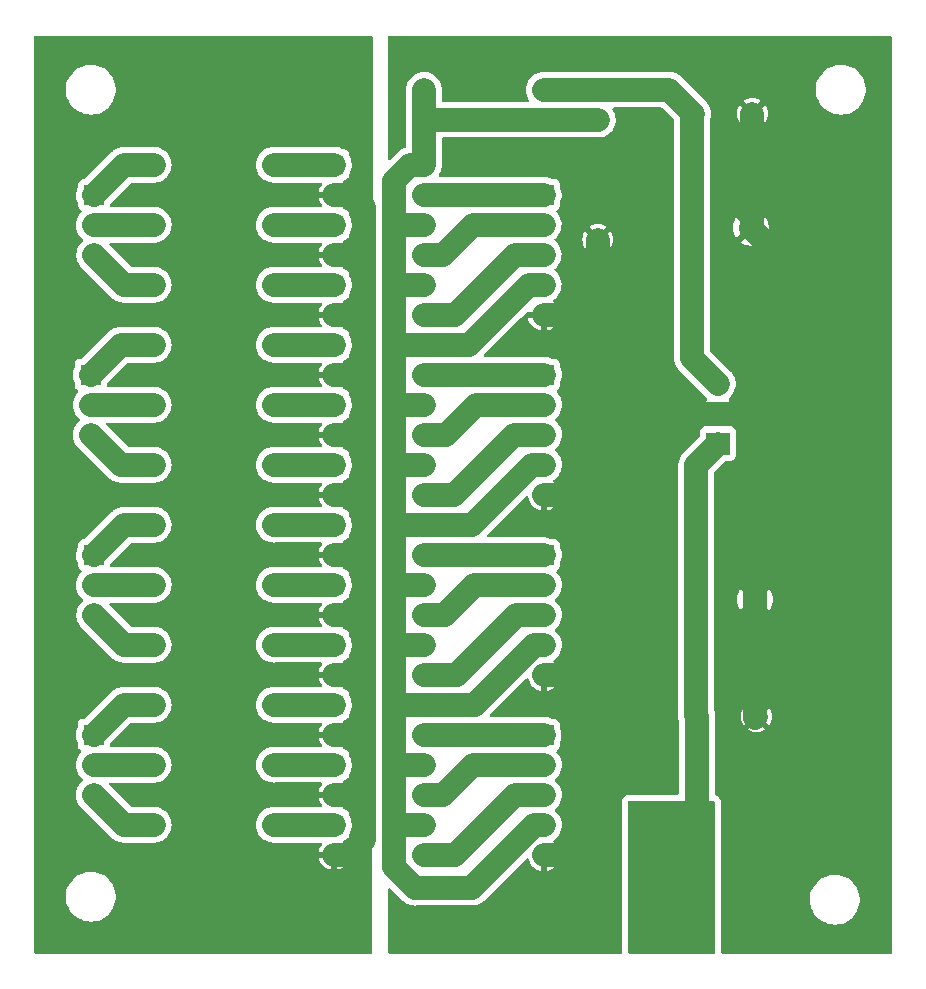
<source format=gbr>
%TF.GenerationSoftware,KiCad,Pcbnew,(6.0.8)*%
%TF.CreationDate,2023-08-19T09:56:35+09:00*%
%TF.ProjectId,tnagi,746e6167-692e-46b6-9963-61645f706362,rev?*%
%TF.SameCoordinates,PX32de760PY8eeaea0*%
%TF.FileFunction,Copper,L2,Bot*%
%TF.FilePolarity,Positive*%
%FSLAX46Y46*%
G04 Gerber Fmt 4.6, Leading zero omitted, Abs format (unit mm)*
G04 Created by KiCad (PCBNEW (6.0.8)) date 2023-08-19 09:56:35*
%MOMM*%
%LPD*%
G01*
G04 APERTURE LIST*
%TA.AperFunction,ComponentPad*%
%ADD10R,1.600000X1.600000*%
%TD*%
%TA.AperFunction,ComponentPad*%
%ADD11O,1.600000X1.600000*%
%TD*%
%TA.AperFunction,ComponentPad*%
%ADD12R,1.700000X1.700000*%
%TD*%
%TA.AperFunction,ComponentPad*%
%ADD13O,1.700000X1.700000*%
%TD*%
%TA.AperFunction,ComponentPad*%
%ADD14C,1.600000*%
%TD*%
%TA.AperFunction,ComponentPad*%
%ADD15R,2.000000X2.000000*%
%TD*%
%TA.AperFunction,ComponentPad*%
%ADD16C,2.000000*%
%TD*%
%TA.AperFunction,ComponentPad*%
%ADD17R,2.000000X1.905000*%
%TD*%
%TA.AperFunction,ComponentPad*%
%ADD18O,2.000000X1.905000*%
%TD*%
%TA.AperFunction,Conductor*%
%ADD19C,2.000000*%
%TD*%
G04 APERTURE END LIST*
D10*
%TO.P,U10,1*%
%TO.N,Net-(R11-Pad2)*%
X25908000Y41910000D03*
D11*
%TO.P,U10,2*%
%TO.N,GND*%
X25908000Y39370000D03*
%TO.P,U10,3*%
%TO.N,1PWMout*%
X33528000Y39370000D03*
%TO.P,U10,4*%
%TO.N,PSB*%
X33528000Y41910000D03*
%TD*%
D12*
%TO.P,J4,1,Pin_1*%
%TO.N,Aout*%
X43678000Y64765000D03*
D13*
%TO.P,J4,2,Pin_2*%
%TO.N,Bout*%
X43678000Y62225000D03*
%TO.P,J4,3,Pin_3*%
%TO.N,PWMout*%
X43678000Y59685000D03*
%TO.P,J4,4,Pin_4*%
%TO.N,PSB*%
X43678000Y57145000D03*
%TO.P,J4,5,Pin_5*%
%TO.N,GNDPWR*%
X43678000Y54605000D03*
%TD*%
D10*
%TO.P,U6,1*%
%TO.N,Net-(R7-Pad2)*%
X25908000Y16510000D03*
D11*
%TO.P,U6,2*%
%TO.N,GND*%
X25908000Y13970000D03*
%TO.P,U6,3*%
%TO.N,3Bout*%
X33528000Y13970000D03*
%TO.P,U6,4*%
%TO.N,PSB*%
X33528000Y16510000D03*
%TD*%
D14*
%TO.P,R7,1*%
%TO.N,3B*%
X10658000Y16505000D03*
D11*
%TO.P,R7,2*%
%TO.N,Net-(R7-Pad2)*%
X20818000Y16505000D03*
%TD*%
D14*
%TO.P,R10,1*%
%TO.N,1B*%
X10658000Y46985000D03*
D11*
%TO.P,R10,2*%
%TO.N,Net-(R10-Pad2)*%
X20818000Y46985000D03*
%TD*%
D10*
%TO.P,U13,1*%
%TO.N,Net-(R14-Pad2)*%
X25908000Y26670000D03*
D11*
%TO.P,U13,2*%
%TO.N,GND*%
X25908000Y24130000D03*
%TO.P,U13,3*%
%TO.N,2PWMout*%
X33528000Y24130000D03*
%TO.P,U13,4*%
%TO.N,PSB*%
X33528000Y26670000D03*
%TD*%
D14*
%TO.P,R12,1*%
%TO.N,2A*%
X10658000Y36825000D03*
D11*
%TO.P,R12,2*%
%TO.N,Net-(R12-Pad2)*%
X20818000Y36825000D03*
%TD*%
D12*
%TO.P,J7,1,Pin_1*%
%TO.N,3Aout*%
X43703000Y19015000D03*
D13*
%TO.P,J7,2,Pin_2*%
%TO.N,3Bout*%
X43703000Y16475000D03*
%TO.P,J7,3,Pin_3*%
%TO.N,3PWMout*%
X43703000Y13935000D03*
%TO.P,J7,4,Pin_4*%
%TO.N,PSB*%
X43703000Y11395000D03*
%TO.P,J7,5,Pin_5*%
%TO.N,GNDPWR*%
X43703000Y8855000D03*
%TD*%
D15*
%TO.P,C3,1*%
%TO.N,+12V*%
X56214000Y61976000D03*
D16*
%TO.P,C3,2*%
%TO.N,GNDPWR*%
X61214000Y61976000D03*
%TD*%
D14*
%TO.P,C4,1*%
%TO.N,+12V*%
X56335677Y71628000D03*
%TO.P,C4,2*%
%TO.N,GNDPWR*%
X61335677Y71628000D03*
%TD*%
%TO.P,R9,1*%
%TO.N,1A*%
X10658000Y52065000D03*
D11*
%TO.P,R9,2*%
%TO.N,Net-(R9-Pad2)*%
X20818000Y52065000D03*
%TD*%
D14*
%TO.P,R8,1*%
%TO.N,3PWM*%
X10658000Y11425000D03*
D11*
%TO.P,R8,2*%
%TO.N,Net-(R8-Pad2)*%
X20818000Y11425000D03*
%TD*%
D12*
%TO.P,J6,1,Pin_1*%
%TO.N,3A*%
X5578000Y19045000D03*
D13*
%TO.P,J6,2,Pin_2*%
%TO.N,3B*%
X5578000Y16505000D03*
%TO.P,J6,3,Pin_3*%
%TO.N,3PWM*%
X5578000Y13965000D03*
%TD*%
D14*
%TO.P,R1,1*%
%TO.N,PSB*%
X33528000Y73660000D03*
D11*
%TO.P,R1,2*%
%TO.N,+12V*%
X43688000Y73660000D03*
%TD*%
D10*
%TO.P,U8,1*%
%TO.N,Net-(R9-Pad2)*%
X25908000Y52070000D03*
D11*
%TO.P,U8,2*%
%TO.N,GND*%
X25908000Y49530000D03*
%TO.P,U8,3*%
%TO.N,1Aout*%
X33528000Y49530000D03*
%TO.P,U8,4*%
%TO.N,PSB*%
X33528000Y52070000D03*
%TD*%
D14*
%TO.P,R4,1*%
%TO.N,B*%
X10658000Y62225000D03*
D11*
%TO.P,R4,2*%
%TO.N,Net-(R4-Pad2)*%
X20818000Y62225000D03*
%TD*%
D14*
%TO.P,R5,1*%
%TO.N,PWM*%
X10658000Y57145000D03*
D11*
%TO.P,R5,2*%
%TO.N,Net-(R5-Pad2)*%
X20818000Y57145000D03*
%TD*%
D14*
%TO.P,R6,1*%
%TO.N,3A*%
X10658000Y21585000D03*
D11*
%TO.P,R6,2*%
%TO.N,Net-(R6-Pad2)*%
X20818000Y21585000D03*
%TD*%
D15*
%TO.P,C2,1*%
%TO.N,+24V*%
X56560323Y30480000D03*
D16*
%TO.P,C2,2*%
%TO.N,GNDPWR*%
X61560323Y30480000D03*
%TD*%
D12*
%TO.P,J9,1,Pin_1*%
%TO.N,1Aout*%
X43703000Y49525000D03*
D13*
%TO.P,J9,2,Pin_2*%
%TO.N,1Bout*%
X43703000Y46985000D03*
%TO.P,J9,3,Pin_3*%
%TO.N,1PWMout*%
X43703000Y44445000D03*
%TO.P,J9,4,Pin_4*%
%TO.N,PSB*%
X43703000Y41905000D03*
%TO.P,J9,5,Pin_5*%
%TO.N,GNDPWR*%
X43703000Y39365000D03*
%TD*%
D10*
%TO.P,U9,1*%
%TO.N,Net-(R10-Pad2)*%
X25908000Y46990000D03*
D11*
%TO.P,U9,2*%
%TO.N,GND*%
X25908000Y44450000D03*
%TO.P,U9,3*%
%TO.N,1Bout*%
X33528000Y44450000D03*
%TO.P,U9,4*%
%TO.N,PSB*%
X33528000Y46990000D03*
%TD*%
D14*
%TO.P,C1,1*%
%TO.N,+24V*%
X56682000Y20574000D03*
%TO.P,C1,2*%
%TO.N,GNDPWR*%
X61682000Y20574000D03*
%TD*%
%TO.P,R2,1*%
%TO.N,GNDPWR*%
X48260000Y60960000D03*
D11*
%TO.P,R2,2*%
%TO.N,PSB*%
X48260000Y71120000D03*
%TD*%
D14*
%TO.P,R14,1*%
%TO.N,2PWM*%
X10658000Y26665000D03*
D11*
%TO.P,R14,2*%
%TO.N,Net-(R14-Pad2)*%
X20818000Y26665000D03*
%TD*%
D10*
%TO.P,U5,1*%
%TO.N,Net-(R6-Pad2)*%
X25908000Y21590000D03*
D11*
%TO.P,U5,2*%
%TO.N,GND*%
X25908000Y19050000D03*
%TO.P,U5,3*%
%TO.N,3Aout*%
X33528000Y19050000D03*
%TO.P,U5,4*%
%TO.N,PSB*%
X33528000Y21590000D03*
%TD*%
D10*
%TO.P,U12,1*%
%TO.N,Net-(R13-Pad2)*%
X25908000Y31750000D03*
D11*
%TO.P,U12,2*%
%TO.N,GND*%
X25908000Y29210000D03*
%TO.P,U12,3*%
%TO.N,2Bout*%
X33528000Y29210000D03*
%TO.P,U12,4*%
%TO.N,PSB*%
X33528000Y31750000D03*
%TD*%
D10*
%TO.P,U2,1*%
%TO.N,Net-(R3-Pad2)*%
X25908000Y67310000D03*
D11*
%TO.P,U2,2*%
%TO.N,GND*%
X25908000Y64770000D03*
%TO.P,U2,3*%
%TO.N,Aout*%
X33528000Y64770000D03*
%TO.P,U2,4*%
%TO.N,PSB*%
X33528000Y67310000D03*
%TD*%
D10*
%TO.P,U3,1*%
%TO.N,Net-(R4-Pad2)*%
X25908000Y62230000D03*
D11*
%TO.P,U3,2*%
%TO.N,GND*%
X25908000Y59690000D03*
%TO.P,U3,3*%
%TO.N,Bout*%
X33528000Y59690000D03*
%TO.P,U3,4*%
%TO.N,PSB*%
X33528000Y62230000D03*
%TD*%
D14*
%TO.P,R13,1*%
%TO.N,2B*%
X10658000Y31745000D03*
D11*
%TO.P,R13,2*%
%TO.N,Net-(R13-Pad2)*%
X20818000Y31745000D03*
%TD*%
D14*
%TO.P,R3,1*%
%TO.N,A*%
X10658000Y67305000D03*
D11*
%TO.P,R3,2*%
%TO.N,Net-(R3-Pad2)*%
X20818000Y67305000D03*
%TD*%
D12*
%TO.P,J8,1,Pin_1*%
%TO.N,1A*%
X5324000Y49525000D03*
D13*
%TO.P,J8,2,Pin_2*%
%TO.N,1B*%
X5324000Y46985000D03*
%TO.P,J8,3,Pin_3*%
%TO.N,1PWM*%
X5324000Y44445000D03*
%TD*%
D14*
%TO.P,R11,1*%
%TO.N,1PWM*%
X10658000Y41905000D03*
D11*
%TO.P,R11,2*%
%TO.N,Net-(R11-Pad2)*%
X20818000Y41905000D03*
%TD*%
D10*
%TO.P,U11,1*%
%TO.N,Net-(R12-Pad2)*%
X25908000Y36830000D03*
D11*
%TO.P,U11,2*%
%TO.N,GND*%
X25908000Y34290000D03*
%TO.P,U11,3*%
%TO.N,2Aout*%
X33528000Y34290000D03*
%TO.P,U11,4*%
%TO.N,PSB*%
X33528000Y36830000D03*
%TD*%
D12*
%TO.P,J5,1,Pin_1*%
%TO.N,A*%
X5603000Y64750000D03*
D13*
%TO.P,J5,2,Pin_2*%
%TO.N,B*%
X5603000Y62210000D03*
%TO.P,J5,3,Pin_3*%
%TO.N,PWM*%
X5603000Y59670000D03*
%TD*%
D10*
%TO.P,U7,1*%
%TO.N,Net-(R8-Pad2)*%
X25908000Y11430000D03*
D11*
%TO.P,U7,2*%
%TO.N,GND*%
X25908000Y8890000D03*
%TO.P,U7,3*%
%TO.N,3PWMout*%
X33528000Y8890000D03*
%TO.P,U7,4*%
%TO.N,PSB*%
X33528000Y11430000D03*
%TD*%
D10*
%TO.P,U4,1*%
%TO.N,Net-(R5-Pad2)*%
X25908000Y57145000D03*
D11*
%TO.P,U4,2*%
%TO.N,GND*%
X25908000Y54605000D03*
%TO.P,U4,3*%
%TO.N,PWMout*%
X33528000Y54605000D03*
%TO.P,U4,4*%
%TO.N,PSB*%
X33528000Y57145000D03*
%TD*%
D12*
%TO.P,J10,1,Pin_1*%
%TO.N,2A*%
X5603000Y34270000D03*
D13*
%TO.P,J10,2,Pin_2*%
%TO.N,2B*%
X5603000Y31730000D03*
%TO.P,J10,3,Pin_3*%
%TO.N,2PWM*%
X5603000Y29190000D03*
%TD*%
D17*
%TO.P,U1,1,VI*%
%TO.N,+24V*%
X58420000Y43688000D03*
D18*
%TO.P,U1,2,GND*%
%TO.N,GNDPWR*%
X58420000Y46228000D03*
%TO.P,U1,3,VO*%
%TO.N,+12V*%
X58420000Y48768000D03*
%TD*%
D12*
%TO.P,J11,1,Pin_1*%
%TO.N,2Aout*%
X43703000Y34255000D03*
D13*
%TO.P,J11,2,Pin_2*%
%TO.N,2Bout*%
X43703000Y31715000D03*
%TO.P,J11,3,Pin_3*%
%TO.N,2PWMout*%
X43703000Y29175000D03*
%TO.P,J11,4,Pin_4*%
%TO.N,PSB*%
X43703000Y26635000D03*
%TO.P,J11,5,Pin_5*%
%TO.N,GNDPWR*%
X43703000Y24095000D03*
%TD*%
D19*
%TO.N,PSB*%
X32766000Y6096000D02*
X30988000Y7874000D01*
X37592000Y6096000D02*
X32766000Y6096000D01*
X42891000Y11395000D02*
X37592000Y6096000D01*
X43703000Y11395000D02*
X42891000Y11395000D01*
X30988000Y7874000D02*
X30988000Y11938000D01*
%TO.N,+24V*%
X56640000Y11550000D02*
X56660000Y11530000D01*
X56640000Y14972000D02*
X56640000Y11550000D01*
X56642000Y20614000D02*
X56682000Y20574000D01*
X56642000Y15240000D02*
X56642000Y20614000D01*
X56560323Y20695677D02*
X56682000Y20574000D01*
X56589677Y26191354D02*
X56560323Y26162000D01*
X56589677Y41857677D02*
X56589677Y26191354D01*
X56560323Y26162000D02*
X56560323Y20695677D01*
X58420000Y43688000D02*
X56589677Y41857677D01*
%TO.N,Aout*%
X33528000Y64770000D02*
X43673000Y64770000D01*
X43673000Y64770000D02*
X43678000Y64765000D01*
%TO.N,Bout*%
X43678000Y62225000D02*
X37714000Y62225000D01*
X37714000Y62225000D02*
X35179000Y59690000D01*
X33528000Y59690000D02*
X35179000Y59690000D01*
%TO.N,PWMout*%
X33528000Y54605000D02*
X36190000Y54605000D01*
X41270000Y59685000D02*
X43678000Y59685000D01*
X36190000Y54605000D02*
X41270000Y59685000D01*
%TO.N,PSB*%
X31496000Y52070000D02*
X30988000Y52578000D01*
X31496000Y31750000D02*
X30988000Y31242000D01*
X30988000Y41402000D02*
X30988000Y37338000D01*
X42413000Y57145000D02*
X43678000Y57145000D01*
X31496000Y41910000D02*
X30988000Y41402000D01*
X31242000Y21590000D02*
X30988000Y21844000D01*
X33528000Y52070000D02*
X37338000Y52070000D01*
X33528000Y36830000D02*
X31496000Y36830000D01*
X33528000Y67310000D02*
X32396630Y67310000D01*
X30988000Y27178000D02*
X30988000Y21844000D01*
X42891000Y26635000D02*
X37846000Y21590000D01*
X30988000Y37338000D02*
X30988000Y31242000D01*
X43703000Y26635000D02*
X42891000Y26635000D01*
X30988000Y62738000D02*
X30988000Y57658000D01*
X32396630Y67310000D02*
X30988000Y65901370D01*
X33528000Y62230000D02*
X31496000Y62230000D01*
X37592000Y36830000D02*
X33528000Y36830000D01*
X42667000Y41905000D02*
X37592000Y36830000D01*
X43703000Y41905000D02*
X42667000Y41905000D01*
X31501000Y57145000D02*
X30988000Y57658000D01*
X30988000Y52578000D02*
X30988000Y46990000D01*
X30988000Y21844000D02*
X30988000Y16764000D01*
X33528000Y57145000D02*
X31501000Y57145000D01*
X31496000Y26670000D02*
X30988000Y27178000D01*
X33528000Y16510000D02*
X31242000Y16510000D01*
X37338000Y52070000D02*
X42413000Y57145000D01*
X33528000Y31750000D02*
X31496000Y31750000D01*
X30988000Y16764000D02*
X30988000Y11938000D01*
X30988000Y31242000D02*
X30988000Y27178000D01*
X33528000Y26670000D02*
X31496000Y26670000D01*
X30988000Y65901370D02*
X30988000Y62738000D01*
X48260000Y71120000D02*
X33528000Y71120000D01*
X33528000Y21590000D02*
X31242000Y21590000D01*
X33528000Y71120000D02*
X33528000Y73660000D01*
X31496000Y11430000D02*
X33528000Y11430000D01*
X30988000Y57658000D02*
X30988000Y52578000D01*
X31242000Y16510000D02*
X30988000Y16764000D01*
X31496000Y62230000D02*
X30988000Y62738000D01*
X30988000Y11938000D02*
X31496000Y11430000D01*
X33528000Y46990000D02*
X30988000Y46990000D01*
X33528000Y41910000D02*
X31496000Y41910000D01*
X33528000Y52070000D02*
X31496000Y52070000D01*
X31496000Y36830000D02*
X30988000Y37338000D01*
X37846000Y21590000D02*
X33528000Y21590000D01*
X33528000Y67310000D02*
X33528000Y71120000D01*
X30988000Y46990000D02*
X30988000Y41402000D01*
%TO.N,GNDPWR*%
X62738000Y49276000D02*
X62738000Y60452000D01*
X62738000Y60452000D02*
X61214000Y61976000D01*
X59690000Y46228000D02*
X62738000Y49276000D01*
X58420000Y46228000D02*
X59690000Y46228000D01*
X48260000Y54356000D02*
X48260000Y51054000D01*
X61335677Y71628000D02*
X61335677Y62097677D01*
X61682000Y20574000D02*
X61560323Y20452323D01*
X48260000Y39116000D02*
X48260000Y23368000D01*
X58420000Y46228000D02*
X48514000Y46228000D01*
X43678000Y54605000D02*
X48011000Y54605000D01*
X45939000Y8855000D02*
X43703000Y8855000D01*
X62738000Y49276000D02*
X61589677Y48127677D01*
X48260000Y51054000D02*
X48260000Y39116000D01*
X47533000Y24095000D02*
X48260000Y23368000D01*
X48011000Y54605000D02*
X48260000Y54356000D01*
X61589677Y20666323D02*
X61682000Y20574000D01*
X61335677Y62097677D02*
X61214000Y61976000D01*
X48260000Y60960000D02*
X48260000Y54356000D01*
X43703000Y39365000D02*
X48011000Y39365000D01*
X48011000Y39365000D02*
X48260000Y39116000D01*
X48260000Y23368000D02*
X48260000Y11176000D01*
X61589677Y48127677D02*
X61589677Y20666323D01*
X48260000Y11176000D02*
X45939000Y8855000D01*
X43703000Y24095000D02*
X47533000Y24095000D01*
%TO.N,+12V*%
X56214000Y61976000D02*
X56214000Y50974000D01*
X56214000Y71506323D02*
X56335677Y71628000D01*
X56214000Y61976000D02*
X56214000Y71506323D01*
X56214000Y50974000D02*
X58420000Y48768000D01*
X54303677Y73660000D02*
X56335677Y71628000D01*
X43688000Y73660000D02*
X54303677Y73660000D01*
%TO.N,A*%
X10658000Y67305000D02*
X8158000Y67305000D01*
X8158000Y67305000D02*
X5603000Y64750000D01*
%TO.N,Net-(R3-Pad2)*%
X25903000Y67305000D02*
X25908000Y67310000D01*
X20818000Y67305000D02*
X25903000Y67305000D01*
%TO.N,B*%
X10643000Y62210000D02*
X10658000Y62225000D01*
X5603000Y62210000D02*
X10643000Y62210000D01*
%TO.N,Net-(R4-Pad2)*%
X25903000Y62225000D02*
X25908000Y62230000D01*
X20818000Y62225000D02*
X25903000Y62225000D01*
%TO.N,PWM*%
X8128000Y57145000D02*
X5603000Y59670000D01*
X10658000Y57145000D02*
X8128000Y57145000D01*
%TO.N,Net-(R5-Pad2)*%
X20818000Y57145000D02*
X25908000Y57145000D01*
%TO.N,+24V*%
X56642000Y12700000D02*
X56642000Y11176000D01*
%TO.N,GND*%
X28448000Y19817474D02*
X28448000Y13202526D01*
X25908000Y49530000D02*
X28448000Y49530000D01*
X28448000Y63754000D02*
X27432000Y64770000D01*
X25908000Y24130000D02*
X28448000Y24130000D01*
X28448000Y33522526D02*
X28448000Y29469474D01*
X25908000Y59690000D02*
X28448000Y59690000D01*
X28448000Y50043474D02*
X28448000Y39110526D01*
X28448000Y39110526D02*
X28448000Y33522526D01*
X25908000Y19050000D02*
X28194000Y19050000D01*
X25908000Y13970000D02*
X28194000Y13970000D01*
X25908000Y44450000D02*
X28448000Y44450000D01*
X28448000Y59176526D02*
X28448000Y54604526D01*
X25908000Y29210000D02*
X28448000Y29210000D01*
X27172526Y8890000D02*
X25908000Y8890000D01*
X28448000Y10165474D02*
X27172526Y8890000D01*
X25908000Y34290000D02*
X28194000Y34290000D01*
X28448000Y29469474D02*
X28448000Y19817474D01*
X25908000Y39370000D02*
X28448000Y39370000D01*
X28448000Y13202526D02*
X28448000Y10165474D01*
X25908000Y54605000D02*
X28448000Y54605000D01*
X28448000Y54604526D02*
X28448000Y50043474D01*
X27432000Y64770000D02*
X25908000Y64770000D01*
X28448000Y63494526D02*
X28448000Y59176526D01*
%TO.N,3A*%
X10658000Y21585000D02*
X8118000Y21585000D01*
X8118000Y21585000D02*
X5578000Y19045000D01*
%TO.N,3B*%
X10658000Y16505000D02*
X5578000Y16505000D01*
%TO.N,3PWM*%
X10658000Y11425000D02*
X8118000Y11425000D01*
X8118000Y11425000D02*
X5578000Y13965000D01*
%TO.N,3Aout*%
X33528000Y19050000D02*
X43668000Y19050000D01*
%TO.N,3Bout*%
X33528000Y13970000D02*
X35179000Y13970000D01*
X37684000Y16475000D02*
X35179000Y13970000D01*
X43703000Y16475000D02*
X37684000Y16475000D01*
%TO.N,3PWMout*%
X43703000Y13935000D02*
X41240000Y13935000D01*
X41240000Y13935000D02*
X36195000Y8890000D01*
X33528000Y8890000D02*
X36195000Y8890000D01*
%TO.N,1A*%
X10658000Y52065000D02*
X7864000Y52065000D01*
X7864000Y52065000D02*
X5324000Y49525000D01*
%TO.N,1B*%
X5324000Y46985000D02*
X10658000Y46985000D01*
%TO.N,1PWM*%
X7864000Y41905000D02*
X5324000Y44445000D01*
X10658000Y41905000D02*
X7864000Y41905000D01*
%TO.N,1Aout*%
X43698000Y49530000D02*
X43703000Y49525000D01*
X33528000Y49530000D02*
X43698000Y49530000D01*
%TO.N,1Bout*%
X43703000Y46985000D02*
X37968000Y46985000D01*
X33528000Y44450000D02*
X35433000Y44450000D01*
X37968000Y46985000D02*
X35433000Y44450000D01*
%TO.N,1PWMout*%
X41143000Y44445000D02*
X36068000Y39370000D01*
X36068000Y39370000D02*
X33528000Y39370000D01*
X43703000Y44445000D02*
X41143000Y44445000D01*
%TO.N,2A*%
X8158000Y36825000D02*
X5603000Y34270000D01*
X10658000Y36825000D02*
X8158000Y36825000D01*
%TO.N,2B*%
X5603000Y31730000D02*
X10643000Y31730000D01*
X10643000Y31730000D02*
X10658000Y31745000D01*
%TO.N,2PWM*%
X8128000Y26665000D02*
X5603000Y29190000D01*
X10658000Y26665000D02*
X8128000Y26665000D01*
%TO.N,2Aout*%
X43703000Y34255000D02*
X33563000Y34255000D01*
X33563000Y34255000D02*
X33528000Y34290000D01*
%TO.N,2Bout*%
X35306000Y29210000D02*
X33528000Y29210000D01*
X43703000Y31715000D02*
X37811000Y31715000D01*
X37811000Y31715000D02*
X35306000Y29210000D01*
%TO.N,2PWMout*%
X33528000Y24130000D02*
X36322000Y24130000D01*
X43703000Y29175000D02*
X41367000Y29175000D01*
X41367000Y29175000D02*
X36322000Y24130000D01*
%TO.N,Net-(R6-Pad2)*%
X25903000Y21585000D02*
X25908000Y21590000D01*
X20818000Y21585000D02*
X25903000Y21585000D01*
%TO.N,Net-(R7-Pad2)*%
X20823000Y16510000D02*
X20818000Y16505000D01*
X25908000Y16510000D02*
X20823000Y16510000D01*
%TO.N,Net-(R8-Pad2)*%
X25903000Y11425000D02*
X25908000Y11430000D01*
X20818000Y11425000D02*
X25903000Y11425000D01*
%TO.N,Net-(R9-Pad2)*%
X20818000Y52065000D02*
X25903000Y52065000D01*
X25903000Y52065000D02*
X25908000Y52070000D01*
%TO.N,Net-(R10-Pad2)*%
X20818000Y46985000D02*
X25903000Y46985000D01*
X25903000Y46985000D02*
X25908000Y46990000D01*
%TO.N,Net-(R11-Pad2)*%
X20818000Y41905000D02*
X25903000Y41905000D01*
X25903000Y41905000D02*
X25908000Y41910000D01*
%TO.N,Net-(R12-Pad2)*%
X25908000Y36830000D02*
X20823000Y36830000D01*
X20823000Y36830000D02*
X20818000Y36825000D01*
%TO.N,Net-(R13-Pad2)*%
X20818000Y31745000D02*
X25903000Y31745000D01*
X25903000Y31745000D02*
X25908000Y31750000D01*
%TO.N,Net-(R14-Pad2)*%
X20823000Y26670000D02*
X20818000Y26665000D01*
X25908000Y26670000D02*
X20823000Y26670000D01*
%TD*%
%TA.AperFunction,Conductor*%
%TO.N,GNDPWR*%
G36*
X73093621Y78211498D02*
G01*
X73140114Y78157842D01*
X73151500Y78105500D01*
X73151500Y634500D01*
X73131498Y566379D01*
X73077842Y519886D01*
X73025500Y508500D01*
X58805500Y508500D01*
X58737379Y528502D01*
X58690886Y582158D01*
X58679500Y634500D01*
X58679500Y4947297D01*
X66216743Y4947297D01*
X66217302Y4943053D01*
X66217302Y4943049D01*
X66231048Y4838641D01*
X66254268Y4662266D01*
X66255401Y4658126D01*
X66255401Y4658124D01*
X66271525Y4599185D01*
X66330129Y4384964D01*
X66442923Y4120524D01*
X66590561Y3873839D01*
X66770313Y3649472D01*
X66978851Y3451577D01*
X67212317Y3283814D01*
X67216112Y3281805D01*
X67216113Y3281804D01*
X67237869Y3270285D01*
X67466392Y3149288D01*
X67736373Y3050489D01*
X68017264Y2989245D01*
X68045841Y2986996D01*
X68240282Y2971693D01*
X68240291Y2971693D01*
X68242739Y2971500D01*
X68398271Y2971500D01*
X68400407Y2971646D01*
X68400418Y2971646D01*
X68608548Y2985835D01*
X68608554Y2985836D01*
X68612825Y2986127D01*
X68617020Y2986996D01*
X68617022Y2986996D01*
X68753583Y3015276D01*
X68894342Y3044426D01*
X69165343Y3140393D01*
X69420812Y3272250D01*
X69424313Y3274711D01*
X69424317Y3274713D01*
X69538418Y3354905D01*
X69656023Y3437559D01*
X69866622Y3633260D01*
X70048713Y3855732D01*
X70198927Y4100858D01*
X70314483Y4364102D01*
X70393244Y4640594D01*
X70433751Y4925216D01*
X70433782Y4930991D01*
X70435235Y5208417D01*
X70435235Y5208424D01*
X70435257Y5212703D01*
X70397732Y5497734D01*
X70321871Y5775036D01*
X70209077Y6039476D01*
X70061439Y6286161D01*
X69881687Y6510528D01*
X69673149Y6708423D01*
X69439683Y6876186D01*
X69417843Y6887750D01*
X69323556Y6937672D01*
X69185608Y7010712D01*
X68915627Y7109511D01*
X68634736Y7170755D01*
X68603685Y7173199D01*
X68411718Y7188307D01*
X68411709Y7188307D01*
X68409261Y7188500D01*
X68253729Y7188500D01*
X68251593Y7188354D01*
X68251582Y7188354D01*
X68043452Y7174165D01*
X68043446Y7174164D01*
X68039175Y7173873D01*
X68034980Y7173004D01*
X68034978Y7173004D01*
X67898416Y7144723D01*
X67757658Y7115574D01*
X67486657Y7019607D01*
X67482848Y7017641D01*
X67265100Y6905253D01*
X67231188Y6887750D01*
X67227687Y6885289D01*
X67227683Y6885287D01*
X67217594Y6878196D01*
X66995977Y6722441D01*
X66785378Y6526740D01*
X66603287Y6304268D01*
X66453073Y6059142D01*
X66337517Y5795898D01*
X66258756Y5519406D01*
X66218249Y5234784D01*
X66218227Y5230495D01*
X66218226Y5230488D01*
X66216772Y4952909D01*
X66216743Y4947297D01*
X58679500Y4947297D01*
X58679500Y13336000D01*
X58667766Y13445149D01*
X58667048Y13448450D01*
X58657094Y13494210D01*
X58657093Y13494215D01*
X58656380Y13497491D01*
X58621710Y13601657D01*
X58542692Y13724612D01*
X58524749Y13745320D01*
X58499139Y13774875D01*
X58496199Y13778268D01*
X58486933Y13786297D01*
X58392550Y13868081D01*
X58392547Y13868083D01*
X58385739Y13873982D01*
X58252790Y13934698D01*
X58239005Y13938746D01*
X58179278Y13977126D01*
X58149783Y14041706D01*
X58148500Y14059642D01*
X58148500Y15033001D01*
X58146159Y15062099D01*
X58147592Y15093650D01*
X58148505Y15098932D01*
X58148505Y15098936D01*
X58149179Y15102836D01*
X58150500Y15131925D01*
X58150500Y19487938D01*
X60960493Y19487938D01*
X60969789Y19475923D01*
X61020994Y19440069D01*
X61030489Y19434586D01*
X61227947Y19342510D01*
X61238239Y19338764D01*
X61448688Y19282375D01*
X61459481Y19280472D01*
X61676525Y19261483D01*
X61687475Y19261483D01*
X61904519Y19280472D01*
X61915312Y19282375D01*
X62125761Y19338764D01*
X62136053Y19342510D01*
X62333511Y19434586D01*
X62343006Y19440069D01*
X62395048Y19476509D01*
X62403424Y19486988D01*
X62396356Y19500434D01*
X61694812Y20201978D01*
X61680868Y20209592D01*
X61679035Y20209461D01*
X61672420Y20205210D01*
X60966923Y19499713D01*
X60960493Y19487938D01*
X58150500Y19487938D01*
X58150500Y20209627D01*
X58152732Y20233236D01*
X58164377Y20294285D01*
X58186556Y20410553D01*
X58190968Y20568525D01*
X60369483Y20568525D01*
X60388472Y20351481D01*
X60390375Y20340688D01*
X60446764Y20130239D01*
X60450510Y20119947D01*
X60542586Y19922489D01*
X60548069Y19912994D01*
X60584509Y19860952D01*
X60594988Y19852576D01*
X60608434Y19859644D01*
X61309978Y20561188D01*
X61316356Y20572868D01*
X62046408Y20572868D01*
X62046539Y20571035D01*
X62050790Y20564420D01*
X62756287Y19858923D01*
X62768062Y19852493D01*
X62780077Y19861789D01*
X62815931Y19912994D01*
X62821414Y19922489D01*
X62913490Y20119947D01*
X62917236Y20130239D01*
X62973625Y20340688D01*
X62975528Y20351481D01*
X62994517Y20568525D01*
X62994517Y20579475D01*
X62975528Y20796519D01*
X62973625Y20807312D01*
X62917236Y21017761D01*
X62913490Y21028053D01*
X62821414Y21225511D01*
X62815931Y21235006D01*
X62779491Y21287048D01*
X62769012Y21295424D01*
X62755566Y21288356D01*
X62054022Y20586812D01*
X62046408Y20572868D01*
X61316356Y20572868D01*
X61317592Y20575132D01*
X61317461Y20576965D01*
X61313210Y20583580D01*
X60607713Y21289077D01*
X60595938Y21295507D01*
X60583923Y21286211D01*
X60548069Y21235006D01*
X60542586Y21225511D01*
X60450510Y21028053D01*
X60446764Y21017761D01*
X60390375Y20807312D01*
X60388472Y20796519D01*
X60369483Y20579475D01*
X60369483Y20568525D01*
X58190968Y20568525D01*
X58191247Y20578502D01*
X58193193Y20648150D01*
X58193193Y20648153D01*
X58193334Y20653205D01*
X58161230Y20893820D01*
X58146445Y20942790D01*
X58092533Y21121357D01*
X58092531Y21121361D01*
X58091068Y21126208D01*
X58081574Y21145674D01*
X58068823Y21200907D01*
X58068823Y21661012D01*
X60960576Y21661012D01*
X60967644Y21647566D01*
X61669188Y20946022D01*
X61683132Y20938408D01*
X61684965Y20938539D01*
X61691580Y20942790D01*
X62397077Y21648287D01*
X62403507Y21660062D01*
X62394211Y21672077D01*
X62343006Y21707931D01*
X62333511Y21713414D01*
X62136053Y21805490D01*
X62125761Y21809236D01*
X61915312Y21865625D01*
X61904519Y21867528D01*
X61687475Y21886517D01*
X61676525Y21886517D01*
X61459481Y21867528D01*
X61448688Y21865625D01*
X61238239Y21809236D01*
X61227947Y21805490D01*
X61030489Y21713414D01*
X61020994Y21707931D01*
X60968952Y21671491D01*
X60960576Y21661012D01*
X58068823Y21661012D01*
X58068823Y25878663D01*
X58071954Y25906578D01*
X58086492Y25970568D01*
X58086492Y25970569D01*
X58087612Y25975498D01*
X58089676Y26008307D01*
X58091262Y26021807D01*
X58096856Y26054190D01*
X58098177Y26083279D01*
X58098177Y26139462D01*
X58098426Y26147374D01*
X58101925Y26202978D01*
X58102855Y26217767D01*
X58098778Y26259346D01*
X58098177Y26271642D01*
X58098177Y29247330D01*
X60692483Y29247330D01*
X60698210Y29239680D01*
X60869365Y29134795D01*
X60878160Y29130313D01*
X61088311Y29043266D01*
X61097696Y29040217D01*
X61318877Y28987115D01*
X61328624Y28985572D01*
X61555393Y28967725D01*
X61565253Y28967725D01*
X61792022Y28985572D01*
X61801769Y28987115D01*
X62022950Y29040217D01*
X62032335Y29043266D01*
X62242486Y29130313D01*
X62251281Y29134795D01*
X62418768Y29237432D01*
X62428230Y29247890D01*
X62424447Y29256666D01*
X61573135Y30107978D01*
X61559191Y30115592D01*
X61557358Y30115461D01*
X61550743Y30111210D01*
X60699243Y29259710D01*
X60692483Y29247330D01*
X58098177Y29247330D01*
X58098177Y30475070D01*
X60048048Y30475070D01*
X60065895Y30248301D01*
X60067438Y30238554D01*
X60120540Y30017373D01*
X60123589Y30007988D01*
X60210636Y29797837D01*
X60215118Y29789042D01*
X60317755Y29621555D01*
X60328213Y29612093D01*
X60336989Y29615876D01*
X61188301Y30467188D01*
X61194679Y30478868D01*
X61924731Y30478868D01*
X61924862Y30477035D01*
X61929113Y30470420D01*
X62780613Y29618920D01*
X62792993Y29612160D01*
X62800643Y29617887D01*
X62905528Y29789042D01*
X62910010Y29797837D01*
X62997057Y30007988D01*
X63000106Y30017373D01*
X63053208Y30238554D01*
X63054751Y30248301D01*
X63072598Y30475070D01*
X63072598Y30484930D01*
X63054751Y30711699D01*
X63053208Y30721446D01*
X63000106Y30942627D01*
X62997057Y30952012D01*
X62910010Y31162163D01*
X62905528Y31170958D01*
X62802891Y31338445D01*
X62792433Y31347907D01*
X62783657Y31344124D01*
X61932345Y30492812D01*
X61924731Y30478868D01*
X61194679Y30478868D01*
X61195915Y30481132D01*
X61195784Y30482965D01*
X61191533Y30489580D01*
X60340033Y31341080D01*
X60327653Y31347840D01*
X60320003Y31342113D01*
X60215118Y31170958D01*
X60210636Y31162163D01*
X60123589Y30952012D01*
X60120540Y30942627D01*
X60067438Y30721446D01*
X60065895Y30711699D01*
X60048048Y30484930D01*
X60048048Y30475070D01*
X58098177Y30475070D01*
X58098177Y31712110D01*
X60692416Y31712110D01*
X60696199Y31703334D01*
X61547511Y30852022D01*
X61561455Y30844408D01*
X61563288Y30844539D01*
X61569903Y30848790D01*
X62421403Y31700290D01*
X62428163Y31712670D01*
X62422436Y31720320D01*
X62251281Y31825205D01*
X62242486Y31829687D01*
X62032335Y31916734D01*
X62022950Y31919783D01*
X61801769Y31972885D01*
X61792022Y31974428D01*
X61565253Y31992275D01*
X61555393Y31992275D01*
X61328624Y31974428D01*
X61318877Y31972885D01*
X61097696Y31919783D01*
X61088311Y31916734D01*
X60878160Y31829687D01*
X60869365Y31825205D01*
X60701878Y31722568D01*
X60692416Y31712110D01*
X58098177Y31712110D01*
X58098177Y41180646D01*
X58118179Y41248767D01*
X58135082Y41269741D01*
X59055436Y42190095D01*
X59117748Y42224121D01*
X59144531Y42227000D01*
X59468134Y42227000D01*
X59530316Y42233755D01*
X59666705Y42284885D01*
X59783261Y42372239D01*
X59870615Y42488795D01*
X59921745Y42625184D01*
X59927815Y42681060D01*
X59928131Y42683969D01*
X59928500Y42687366D01*
X59928500Y43636108D01*
X59928749Y43644020D01*
X59932860Y43709359D01*
X59933178Y43714413D01*
X59929101Y43755994D01*
X59928500Y43768289D01*
X59928500Y44688634D01*
X59921745Y44750816D01*
X59870615Y44887205D01*
X59783261Y45003761D01*
X59666705Y45091115D01*
X59646317Y45098758D01*
X59589553Y45141401D01*
X59564854Y45207962D01*
X59580062Y45277311D01*
X59591666Y45294832D01*
X59684945Y45412944D01*
X59690650Y45421531D01*
X59801714Y45622722D01*
X59805944Y45632134D01*
X59882659Y45848768D01*
X59885293Y45858739D01*
X59902647Y45956163D01*
X59901187Y45969460D01*
X59886630Y45974000D01*
X56951904Y45974000D01*
X56938560Y45970082D01*
X56936573Y45955806D01*
X56946110Y45893485D01*
X56948499Y45883457D01*
X57019898Y45665012D01*
X57023895Y45655503D01*
X57130011Y45451656D01*
X57135500Y45442939D01*
X57248902Y45291901D01*
X57273807Y45225416D01*
X57258814Y45156020D01*
X57208684Y45105747D01*
X57192375Y45098268D01*
X57173295Y45091115D01*
X57056739Y45003761D01*
X56969385Y44887205D01*
X56918255Y44750816D01*
X56911500Y44688634D01*
X56911500Y44365031D01*
X56891498Y44296910D01*
X56874595Y44275936D01*
X55540011Y42941352D01*
X55537489Y42938898D01*
X55464996Y42870345D01*
X55454781Y42856984D01*
X55417269Y42807920D01*
X55413125Y42802785D01*
X55362207Y42742957D01*
X55359588Y42738632D01*
X55359584Y42738627D01*
X55345186Y42714853D01*
X55337514Y42703606D01*
X55317557Y42677503D01*
X55285537Y42617785D01*
X55280438Y42608276D01*
X55277173Y42602551D01*
X55236456Y42535319D01*
X55234561Y42530628D01*
X55224150Y42504860D01*
X55218370Y42492519D01*
X55202846Y42463568D01*
X55201200Y42458787D01*
X55201198Y42458783D01*
X55177265Y42389276D01*
X55174955Y42383098D01*
X55145522Y42310248D01*
X55139760Y42284885D01*
X55138245Y42278217D01*
X55134514Y42265118D01*
X55123815Y42234046D01*
X55110434Y42156577D01*
X55109154Y42150173D01*
X55091742Y42073533D01*
X55089678Y42040724D01*
X55088092Y42027224D01*
X55082498Y41994841D01*
X55082318Y41990884D01*
X55082318Y41990881D01*
X55081272Y41967841D01*
X55081177Y41965752D01*
X55081177Y41909569D01*
X55080928Y41901658D01*
X55076499Y41831264D01*
X55076993Y41826229D01*
X55080576Y41789685D01*
X55081177Y41777389D01*
X55081177Y31673440D01*
X55073159Y31629211D01*
X55058578Y31590316D01*
X55051823Y31528134D01*
X55051823Y29431866D01*
X55058578Y29369684D01*
X55061350Y29362291D01*
X55061350Y29362289D01*
X55073159Y29330789D01*
X55081177Y29286560D01*
X55081177Y26474691D01*
X55078046Y26446777D01*
X55062388Y26377856D01*
X55060324Y26345047D01*
X55058738Y26331547D01*
X55053144Y26299164D01*
X55051823Y26270075D01*
X55051823Y26213892D01*
X55051574Y26205981D01*
X55047145Y26135587D01*
X55047639Y26130552D01*
X55051222Y26094008D01*
X55051823Y26081712D01*
X55051823Y20719693D01*
X55051774Y20716175D01*
X55048989Y20616472D01*
X55056901Y20557179D01*
X55059381Y20538591D01*
X55060081Y20532038D01*
X55066383Y20453712D01*
X55071117Y20434439D01*
X55074220Y20421807D01*
X55076749Y20408419D01*
X55081094Y20375857D01*
X55082555Y20371016D01*
X55082556Y20371014D01*
X55103801Y20300648D01*
X55105542Y20294285D01*
X55121759Y20228261D01*
X55124286Y20217971D01*
X55126264Y20213312D01*
X55127060Y20210918D01*
X55133500Y20171150D01*
X55133500Y15178999D01*
X55133702Y15176490D01*
X55133702Y15176486D01*
X55135841Y15149905D01*
X55134408Y15118354D01*
X55132821Y15109164D01*
X55131500Y15080075D01*
X55131500Y14101500D01*
X55111498Y14033379D01*
X55057842Y13986886D01*
X55005500Y13975500D01*
X50926000Y13975500D01*
X50922654Y13975140D01*
X50922649Y13975140D01*
X50820215Y13964128D01*
X50820208Y13964127D01*
X50816851Y13963766D01*
X50813551Y13963048D01*
X50813550Y13963048D01*
X50767790Y13953094D01*
X50767785Y13953093D01*
X50764509Y13952380D01*
X50660343Y13917710D01*
X50537388Y13838692D01*
X50483732Y13792199D01*
X50480792Y13788806D01*
X50393919Y13688550D01*
X50393917Y13688547D01*
X50388018Y13681739D01*
X50327302Y13548790D01*
X50326034Y13544471D01*
X50315238Y13507702D01*
X50307300Y13480669D01*
X50306660Y13476220D01*
X50306659Y13476214D01*
X50302193Y13445149D01*
X50286500Y13336000D01*
X50286500Y634500D01*
X50266498Y566379D01*
X50212842Y519886D01*
X50160500Y508500D01*
X30606000Y508500D01*
X30537879Y528502D01*
X30491386Y582158D01*
X30480000Y634500D01*
X30480000Y5944469D01*
X30500002Y6012590D01*
X30553658Y6059083D01*
X30623932Y6069187D01*
X30688512Y6039693D01*
X30695095Y6033564D01*
X31682325Y5046334D01*
X31684779Y5043812D01*
X31728060Y4998044D01*
X31753332Y4971319D01*
X31779146Y4951583D01*
X31815757Y4923592D01*
X31820892Y4919448D01*
X31880720Y4868530D01*
X31885045Y4865911D01*
X31885050Y4865907D01*
X31908824Y4851509D01*
X31920071Y4843837D01*
X31946174Y4823880D01*
X32007255Y4791129D01*
X32015401Y4786761D01*
X32021126Y4783496D01*
X32088358Y4742779D01*
X32118817Y4730473D01*
X32131158Y4724693D01*
X32160109Y4709169D01*
X32164890Y4707523D01*
X32164894Y4707521D01*
X32234401Y4683588D01*
X32240579Y4681278D01*
X32254962Y4675467D01*
X32313429Y4651845D01*
X32318369Y4650723D01*
X32318368Y4650723D01*
X32345460Y4644568D01*
X32358559Y4640837D01*
X32389631Y4630138D01*
X32394608Y4629278D01*
X32394621Y4629275D01*
X32467071Y4616761D01*
X32473540Y4615469D01*
X32532561Y4602060D01*
X32550145Y4598065D01*
X32582951Y4596001D01*
X32596455Y4594414D01*
X32618683Y4590575D01*
X32624933Y4589495D01*
X32624936Y4589495D01*
X32628836Y4588821D01*
X32632793Y4588641D01*
X32632796Y4588641D01*
X32656506Y4587564D01*
X32656525Y4587564D01*
X32657925Y4587500D01*
X32714108Y4587500D01*
X32722019Y4587251D01*
X32792413Y4582822D01*
X32833993Y4586899D01*
X32846289Y4587500D01*
X37567984Y4587500D01*
X37571502Y4587451D01*
X37666150Y4584807D01*
X37666153Y4584807D01*
X37671205Y4584666D01*
X37749098Y4595059D01*
X37755639Y4595758D01*
X37784332Y4598067D01*
X37828923Y4601654D01*
X37828927Y4601655D01*
X37833965Y4602060D01*
X37865878Y4609899D01*
X37879258Y4612426D01*
X37911820Y4616771D01*
X37916661Y4618232D01*
X37916663Y4618233D01*
X37987029Y4639478D01*
X37993392Y4641219D01*
X38007027Y4644568D01*
X38069706Y4659963D01*
X38099952Y4672801D01*
X38112763Y4677439D01*
X38139362Y4685470D01*
X38144208Y4686933D01*
X38148756Y4689151D01*
X38148763Y4689154D01*
X38214818Y4721371D01*
X38220820Y4724107D01*
X38270978Y4745398D01*
X38293156Y4754812D01*
X38320956Y4772319D01*
X38332860Y4778945D01*
X38362388Y4793346D01*
X38426600Y4838643D01*
X38432086Y4842301D01*
X38494286Y4881471D01*
X38494287Y4881472D01*
X38498567Y4884167D01*
X38502356Y4887508D01*
X38502362Y4887512D01*
X38523217Y4905898D01*
X38533912Y4914344D01*
X38549324Y4925216D01*
X38560747Y4933274D01*
X38582250Y4952909D01*
X38621966Y4992625D01*
X38627736Y4998044D01*
X38676858Y5041350D01*
X38676861Y5041353D01*
X38680655Y5044698D01*
X38707179Y5076989D01*
X38715449Y5086108D01*
X42181044Y8551703D01*
X42243356Y8585729D01*
X42314171Y8580664D01*
X42371007Y8538117D01*
X42393056Y8490309D01*
X42401565Y8452553D01*
X42404645Y8442725D01*
X42484770Y8245397D01*
X42489413Y8236206D01*
X42600694Y8054612D01*
X42606777Y8046301D01*
X42746213Y7885333D01*
X42753580Y7878117D01*
X42917434Y7742084D01*
X42925881Y7736169D01*
X43109756Y7628721D01*
X43119042Y7624271D01*
X43318001Y7548297D01*
X43327899Y7545421D01*
X43431250Y7524394D01*
X43445299Y7525590D01*
X43449000Y7535935D01*
X43449000Y7536483D01*
X43957000Y7536483D01*
X43961064Y7522641D01*
X43974478Y7520607D01*
X43981184Y7521466D01*
X43991262Y7523608D01*
X44195255Y7584809D01*
X44204842Y7588567D01*
X44396095Y7682261D01*
X44404945Y7687536D01*
X44578328Y7811208D01*
X44586200Y7817861D01*
X44737052Y7968188D01*
X44743730Y7976035D01*
X44868003Y8148980D01*
X44873313Y8157817D01*
X44967670Y8348733D01*
X44971469Y8358328D01*
X45033377Y8562090D01*
X45035555Y8572163D01*
X45036986Y8583038D01*
X45034775Y8597222D01*
X45021617Y8601000D01*
X43975115Y8601000D01*
X43959876Y8596525D01*
X43958671Y8595135D01*
X43957000Y8587452D01*
X43957000Y7536483D01*
X43449000Y7536483D01*
X43449000Y8983000D01*
X43469002Y9051121D01*
X43522658Y9097614D01*
X43575000Y9109000D01*
X45021344Y9109000D01*
X45034875Y9112973D01*
X45036180Y9122053D01*
X44994214Y9289125D01*
X44990894Y9298876D01*
X44905972Y9494186D01*
X44901105Y9503261D01*
X44785426Y9682074D01*
X44779136Y9690243D01*
X44635806Y9847760D01*
X44628273Y9854785D01*
X44528550Y9933541D01*
X44487487Y9991458D01*
X44484255Y10062381D01*
X44519880Y10123793D01*
X44539500Y10139043D01*
X44605283Y10180469D01*
X44605285Y10180470D01*
X44609567Y10183167D01*
X44655166Y10223367D01*
X44787858Y10340350D01*
X44787861Y10340353D01*
X44791655Y10343698D01*
X44836670Y10398500D01*
X44942526Y10527372D01*
X44942528Y10527375D01*
X44945734Y10531278D01*
X45067841Y10741078D01*
X45154833Y10967702D01*
X45204474Y11205320D01*
X45215486Y11447817D01*
X45212021Y11477763D01*
X45188167Y11683929D01*
X45188166Y11683933D01*
X45187585Y11688956D01*
X45121490Y11922532D01*
X45119356Y11927108D01*
X45119354Y11927114D01*
X45021038Y12137954D01*
X45021036Y12137958D01*
X45018901Y12142536D01*
X44882456Y12343307D01*
X44715668Y12519681D01*
X44657093Y12564465D01*
X44615125Y12621730D01*
X44610780Y12692593D01*
X44650297Y12759075D01*
X44787858Y12880350D01*
X44787861Y12880353D01*
X44791655Y12883698D01*
X44850833Y12955743D01*
X44942526Y13067372D01*
X44942528Y13067375D01*
X44945734Y13071278D01*
X45067841Y13281078D01*
X45090210Y13339351D01*
X45153020Y13502978D01*
X45153021Y13502982D01*
X45154833Y13507702D01*
X45155868Y13512655D01*
X45203440Y13740369D01*
X45203440Y13740373D01*
X45204474Y13745320D01*
X45215486Y13987817D01*
X45214905Y13992841D01*
X45188167Y14223929D01*
X45188166Y14223933D01*
X45187585Y14228956D01*
X45121490Y14462532D01*
X45119356Y14467108D01*
X45119354Y14467114D01*
X45021038Y14677954D01*
X45021036Y14677958D01*
X45018901Y14682536D01*
X44882456Y14883307D01*
X44715668Y15059681D01*
X44691758Y15077962D01*
X44657093Y15104465D01*
X44615125Y15161730D01*
X44610780Y15232593D01*
X44650297Y15299075D01*
X44787858Y15420350D01*
X44787861Y15420353D01*
X44791655Y15423698D01*
X44945734Y15611278D01*
X45006787Y15716178D01*
X45065299Y15816710D01*
X45065300Y15816712D01*
X45067841Y15821078D01*
X45154833Y16047702D01*
X45177435Y16155892D01*
X45203440Y16280369D01*
X45203440Y16280373D01*
X45204474Y16285320D01*
X45215486Y16527817D01*
X45212021Y16557763D01*
X45188167Y16763929D01*
X45188166Y16763933D01*
X45187585Y16768956D01*
X45121490Y17002532D01*
X45119356Y17007108D01*
X45119354Y17007114D01*
X45021038Y17217954D01*
X45021036Y17217958D01*
X45018901Y17222536D01*
X44882456Y17423307D01*
X44878977Y17426986D01*
X44878973Y17426991D01*
X44784126Y17527289D01*
X44751854Y17590527D01*
X44758894Y17661174D01*
X44800109Y17714688D01*
X44909081Y17796358D01*
X44916261Y17801739D01*
X45003615Y17918295D01*
X45054745Y18054684D01*
X45061500Y18116866D01*
X45061500Y18447386D01*
X45069869Y18492540D01*
X45118020Y18617978D01*
X45118021Y18617982D01*
X45119833Y18622702D01*
X45169474Y18860320D01*
X45180486Y19102817D01*
X45162128Y19261483D01*
X45153167Y19338929D01*
X45153166Y19338933D01*
X45152585Y19343956D01*
X45151208Y19348823D01*
X45087866Y19572671D01*
X45087864Y19572676D01*
X45086490Y19577532D01*
X45073305Y19605808D01*
X45061500Y19659057D01*
X45061500Y19913134D01*
X45054745Y19975316D01*
X45003615Y20111705D01*
X44916261Y20228261D01*
X44799705Y20315615D01*
X44663316Y20366745D01*
X44601134Y20373500D01*
X44423651Y20373500D01*
X44364110Y20388456D01*
X44278352Y20434439D01*
X44273891Y20436831D01*
X44044369Y20515862D01*
X43931711Y20535321D01*
X43809074Y20556504D01*
X43809068Y20556505D01*
X43805164Y20557179D01*
X43801203Y20557359D01*
X43801202Y20557359D01*
X43777494Y20558436D01*
X43777475Y20558436D01*
X43776075Y20558500D01*
X39252031Y20558500D01*
X39183910Y20578502D01*
X39137417Y20632158D01*
X39127313Y20702432D01*
X39156807Y20767012D01*
X39162936Y20773595D01*
X42181044Y23791702D01*
X42243356Y23825728D01*
X42314172Y23820663D01*
X42371007Y23778116D01*
X42393056Y23730308D01*
X42401565Y23692554D01*
X42404645Y23682725D01*
X42484770Y23485397D01*
X42489413Y23476206D01*
X42600694Y23294612D01*
X42606777Y23286301D01*
X42746213Y23125333D01*
X42753580Y23118117D01*
X42917434Y22982084D01*
X42925881Y22976169D01*
X43109756Y22868721D01*
X43119042Y22864271D01*
X43318001Y22788297D01*
X43327899Y22785421D01*
X43431250Y22764394D01*
X43445299Y22765590D01*
X43449000Y22775935D01*
X43449000Y22776483D01*
X43957000Y22776483D01*
X43961064Y22762641D01*
X43974478Y22760607D01*
X43981184Y22761466D01*
X43991262Y22763608D01*
X44195255Y22824809D01*
X44204842Y22828567D01*
X44396095Y22922261D01*
X44404945Y22927536D01*
X44578328Y23051208D01*
X44586200Y23057861D01*
X44737052Y23208188D01*
X44743730Y23216035D01*
X44868003Y23388980D01*
X44873313Y23397817D01*
X44967670Y23588733D01*
X44971469Y23598328D01*
X45033377Y23802090D01*
X45035555Y23812163D01*
X45036986Y23823038D01*
X45034775Y23837222D01*
X45021617Y23841000D01*
X43975115Y23841000D01*
X43959876Y23836525D01*
X43958671Y23835135D01*
X43957000Y23827452D01*
X43957000Y22776483D01*
X43449000Y22776483D01*
X43449000Y24223000D01*
X43469002Y24291121D01*
X43522658Y24337614D01*
X43575000Y24349000D01*
X45021344Y24349000D01*
X45034875Y24352973D01*
X45036180Y24362053D01*
X44994214Y24529125D01*
X44990894Y24538876D01*
X44905972Y24734186D01*
X44901105Y24743261D01*
X44785426Y24922074D01*
X44779136Y24930243D01*
X44635806Y25087760D01*
X44628273Y25094785D01*
X44528550Y25173541D01*
X44487487Y25231458D01*
X44484255Y25302381D01*
X44519880Y25363793D01*
X44539500Y25379043D01*
X44605283Y25420469D01*
X44605285Y25420470D01*
X44609567Y25423167D01*
X44655166Y25463367D01*
X44787858Y25580350D01*
X44787861Y25580353D01*
X44791655Y25583698D01*
X44836670Y25638500D01*
X44942526Y25767372D01*
X44942528Y25767375D01*
X44945734Y25771278D01*
X45061724Y25970568D01*
X45065299Y25976710D01*
X45065300Y25976712D01*
X45067841Y25981078D01*
X45097426Y26058150D01*
X45153020Y26202978D01*
X45153021Y26202982D01*
X45154833Y26207702D01*
X45165622Y26259346D01*
X45203440Y26440369D01*
X45203440Y26440373D01*
X45204474Y26445320D01*
X45215486Y26687817D01*
X45212021Y26717763D01*
X45188167Y26923929D01*
X45188166Y26923933D01*
X45187585Y26928956D01*
X45121490Y27162532D01*
X45119356Y27167108D01*
X45119354Y27167114D01*
X45021038Y27377954D01*
X45021036Y27377958D01*
X45018901Y27382536D01*
X44882456Y27583307D01*
X44715668Y27759681D01*
X44657093Y27804465D01*
X44615125Y27861730D01*
X44610780Y27932593D01*
X44650297Y27999075D01*
X44787858Y28120350D01*
X44787861Y28120353D01*
X44791655Y28123698D01*
X44850833Y28195743D01*
X44942526Y28307372D01*
X44942528Y28307375D01*
X44945734Y28311278D01*
X45067841Y28521078D01*
X45154833Y28747702D01*
X45155868Y28752655D01*
X45203440Y28980369D01*
X45203440Y28980373D01*
X45204474Y28985320D01*
X45215486Y29227817D01*
X45214905Y29232841D01*
X45188167Y29463929D01*
X45188166Y29463933D01*
X45187585Y29468956D01*
X45121490Y29702532D01*
X45119356Y29707108D01*
X45119354Y29707114D01*
X45021038Y29917954D01*
X45021036Y29917958D01*
X45018901Y29922536D01*
X44882456Y30123307D01*
X44715668Y30299681D01*
X44657093Y30344465D01*
X44615125Y30401730D01*
X44610780Y30472593D01*
X44650297Y30539075D01*
X44787858Y30660350D01*
X44787861Y30660353D01*
X44791655Y30663698D01*
X44836670Y30718500D01*
X44942526Y30847372D01*
X44942528Y30847375D01*
X44945734Y30851278D01*
X45067841Y31061078D01*
X45110020Y31170958D01*
X45153020Y31282978D01*
X45153021Y31282982D01*
X45154833Y31287702D01*
X45165434Y31338445D01*
X45203440Y31520369D01*
X45203440Y31520373D01*
X45204474Y31525320D01*
X45215486Y31767817D01*
X45212021Y31797763D01*
X45188167Y32003929D01*
X45188166Y32003933D01*
X45187585Y32008956D01*
X45121490Y32242532D01*
X45119356Y32247108D01*
X45119354Y32247114D01*
X45021038Y32457954D01*
X45021036Y32457958D01*
X45018901Y32462536D01*
X44882456Y32663307D01*
X44878977Y32666986D01*
X44878973Y32666991D01*
X44784126Y32767289D01*
X44751854Y32830527D01*
X44758894Y32901174D01*
X44800109Y32954688D01*
X44909081Y33036358D01*
X44916261Y33041739D01*
X45003615Y33158295D01*
X45054745Y33294684D01*
X45061500Y33356866D01*
X45061500Y33561207D01*
X45069869Y33606361D01*
X45153020Y33822978D01*
X45153021Y33822982D01*
X45154833Y33827702D01*
X45204474Y34065320D01*
X45215486Y34307817D01*
X45187585Y34548956D01*
X45121490Y34782532D01*
X45119356Y34787108D01*
X45119354Y34787114D01*
X45073305Y34885866D01*
X45061500Y34939116D01*
X45061500Y35153134D01*
X45054745Y35215316D01*
X45003615Y35351705D01*
X44916261Y35468261D01*
X44799705Y35555615D01*
X44663316Y35606745D01*
X44601134Y35613500D01*
X44393376Y35613500D01*
X44333836Y35628455D01*
X44308891Y35641831D01*
X44079369Y35720862D01*
X43980022Y35738022D01*
X43844074Y35761504D01*
X43844068Y35761505D01*
X43840164Y35762179D01*
X43836203Y35762359D01*
X43836202Y35762359D01*
X43812494Y35763436D01*
X43812475Y35763436D01*
X43811075Y35763500D01*
X38963031Y35763500D01*
X38894910Y35783502D01*
X38848417Y35837158D01*
X38838313Y35907432D01*
X38867807Y35972012D01*
X38873936Y35978595D01*
X42140424Y39245083D01*
X42202736Y39279109D01*
X42273551Y39274044D01*
X42330387Y39231497D01*
X42353542Y39175340D01*
X42353607Y39175355D01*
X42353692Y39174977D01*
X42354293Y39173520D01*
X42354744Y39170309D01*
X42401565Y38962554D01*
X42404645Y38952725D01*
X42484770Y38755397D01*
X42489413Y38746206D01*
X42600694Y38564612D01*
X42606777Y38556301D01*
X42746213Y38395333D01*
X42753580Y38388117D01*
X42917434Y38252084D01*
X42925881Y38246169D01*
X43109756Y38138721D01*
X43119042Y38134271D01*
X43318001Y38058297D01*
X43327899Y38055421D01*
X43431250Y38034394D01*
X43445299Y38035590D01*
X43449000Y38045935D01*
X43449000Y38046483D01*
X43957000Y38046483D01*
X43961064Y38032641D01*
X43974478Y38030607D01*
X43981184Y38031466D01*
X43991262Y38033608D01*
X44195255Y38094809D01*
X44204842Y38098567D01*
X44396095Y38192261D01*
X44404945Y38197536D01*
X44578328Y38321208D01*
X44586200Y38327861D01*
X44737052Y38478188D01*
X44743730Y38486035D01*
X44868003Y38658980D01*
X44873313Y38667817D01*
X44967670Y38858733D01*
X44971469Y38868328D01*
X45033377Y39072090D01*
X45035555Y39082163D01*
X45036986Y39093038D01*
X45034775Y39107222D01*
X45021617Y39111000D01*
X43975115Y39111000D01*
X43959876Y39106525D01*
X43958671Y39105135D01*
X43957000Y39097452D01*
X43957000Y38046483D01*
X43449000Y38046483D01*
X43449000Y39493000D01*
X43469002Y39561121D01*
X43522658Y39607614D01*
X43575000Y39619000D01*
X45021344Y39619000D01*
X45034875Y39622973D01*
X45036180Y39632053D01*
X44994214Y39799125D01*
X44990894Y39808876D01*
X44905972Y40004186D01*
X44901105Y40013261D01*
X44785426Y40192074D01*
X44779136Y40200243D01*
X44635806Y40357760D01*
X44628273Y40364785D01*
X44528550Y40443541D01*
X44487487Y40501458D01*
X44484255Y40572381D01*
X44519880Y40633793D01*
X44539500Y40649043D01*
X44605283Y40690469D01*
X44605285Y40690470D01*
X44609567Y40693167D01*
X44655166Y40733367D01*
X44787858Y40850350D01*
X44787861Y40850353D01*
X44791655Y40853698D01*
X44794866Y40857607D01*
X44942526Y41037372D01*
X44942528Y41037375D01*
X44945734Y41041278D01*
X45006787Y41146178D01*
X45065299Y41246710D01*
X45065300Y41246712D01*
X45067841Y41251078D01*
X45115635Y41375587D01*
X45153020Y41472978D01*
X45153021Y41472982D01*
X45154833Y41477702D01*
X45155878Y41482702D01*
X45203440Y41710369D01*
X45203440Y41710373D01*
X45204474Y41715320D01*
X45215486Y41957817D01*
X45214905Y41962841D01*
X45188167Y42193929D01*
X45188166Y42193933D01*
X45187585Y42198956D01*
X45179650Y42227000D01*
X45122866Y42427669D01*
X45121490Y42432532D01*
X45119356Y42437108D01*
X45119354Y42437114D01*
X45021038Y42647954D01*
X45021036Y42647958D01*
X45018901Y42652536D01*
X44882456Y42853307D01*
X44715668Y43029681D01*
X44657093Y43074465D01*
X44615125Y43131730D01*
X44610780Y43202593D01*
X44650297Y43269075D01*
X44787858Y43390350D01*
X44787861Y43390353D01*
X44791655Y43393698D01*
X44798978Y43402613D01*
X44942526Y43577372D01*
X44942528Y43577375D01*
X44945734Y43581278D01*
X45050989Y43762123D01*
X45065299Y43786710D01*
X45065300Y43786712D01*
X45067841Y43791078D01*
X45154833Y44017702D01*
X45204474Y44255320D01*
X45215486Y44497817D01*
X45193408Y44688634D01*
X45188167Y44733929D01*
X45188166Y44733933D01*
X45187585Y44738956D01*
X45121490Y44972532D01*
X45119356Y44977108D01*
X45119354Y44977114D01*
X45021038Y45187954D01*
X45021036Y45187958D01*
X45018901Y45192536D01*
X45008418Y45207962D01*
X44949380Y45294832D01*
X44882456Y45393307D01*
X44715668Y45569681D01*
X44657093Y45614465D01*
X44615125Y45671730D01*
X44610780Y45742593D01*
X44650297Y45809075D01*
X44787858Y45930350D01*
X44787861Y45930353D01*
X44791655Y45933698D01*
X44810108Y45956163D01*
X44942526Y46117372D01*
X44942528Y46117375D01*
X44945734Y46121278D01*
X45021177Y46250901D01*
X45065299Y46326710D01*
X45065300Y46326712D01*
X45067841Y46331078D01*
X45154833Y46557702D01*
X45155878Y46562702D01*
X45203440Y46790369D01*
X45203440Y46790373D01*
X45204474Y46795320D01*
X45215486Y47037817D01*
X45193140Y47230950D01*
X45188167Y47273929D01*
X45188166Y47273933D01*
X45187585Y47278956D01*
X45158593Y47381414D01*
X45138046Y47454023D01*
X45121490Y47512532D01*
X45119356Y47517108D01*
X45119354Y47517114D01*
X45021038Y47727954D01*
X45021036Y47727958D01*
X45018901Y47732536D01*
X45013950Y47739822D01*
X44964225Y47812988D01*
X44882456Y47933307D01*
X44878977Y47936986D01*
X44878973Y47936991D01*
X44784126Y48037289D01*
X44751854Y48100527D01*
X44758894Y48171174D01*
X44800109Y48224688D01*
X44909081Y48306358D01*
X44916261Y48311739D01*
X45003615Y48428295D01*
X45054745Y48564684D01*
X45061500Y48626866D01*
X45061500Y48830785D01*
X45075728Y48885405D01*
X45074470Y48885981D01*
X45076574Y48890577D01*
X45079045Y48894998D01*
X45149227Y49087820D01*
X45160339Y49118348D01*
X45160340Y49118353D01*
X45162070Y49123105D01*
X45207556Y49361553D01*
X45214334Y49604205D01*
X45197081Y49733514D01*
X45182898Y49839806D01*
X45182229Y49844820D01*
X45169994Y49885345D01*
X45113532Y50072357D01*
X45113530Y50072361D01*
X45112067Y50077208D01*
X45074252Y50154741D01*
X45061500Y50209975D01*
X45061500Y50423134D01*
X45054745Y50485316D01*
X45003615Y50621705D01*
X44916261Y50738261D01*
X44799705Y50825615D01*
X44663316Y50876745D01*
X44601134Y50883500D01*
X44399443Y50883500D01*
X44352237Y50892677D01*
X44345174Y50895531D01*
X44332839Y50901309D01*
X44308346Y50914442D01*
X44303891Y50916831D01*
X44299110Y50918477D01*
X44299106Y50918479D01*
X44229599Y50942412D01*
X44223421Y50944722D01*
X44155266Y50972258D01*
X44155267Y50972258D01*
X44150571Y50974155D01*
X44118539Y50981432D01*
X44105441Y50985163D01*
X44074369Y50995862D01*
X43996900Y51009243D01*
X43990496Y51010523D01*
X43913856Y51027935D01*
X43881047Y51029999D01*
X43867547Y51031585D01*
X43835164Y51037179D01*
X43831207Y51037359D01*
X43831204Y51037359D01*
X43807494Y51038436D01*
X43807475Y51038436D01*
X43806075Y51038500D01*
X43749892Y51038500D01*
X43741980Y51038749D01*
X43736386Y51039101D01*
X43671587Y51043178D01*
X43632545Y51039350D01*
X43630008Y51039101D01*
X43617712Y51038500D01*
X38744031Y51038500D01*
X38675910Y51058502D01*
X38629417Y51112158D01*
X38619313Y51182432D01*
X38648807Y51247012D01*
X38654936Y51253595D01*
X41738375Y54337034D01*
X42346257Y54337034D01*
X42376565Y54202554D01*
X42379645Y54192725D01*
X42459770Y53995397D01*
X42464413Y53986206D01*
X42575694Y53804612D01*
X42581777Y53796301D01*
X42721213Y53635333D01*
X42728580Y53628117D01*
X42892434Y53492084D01*
X42900881Y53486169D01*
X43084756Y53378721D01*
X43094042Y53374271D01*
X43293001Y53298297D01*
X43302899Y53295421D01*
X43406250Y53274394D01*
X43420299Y53275590D01*
X43424000Y53285935D01*
X43424000Y53286483D01*
X43932000Y53286483D01*
X43936064Y53272641D01*
X43949478Y53270607D01*
X43956184Y53271466D01*
X43966262Y53273608D01*
X44170255Y53334809D01*
X44179842Y53338567D01*
X44371095Y53432261D01*
X44379945Y53437536D01*
X44553328Y53561208D01*
X44561200Y53567861D01*
X44712052Y53718188D01*
X44718730Y53726035D01*
X44843003Y53898980D01*
X44848313Y53907817D01*
X44942670Y54098733D01*
X44946469Y54108328D01*
X45008377Y54312090D01*
X45010555Y54322163D01*
X45011986Y54333038D01*
X45009775Y54347222D01*
X44996617Y54351000D01*
X43950115Y54351000D01*
X43934876Y54346525D01*
X43933671Y54345135D01*
X43932000Y54337452D01*
X43932000Y53286483D01*
X43424000Y53286483D01*
X43424000Y54332885D01*
X43419525Y54348124D01*
X43418135Y54349329D01*
X43410452Y54351000D01*
X42361225Y54351000D01*
X42347694Y54347027D01*
X42346257Y54337034D01*
X41738375Y54337034D01*
X42229203Y54827862D01*
X42291515Y54861888D01*
X42351604Y54860285D01*
X42356292Y54859000D01*
X44996344Y54859000D01*
X45009875Y54862973D01*
X45011180Y54872053D01*
X44969214Y55039125D01*
X44965894Y55048876D01*
X44880972Y55244186D01*
X44876105Y55253261D01*
X44760426Y55432074D01*
X44754136Y55440243D01*
X44610806Y55597760D01*
X44603273Y55604785D01*
X44503550Y55683541D01*
X44462487Y55741458D01*
X44459255Y55812381D01*
X44494880Y55873793D01*
X44514500Y55889043D01*
X44580283Y55930469D01*
X44580285Y55930470D01*
X44584567Y55933167D01*
X44630166Y55973367D01*
X44762858Y56090350D01*
X44762861Y56090353D01*
X44766655Y56093698D01*
X44769866Y56097607D01*
X44917526Y56277372D01*
X44917528Y56277375D01*
X44920734Y56281278D01*
X45042841Y56491078D01*
X45129833Y56717702D01*
X45179474Y56955320D01*
X45190486Y57197817D01*
X45162585Y57438956D01*
X45096490Y57672532D01*
X45094356Y57677108D01*
X45094354Y57677114D01*
X44996038Y57887954D01*
X44996036Y57887958D01*
X44993901Y57892536D01*
X44857456Y58093307D01*
X44690668Y58269681D01*
X44632093Y58314465D01*
X44590125Y58371730D01*
X44585780Y58442593D01*
X44625297Y58509075D01*
X44762858Y58630350D01*
X44762861Y58630353D01*
X44766655Y58633698D01*
X44773978Y58642613D01*
X44917526Y58817372D01*
X44917528Y58817375D01*
X44920734Y58821278D01*
X45042841Y59031078D01*
X45129833Y59257702D01*
X45179474Y59495320D01*
X45190486Y59737817D01*
X45189905Y59742841D01*
X45174736Y59873938D01*
X47538493Y59873938D01*
X47547789Y59861923D01*
X47598994Y59826069D01*
X47608489Y59820586D01*
X47805947Y59728510D01*
X47816239Y59724764D01*
X48026688Y59668375D01*
X48037481Y59666472D01*
X48254525Y59647483D01*
X48265475Y59647483D01*
X48482519Y59666472D01*
X48493312Y59668375D01*
X48703761Y59724764D01*
X48714053Y59728510D01*
X48911511Y59820586D01*
X48921006Y59826069D01*
X48973048Y59862509D01*
X48981424Y59872988D01*
X48974356Y59886434D01*
X48272812Y60587978D01*
X48258868Y60595592D01*
X48257035Y60595461D01*
X48250420Y60591210D01*
X47544923Y59885713D01*
X47538493Y59873938D01*
X45174736Y59873938D01*
X45163167Y59973929D01*
X45163166Y59973933D01*
X45162585Y59978956D01*
X45096490Y60212532D01*
X45094356Y60217108D01*
X45094354Y60217114D01*
X44996038Y60427954D01*
X44996036Y60427958D01*
X44993901Y60432536D01*
X44857456Y60633307D01*
X44690668Y60809681D01*
X44632093Y60854465D01*
X44590125Y60911730D01*
X44587501Y60954525D01*
X46947483Y60954525D01*
X46966472Y60737481D01*
X46968375Y60726688D01*
X47024764Y60516239D01*
X47028510Y60505947D01*
X47120586Y60308489D01*
X47126069Y60298994D01*
X47162509Y60246952D01*
X47172988Y60238576D01*
X47186434Y60245644D01*
X47887978Y60947188D01*
X47894356Y60958868D01*
X48624408Y60958868D01*
X48624539Y60957035D01*
X48628790Y60950420D01*
X49334287Y60244923D01*
X49346062Y60238493D01*
X49358077Y60247789D01*
X49393931Y60298994D01*
X49399414Y60308489D01*
X49491490Y60505947D01*
X49495236Y60516239D01*
X49551625Y60726688D01*
X49553528Y60737481D01*
X49572517Y60954525D01*
X49572517Y60965475D01*
X49553528Y61182519D01*
X49551625Y61193312D01*
X49495236Y61403761D01*
X49491490Y61414053D01*
X49399414Y61611511D01*
X49393931Y61621006D01*
X49357491Y61673048D01*
X49347012Y61681424D01*
X49333566Y61674356D01*
X48632022Y60972812D01*
X48624408Y60958868D01*
X47894356Y60958868D01*
X47895592Y60961132D01*
X47895461Y60962965D01*
X47891210Y60969580D01*
X47185713Y61675077D01*
X47173938Y61681507D01*
X47161923Y61672211D01*
X47126069Y61621006D01*
X47120586Y61611511D01*
X47028510Y61414053D01*
X47024764Y61403761D01*
X46968375Y61193312D01*
X46966472Y61182519D01*
X46947483Y60965475D01*
X46947483Y60954525D01*
X44587501Y60954525D01*
X44585780Y60982593D01*
X44625297Y61049075D01*
X44762858Y61170350D01*
X44762861Y61170353D01*
X44766655Y61173698D01*
X44782766Y61193312D01*
X44917526Y61357372D01*
X44917528Y61357375D01*
X44920734Y61361278D01*
X45042841Y61571078D01*
X45056711Y61607210D01*
X45128020Y61792978D01*
X45128021Y61792982D01*
X45129833Y61797702D01*
X45130878Y61802702D01*
X45178440Y62030369D01*
X45178440Y62030373D01*
X45179474Y62035320D01*
X45180005Y62047012D01*
X47538576Y62047012D01*
X47545644Y62033566D01*
X48247188Y61332022D01*
X48261132Y61324408D01*
X48262965Y61324539D01*
X48269580Y61328790D01*
X48975077Y62034287D01*
X48981507Y62046062D01*
X48972211Y62058077D01*
X48921006Y62093931D01*
X48911511Y62099414D01*
X48714053Y62191490D01*
X48703761Y62195236D01*
X48493312Y62251625D01*
X48482519Y62253528D01*
X48265475Y62272517D01*
X48254525Y62272517D01*
X48037481Y62253528D01*
X48026688Y62251625D01*
X47816239Y62195236D01*
X47805947Y62191490D01*
X47608489Y62099414D01*
X47598994Y62093931D01*
X47546952Y62057491D01*
X47538576Y62047012D01*
X45180005Y62047012D01*
X45190486Y62277817D01*
X45182363Y62348022D01*
X45163167Y62513929D01*
X45163166Y62513933D01*
X45162585Y62518956D01*
X45096490Y62752532D01*
X45094356Y62757108D01*
X45094354Y62757114D01*
X44996038Y62967954D01*
X44996036Y62967958D01*
X44993901Y62972536D01*
X44857456Y63173307D01*
X44853977Y63176986D01*
X44853973Y63176991D01*
X44759126Y63277289D01*
X44726854Y63340527D01*
X44733894Y63411174D01*
X44775109Y63464688D01*
X44884081Y63546358D01*
X44891261Y63551739D01*
X44978615Y63668295D01*
X45029745Y63804684D01*
X45036500Y63866866D01*
X45036500Y64070785D01*
X45050728Y64125405D01*
X45049470Y64125981D01*
X45051574Y64130577D01*
X45054045Y64134998D01*
X45137070Y64363105D01*
X45182556Y64601553D01*
X45189334Y64844205D01*
X45157229Y65084820D01*
X45087067Y65317208D01*
X45049252Y65394741D01*
X45036500Y65449975D01*
X45036500Y65663134D01*
X45029745Y65725316D01*
X44978615Y65861705D01*
X44891261Y65978261D01*
X44774705Y66065615D01*
X44638316Y66116745D01*
X44576134Y66123500D01*
X44374443Y66123500D01*
X44327237Y66132677D01*
X44320174Y66135531D01*
X44307839Y66141309D01*
X44283346Y66154442D01*
X44278891Y66156831D01*
X44274110Y66158477D01*
X44274106Y66158479D01*
X44204599Y66182412D01*
X44198421Y66184722D01*
X44130266Y66212258D01*
X44130267Y66212258D01*
X44125571Y66214155D01*
X44093539Y66221432D01*
X44080441Y66225163D01*
X44049369Y66235862D01*
X43971900Y66249243D01*
X43965496Y66250523D01*
X43888856Y66267935D01*
X43856047Y66269999D01*
X43842547Y66271585D01*
X43810164Y66277179D01*
X43806207Y66277359D01*
X43806204Y66277359D01*
X43782494Y66278436D01*
X43782475Y66278436D01*
X43781075Y66278500D01*
X43724892Y66278500D01*
X43716980Y66278749D01*
X43711386Y66279101D01*
X43646587Y66283178D01*
X43607545Y66279350D01*
X43605008Y66279101D01*
X43592712Y66278500D01*
X34893224Y66278500D01*
X34825103Y66298502D01*
X34778610Y66352158D01*
X34768506Y66422432D01*
X34793127Y66481027D01*
X34800120Y66490174D01*
X34843995Y66572001D01*
X34846135Y66575830D01*
X34890291Y66651696D01*
X34890293Y66651700D01*
X34892841Y66656078D01*
X34894655Y66660803D01*
X34894661Y66660816D01*
X34899484Y66673382D01*
X34906071Y66687771D01*
X34912441Y66699651D01*
X34912442Y66699654D01*
X34914831Y66704109D01*
X34916476Y66708887D01*
X34916481Y66708898D01*
X34945064Y66791910D01*
X34946568Y66796043D01*
X34978018Y66877972D01*
X34978020Y66877980D01*
X34979833Y66882702D01*
X34983623Y66900841D01*
X34987823Y66916092D01*
X34992215Y66928848D01*
X34993862Y66933631D01*
X35009676Y67025187D01*
X35010489Y67029446D01*
X35028440Y67115368D01*
X35028441Y67115374D01*
X35029474Y67120320D01*
X35030315Y67138839D01*
X35032023Y67154563D01*
X35034504Y67168929D01*
X35035179Y67172836D01*
X35036500Y67201925D01*
X35036500Y67272188D01*
X35036630Y67277904D01*
X35040256Y67357763D01*
X35040486Y67362817D01*
X35037335Y67390051D01*
X35036500Y67404532D01*
X35036500Y69485500D01*
X35056502Y69553621D01*
X35110158Y69600114D01*
X35162500Y69611500D01*
X48321001Y69611500D01*
X48323509Y69611702D01*
X48323514Y69611702D01*
X48496924Y69625654D01*
X48496929Y69625655D01*
X48501965Y69626060D01*
X48506873Y69627266D01*
X48506876Y69627266D01*
X48732792Y69682756D01*
X48737706Y69683963D01*
X48742358Y69685938D01*
X48742362Y69685939D01*
X48956498Y69776835D01*
X48961156Y69778812D01*
X49037646Y69826981D01*
X49162288Y69905472D01*
X49162291Y69905474D01*
X49166567Y69908167D01*
X49212166Y69948367D01*
X49344858Y70065350D01*
X49344861Y70065353D01*
X49348655Y70068698D01*
X49502734Y70256278D01*
X49624841Y70466078D01*
X49658481Y70553713D01*
X49710020Y70687978D01*
X49710021Y70687982D01*
X49711833Y70692702D01*
X49712868Y70697655D01*
X49760440Y70925369D01*
X49760440Y70925373D01*
X49761474Y70930320D01*
X49772486Y71172817D01*
X49771905Y71177841D01*
X49745167Y71408929D01*
X49745166Y71408933D01*
X49744585Y71413956D01*
X49735421Y71446343D01*
X49681306Y71637580D01*
X49678490Y71647532D01*
X49676356Y71652108D01*
X49676354Y71652114D01*
X49578038Y71862954D01*
X49578036Y71862958D01*
X49575901Y71867536D01*
X49573063Y71871712D01*
X49573059Y71871719D01*
X49516680Y71954677D01*
X49494934Y72022262D01*
X49513178Y72090874D01*
X49565621Y72138731D01*
X49620892Y72151500D01*
X53626646Y72151500D01*
X53694767Y72131498D01*
X53715741Y72114595D01*
X54668595Y71161741D01*
X54702621Y71099429D01*
X54705500Y71072646D01*
X54705500Y50998016D01*
X54705451Y50994498D01*
X54703282Y50916831D01*
X54702666Y50894795D01*
X54712616Y50820229D01*
X54713058Y50816914D01*
X54713758Y50810361D01*
X54720060Y50732035D01*
X54727897Y50700130D01*
X54730426Y50686742D01*
X54734771Y50654180D01*
X54736232Y50649339D01*
X54736233Y50649337D01*
X54757478Y50578971D01*
X54759219Y50572610D01*
X54777963Y50496294D01*
X54779941Y50491634D01*
X54790801Y50466049D01*
X54795438Y50453239D01*
X54804933Y50421792D01*
X54807151Y50417244D01*
X54807154Y50417237D01*
X54839371Y50351182D01*
X54842107Y50345180D01*
X54872812Y50272844D01*
X54875504Y50268570D01*
X54890319Y50245044D01*
X54896945Y50233140D01*
X54911346Y50203612D01*
X54914265Y50199475D01*
X54914265Y50199474D01*
X54956641Y50139403D01*
X54960301Y50133914D01*
X55002167Y50067433D01*
X55005508Y50063644D01*
X55005512Y50063638D01*
X55023898Y50042783D01*
X55032344Y50032088D01*
X55051274Y50005253D01*
X55070909Y49983750D01*
X55110625Y49944034D01*
X55116044Y49938264D01*
X55159350Y49889142D01*
X55159353Y49889139D01*
X55162698Y49885345D01*
X55166606Y49882135D01*
X55166607Y49882134D01*
X55194989Y49858821D01*
X55204108Y49850551D01*
X57396464Y47658195D01*
X57483176Y47584397D01*
X57522088Y47525017D01*
X57522719Y47454023D01*
X57484868Y47393958D01*
X57478391Y47388617D01*
X57474504Y47385624D01*
X57304520Y47230950D01*
X57297494Y47223417D01*
X57155055Y47043056D01*
X57149350Y47034469D01*
X57038286Y46833278D01*
X57034056Y46823866D01*
X56957341Y46607232D01*
X56954707Y46597261D01*
X56937353Y46499837D01*
X56938813Y46486540D01*
X56953370Y46482000D01*
X59888096Y46482000D01*
X59901440Y46485918D01*
X59903427Y46500194D01*
X59893890Y46562515D01*
X59891501Y46572543D01*
X59820102Y46790988D01*
X59816105Y46800497D01*
X59709989Y47004344D01*
X59704495Y47013069D01*
X59566507Y47196852D01*
X59559664Y47204559D01*
X59393509Y47363340D01*
X59385497Y47369828D01*
X59368513Y47381414D01*
X59323511Y47436326D01*
X59315341Y47506851D01*
X59346596Y47570597D01*
X59354557Y47578547D01*
X59523103Y47732449D01*
X59523105Y47732451D01*
X59526836Y47735858D01*
X59639154Y47877568D01*
X59674473Y47922129D01*
X59674477Y47922135D01*
X59677618Y47926098D01*
X59796045Y48137998D01*
X59879070Y48366105D01*
X59880016Y48371065D01*
X59880019Y48371075D01*
X59883129Y48387381D01*
X59883900Y48390776D01*
X59884870Y48393515D01*
X59892564Y48436703D01*
X59892797Y48438013D01*
X59893076Y48439523D01*
X59923609Y48599586D01*
X59923610Y48599592D01*
X59924556Y48604553D01*
X59924697Y48609602D01*
X59925245Y48614644D01*
X59925249Y48614644D01*
X59925776Y48619788D01*
X59925608Y48619804D01*
X59926094Y48624943D01*
X59927001Y48630037D01*
X59928336Y48739360D01*
X59928376Y48741327D01*
X59931193Y48842151D01*
X59931193Y48842153D01*
X59931334Y48847205D01*
X59930665Y48852216D01*
X59930400Y48857276D01*
X59930546Y48857284D01*
X59930385Y48859940D01*
X59930234Y48859929D01*
X59929873Y48865092D01*
X59929936Y48870263D01*
X59917008Y48954753D01*
X59916669Y48957116D01*
X59899899Y49082799D01*
X59899229Y49087820D01*
X59894037Y49105018D01*
X59893982Y49105220D01*
X59893596Y49107744D01*
X59889015Y49121760D01*
X59888172Y49124445D01*
X59830532Y49315357D01*
X59830530Y49315361D01*
X59829067Y49320208D01*
X59722654Y49538388D01*
X59582726Y49736747D01*
X59563091Y49758250D01*
X57759405Y51561936D01*
X57725379Y51624248D01*
X57722500Y51651031D01*
X57722500Y60743330D01*
X60346160Y60743330D01*
X60351887Y60735680D01*
X60523042Y60630795D01*
X60531837Y60626313D01*
X60741988Y60539266D01*
X60751373Y60536217D01*
X60972554Y60483115D01*
X60982301Y60481572D01*
X61209070Y60463725D01*
X61218930Y60463725D01*
X61445699Y60481572D01*
X61455446Y60483115D01*
X61676627Y60536217D01*
X61686012Y60539266D01*
X61896163Y60626313D01*
X61904958Y60630795D01*
X62072445Y60733432D01*
X62081907Y60743890D01*
X62078124Y60752666D01*
X61226812Y61603978D01*
X61212868Y61611592D01*
X61211035Y61611461D01*
X61204420Y61607210D01*
X60352920Y60755710D01*
X60346160Y60743330D01*
X57722500Y60743330D01*
X57722500Y61971070D01*
X59701725Y61971070D01*
X59719572Y61744301D01*
X59721115Y61734554D01*
X59774217Y61513373D01*
X59777266Y61503988D01*
X59864313Y61293837D01*
X59868795Y61285042D01*
X59971432Y61117555D01*
X59981890Y61108093D01*
X59990666Y61111876D01*
X60841978Y61963188D01*
X60848356Y61974868D01*
X61578408Y61974868D01*
X61578539Y61973035D01*
X61582790Y61966420D01*
X62434290Y61114920D01*
X62446670Y61108160D01*
X62454320Y61113887D01*
X62559205Y61285042D01*
X62563687Y61293837D01*
X62650734Y61503988D01*
X62653783Y61513373D01*
X62706885Y61734554D01*
X62708428Y61744301D01*
X62726275Y61971070D01*
X62726275Y61980930D01*
X62708428Y62207699D01*
X62706885Y62217446D01*
X62653783Y62438627D01*
X62650734Y62448012D01*
X62563687Y62658163D01*
X62559205Y62666958D01*
X62456568Y62834445D01*
X62446110Y62843907D01*
X62437334Y62840124D01*
X61586022Y61988812D01*
X61578408Y61974868D01*
X60848356Y61974868D01*
X60849592Y61977132D01*
X60849461Y61978965D01*
X60845210Y61985580D01*
X59993710Y62837080D01*
X59981330Y62843840D01*
X59973680Y62838113D01*
X59868795Y62666958D01*
X59864313Y62658163D01*
X59777266Y62448012D01*
X59774217Y62438627D01*
X59721115Y62217446D01*
X59719572Y62207699D01*
X59701725Y61980930D01*
X59701725Y61971070D01*
X57722500Y61971070D01*
X57722500Y63208110D01*
X60346093Y63208110D01*
X60349876Y63199334D01*
X61201188Y62348022D01*
X61215132Y62340408D01*
X61216965Y62340539D01*
X61223580Y62344790D01*
X62075080Y63196290D01*
X62081840Y63208670D01*
X62076113Y63216320D01*
X61904958Y63321205D01*
X61896163Y63325687D01*
X61686012Y63412734D01*
X61676627Y63415783D01*
X61455446Y63468885D01*
X61445699Y63470428D01*
X61218930Y63488275D01*
X61209070Y63488275D01*
X60982301Y63470428D01*
X60972554Y63468885D01*
X60751373Y63415783D01*
X60741988Y63412734D01*
X60531837Y63325687D01*
X60523042Y63321205D01*
X60355555Y63218568D01*
X60346093Y63208110D01*
X57722500Y63208110D01*
X57722500Y70541938D01*
X60614170Y70541938D01*
X60623466Y70529923D01*
X60674671Y70494069D01*
X60684166Y70488586D01*
X60881624Y70396510D01*
X60891916Y70392764D01*
X61102365Y70336375D01*
X61113158Y70334472D01*
X61330202Y70315483D01*
X61341152Y70315483D01*
X61558196Y70334472D01*
X61568989Y70336375D01*
X61779438Y70392764D01*
X61789730Y70396510D01*
X61987188Y70488586D01*
X61996683Y70494069D01*
X62048725Y70530509D01*
X62057101Y70540988D01*
X62050033Y70554434D01*
X61348489Y71255978D01*
X61334545Y71263592D01*
X61332712Y71263461D01*
X61326097Y71259210D01*
X60620600Y70553713D01*
X60614170Y70541938D01*
X57722500Y70541938D01*
X57722500Y71005393D01*
X57730099Y71048489D01*
X57736904Y71067183D01*
X57743480Y71085252D01*
X57745052Y71089345D01*
X57777937Y71170739D01*
X57779832Y71175429D01*
X57783939Y71193506D01*
X57788407Y71208686D01*
X57793014Y71221342D01*
X57793016Y71221349D01*
X57794747Y71226105D01*
X57812141Y71317290D01*
X57813040Y71321595D01*
X57832492Y71407212D01*
X57832493Y71407219D01*
X57833612Y71412144D01*
X57834033Y71418823D01*
X57834776Y71430644D01*
X57836759Y71446343D01*
X57839284Y71459579D01*
X57840233Y71464553D01*
X57842826Y71557372D01*
X57843026Y71561763D01*
X57846849Y71622525D01*
X60023160Y71622525D01*
X60042149Y71405481D01*
X60044052Y71394688D01*
X60100441Y71184239D01*
X60104187Y71173947D01*
X60196263Y70976489D01*
X60201746Y70966994D01*
X60238186Y70914952D01*
X60248665Y70906576D01*
X60262111Y70913644D01*
X60963655Y71615188D01*
X60970033Y71626868D01*
X61700085Y71626868D01*
X61700216Y71625035D01*
X61704467Y71618420D01*
X62409964Y70912923D01*
X62421739Y70906493D01*
X62433754Y70915789D01*
X62469608Y70966994D01*
X62475091Y70976489D01*
X62567167Y71173947D01*
X62570913Y71184239D01*
X62627302Y71394688D01*
X62629205Y71405481D01*
X62648194Y71622525D01*
X62648194Y71633475D01*
X62629205Y71850519D01*
X62627302Y71861312D01*
X62570913Y72071761D01*
X62567167Y72082053D01*
X62475091Y72279511D01*
X62469608Y72289006D01*
X62433168Y72341048D01*
X62422689Y72349424D01*
X62409243Y72342356D01*
X61707699Y71640812D01*
X61700085Y71626868D01*
X60970033Y71626868D01*
X60971269Y71629132D01*
X60971138Y71630965D01*
X60966887Y71637580D01*
X60261390Y72343077D01*
X60249615Y72349507D01*
X60237600Y72340211D01*
X60201746Y72289006D01*
X60196263Y72279511D01*
X60104187Y72082053D01*
X60100441Y72071761D01*
X60044052Y71861312D01*
X60042149Y71850519D01*
X60023160Y71633475D01*
X60023160Y71622525D01*
X57846849Y71622525D01*
X57847265Y71629132D01*
X57848855Y71654412D01*
X57847046Y71672862D01*
X57846493Y71688675D01*
X57847011Y71707205D01*
X57834734Y71799218D01*
X57834228Y71803586D01*
X57825660Y71890965D01*
X57825660Y71890966D01*
X57825166Y71896002D01*
X57823873Y71900894D01*
X57823872Y71900902D01*
X57820430Y71913930D01*
X57817357Y71929449D01*
X57815576Y71942798D01*
X57814906Y71947820D01*
X57788069Y72036708D01*
X57786878Y72040917D01*
X57764451Y72125802D01*
X57764450Y72125805D01*
X57763158Y72130695D01*
X57755616Y72147635D01*
X57750103Y72162460D01*
X57746210Y72175354D01*
X57746208Y72175360D01*
X57744744Y72180208D01*
X57704015Y72263714D01*
X57702181Y72267649D01*
X57666481Y72347833D01*
X57666480Y72347834D01*
X57664423Y72352455D01*
X57654273Y72367966D01*
X57646460Y72381720D01*
X57640551Y72393836D01*
X57638331Y72398388D01*
X57614328Y72432414D01*
X57584790Y72474287D01*
X57582318Y72477925D01*
X57534277Y72551339D01*
X57534277Y72551340D01*
X57531503Y72555578D01*
X57519005Y72569265D01*
X57509097Y72581588D01*
X57498403Y72596747D01*
X57478768Y72618250D01*
X57429102Y72667916D01*
X57425151Y72672049D01*
X57385921Y72715012D01*
X60614253Y72715012D01*
X60621321Y72701566D01*
X61322865Y72000022D01*
X61336809Y71992408D01*
X61338642Y71992539D01*
X61345257Y71996790D01*
X62050754Y72702287D01*
X62057184Y72714062D01*
X62047888Y72726077D01*
X61996683Y72761931D01*
X61987188Y72767414D01*
X61789730Y72859490D01*
X61779438Y72863236D01*
X61568989Y72919625D01*
X61558196Y72921528D01*
X61341152Y72940517D01*
X61330202Y72940517D01*
X61113158Y72921528D01*
X61102365Y72919625D01*
X60891916Y72863236D01*
X60881624Y72859490D01*
X60684166Y72767414D01*
X60674671Y72761931D01*
X60622629Y72725491D01*
X60614253Y72715012D01*
X57385921Y72715012D01*
X57371228Y72731103D01*
X57371226Y72731105D01*
X57367819Y72734836D01*
X57346330Y72751868D01*
X57335500Y72761518D01*
X56569721Y73527297D01*
X66724743Y73527297D01*
X66762268Y73242266D01*
X66838129Y72964964D01*
X66839813Y72961016D01*
X66945149Y72714062D01*
X66950923Y72700524D01*
X67098561Y72453839D01*
X67278313Y72229472D01*
X67399368Y72114595D01*
X67477009Y72040917D01*
X67486851Y72031577D01*
X67720317Y71863814D01*
X67724112Y71861805D01*
X67724113Y71861804D01*
X67745427Y71850519D01*
X67974392Y71729288D01*
X67998699Y71720393D01*
X68211090Y71642669D01*
X68244373Y71630489D01*
X68525264Y71569245D01*
X68553841Y71566996D01*
X68748282Y71551693D01*
X68748291Y71551693D01*
X68750739Y71551500D01*
X68906271Y71551500D01*
X68908407Y71551646D01*
X68908418Y71551646D01*
X69116548Y71565835D01*
X69116554Y71565836D01*
X69120825Y71566127D01*
X69125020Y71566996D01*
X69125022Y71566996D01*
X69357733Y71615188D01*
X69402342Y71624426D01*
X69673343Y71720393D01*
X69928812Y71852250D01*
X69932313Y71854711D01*
X69932317Y71854713D01*
X70064794Y71947820D01*
X70164023Y72017559D01*
X70290741Y72135313D01*
X70371479Y72210339D01*
X70371481Y72210342D01*
X70374622Y72213260D01*
X70556713Y72435732D01*
X70706927Y72680858D01*
X70822483Y72944102D01*
X70901244Y73220594D01*
X70941751Y73505216D01*
X70941845Y73523049D01*
X70943235Y73788417D01*
X70943235Y73788424D01*
X70943257Y73792703D01*
X70905732Y74077734D01*
X70829871Y74355036D01*
X70776643Y74479826D01*
X70718763Y74615524D01*
X70718761Y74615528D01*
X70717077Y74619476D01*
X70585422Y74839456D01*
X70571643Y74862479D01*
X70571640Y74862483D01*
X70569439Y74866161D01*
X70389687Y75090528D01*
X70181149Y75288423D01*
X69947683Y75456186D01*
X69925843Y75467750D01*
X69902654Y75480028D01*
X69693608Y75590712D01*
X69423627Y75689511D01*
X69142736Y75750755D01*
X69111685Y75753199D01*
X68919718Y75768307D01*
X68919709Y75768307D01*
X68917261Y75768500D01*
X68761729Y75768500D01*
X68759593Y75768354D01*
X68759582Y75768354D01*
X68551452Y75754165D01*
X68551446Y75754164D01*
X68547175Y75753873D01*
X68542980Y75753004D01*
X68542978Y75753004D01*
X68406416Y75724723D01*
X68265658Y75695574D01*
X67994657Y75599607D01*
X67739188Y75467750D01*
X67735687Y75465289D01*
X67735683Y75465287D01*
X67725594Y75458196D01*
X67503977Y75302441D01*
X67488892Y75288423D01*
X67296908Y75110020D01*
X67293378Y75106740D01*
X67111287Y74884268D01*
X66961073Y74639142D01*
X66845517Y74375898D01*
X66766756Y74099406D01*
X66726249Y73814784D01*
X66726227Y73810495D01*
X66726226Y73810488D01*
X66725161Y73607183D01*
X66724743Y73527297D01*
X56569721Y73527297D01*
X55387351Y74709667D01*
X55384897Y74712189D01*
X55319815Y74781012D01*
X55319812Y74781015D01*
X55316345Y74784681D01*
X55253916Y74832411D01*
X55248785Y74836552D01*
X55192810Y74884191D01*
X55192809Y74884192D01*
X55188957Y74887470D01*
X55184632Y74890089D01*
X55184627Y74890093D01*
X55160853Y74904491D01*
X55149606Y74912163D01*
X55123503Y74932120D01*
X55054269Y74969243D01*
X55048545Y74972507D01*
X55042941Y74975901D01*
X54981319Y75013221D01*
X54950858Y75025528D01*
X54938518Y75031308D01*
X54914027Y75044440D01*
X54914028Y75044440D01*
X54909568Y75046831D01*
X54904787Y75048477D01*
X54904783Y75048479D01*
X54835276Y75072412D01*
X54829098Y75074722D01*
X54760943Y75102258D01*
X54760944Y75102258D01*
X54756248Y75104155D01*
X54724216Y75111432D01*
X54711118Y75115163D01*
X54680046Y75125862D01*
X54602577Y75139243D01*
X54596173Y75140523D01*
X54519533Y75157935D01*
X54486724Y75159999D01*
X54473224Y75161585D01*
X54440841Y75167179D01*
X54436884Y75167359D01*
X54436881Y75167359D01*
X54413171Y75168436D01*
X54413152Y75168436D01*
X54411752Y75168500D01*
X54355569Y75168500D01*
X54347657Y75168749D01*
X54342063Y75169101D01*
X54277264Y75173178D01*
X54238222Y75169350D01*
X54235685Y75169101D01*
X54223389Y75168500D01*
X43626999Y75168500D01*
X43624491Y75168298D01*
X43624486Y75168298D01*
X43451076Y75154346D01*
X43451071Y75154345D01*
X43446035Y75153940D01*
X43441127Y75152734D01*
X43441124Y75152734D01*
X43215208Y75097244D01*
X43210294Y75096037D01*
X43205642Y75094062D01*
X43205638Y75094061D01*
X43154637Y75072412D01*
X42986844Y75001188D01*
X42936110Y74969239D01*
X42785712Y74874528D01*
X42785709Y74874526D01*
X42781433Y74871833D01*
X42736714Y74832408D01*
X42603142Y74714650D01*
X42603139Y74714647D01*
X42599345Y74711302D01*
X42596135Y74707394D01*
X42596134Y74707393D01*
X42520673Y74615524D01*
X42445266Y74523722D01*
X42442724Y74519354D01*
X42361519Y74379830D01*
X42323159Y74313922D01*
X42321346Y74309199D01*
X42239185Y74095159D01*
X42236167Y74087298D01*
X42235133Y74082348D01*
X42235132Y74082345D01*
X42196396Y73896924D01*
X42186526Y73849680D01*
X42175514Y73607183D01*
X42176095Y73602163D01*
X42176095Y73602159D01*
X42185249Y73523049D01*
X42203415Y73366044D01*
X42204791Y73361180D01*
X42204792Y73361177D01*
X42243371Y73224841D01*
X42269510Y73132468D01*
X42271644Y73127892D01*
X42271646Y73127886D01*
X42369962Y72917046D01*
X42372099Y72912464D01*
X42374937Y72908288D01*
X42374941Y72908281D01*
X42431320Y72825323D01*
X42453066Y72757738D01*
X42434822Y72689126D01*
X42382379Y72641269D01*
X42327108Y72628500D01*
X35162500Y72628500D01*
X35094379Y72648502D01*
X35047886Y72702158D01*
X35036500Y72754500D01*
X35036500Y73721001D01*
X35036298Y73723514D01*
X35022346Y73896924D01*
X35022345Y73896929D01*
X35021940Y73901965D01*
X34974488Y74095159D01*
X34965244Y74132792D01*
X34964037Y74137706D01*
X34869188Y74361156D01*
X34766814Y74523722D01*
X34742528Y74562288D01*
X34742526Y74562291D01*
X34739833Y74566567D01*
X34672626Y74642799D01*
X34582650Y74744858D01*
X34582647Y74744861D01*
X34579302Y74748655D01*
X34472294Y74836552D01*
X34395628Y74899526D01*
X34395625Y74899528D01*
X34391722Y74902734D01*
X34274763Y74970806D01*
X34186290Y75022299D01*
X34186288Y75022300D01*
X34181922Y75024841D01*
X34165075Y75031308D01*
X33960022Y75110020D01*
X33960018Y75110021D01*
X33955298Y75111833D01*
X33950348Y75112867D01*
X33950345Y75112868D01*
X33722631Y75160440D01*
X33722627Y75160440D01*
X33717680Y75161474D01*
X33475183Y75172486D01*
X33470163Y75171905D01*
X33470159Y75171905D01*
X33239071Y75145167D01*
X33239067Y75145166D01*
X33234044Y75144585D01*
X33229180Y75143209D01*
X33229177Y75143208D01*
X33100302Y75106740D01*
X33000468Y75078490D01*
X32995892Y75076356D01*
X32995886Y75076354D01*
X32785046Y74978038D01*
X32785042Y74978036D01*
X32780464Y74975901D01*
X32579693Y74839456D01*
X32403319Y74672668D01*
X32400241Y74668642D01*
X32400240Y74668641D01*
X32258953Y74483846D01*
X32258950Y74483842D01*
X32255880Y74479826D01*
X32141169Y74265891D01*
X32062138Y74036369D01*
X32020821Y73797164D01*
X32019500Y73768075D01*
X32019500Y71157812D01*
X32019370Y71152097D01*
X32015514Y71067183D01*
X32016095Y71062163D01*
X32016095Y71062159D01*
X32018665Y71039950D01*
X32019500Y71025468D01*
X32019500Y68869537D01*
X31999498Y68801416D01*
X31945842Y68754923D01*
X31928610Y68748932D01*
X31928640Y68748841D01*
X31923841Y68747245D01*
X31918924Y68746037D01*
X31914264Y68744059D01*
X31888679Y68733199D01*
X31875869Y68728562D01*
X31844422Y68719067D01*
X31839874Y68716849D01*
X31839867Y68716846D01*
X31773812Y68684629D01*
X31767810Y68681893D01*
X31723126Y68662925D01*
X31695474Y68651188D01*
X31671162Y68635877D01*
X31667674Y68633681D01*
X31655770Y68627055D01*
X31626242Y68612654D01*
X31622105Y68609735D01*
X31622104Y68609735D01*
X31562033Y68567359D01*
X31556544Y68563699D01*
X31494344Y68524529D01*
X31490063Y68521833D01*
X31486274Y68518492D01*
X31486268Y68518488D01*
X31465413Y68500102D01*
X31454718Y68491656D01*
X31427883Y68472726D01*
X31406380Y68453091D01*
X31366664Y68413375D01*
X31360894Y68407956D01*
X31311772Y68364650D01*
X31311769Y68364647D01*
X31307975Y68361302D01*
X31304765Y68357394D01*
X31304764Y68357393D01*
X31281451Y68329011D01*
X31273181Y68319892D01*
X30695095Y67741806D01*
X30632783Y67707780D01*
X30561968Y67712845D01*
X30505132Y67755392D01*
X30480321Y67821912D01*
X30480000Y67830901D01*
X30480000Y78105500D01*
X30500002Y78173621D01*
X30553658Y78220114D01*
X30606000Y78231500D01*
X73025500Y78231500D01*
X73093621Y78211498D01*
G37*
%TD.AperFunction*%
%TD*%
%TA.AperFunction,Conductor*%
%TO.N,+24V*%
G36*
X58108121Y13441998D02*
G01*
X58154614Y13388342D01*
X58166000Y13336000D01*
X58166000Y634500D01*
X58145998Y566379D01*
X58092342Y519886D01*
X58040000Y508500D01*
X50926000Y508500D01*
X50857879Y528502D01*
X50811386Y582158D01*
X50800000Y634500D01*
X50800000Y13336000D01*
X50820002Y13404121D01*
X50873658Y13450614D01*
X50926000Y13462000D01*
X58040000Y13462000D01*
X58108121Y13441998D01*
G37*
%TD.AperFunction*%
%TD*%
%TA.AperFunction,Conductor*%
%TO.N,GND*%
G36*
X29153186Y78211498D02*
G01*
X29199679Y78157842D01*
X29211065Y78105432D01*
X29168955Y634432D01*
X29148916Y566322D01*
X29095235Y519858D01*
X29042955Y508500D01*
X634500Y508500D01*
X566379Y528502D01*
X519886Y582158D01*
X508500Y634500D01*
X508500Y5201297D01*
X3224743Y5201297D01*
X3262268Y4916266D01*
X3338129Y4638964D01*
X3450923Y4374524D01*
X3598561Y4127839D01*
X3778313Y3903472D01*
X3986851Y3705577D01*
X4220317Y3537814D01*
X4224112Y3535805D01*
X4224113Y3535804D01*
X4245869Y3524285D01*
X4474392Y3403288D01*
X4744373Y3304489D01*
X5025264Y3243245D01*
X5053841Y3240996D01*
X5248282Y3225693D01*
X5248291Y3225693D01*
X5250739Y3225500D01*
X5406271Y3225500D01*
X5408407Y3225646D01*
X5408418Y3225646D01*
X5616548Y3239835D01*
X5616554Y3239836D01*
X5620825Y3240127D01*
X5625020Y3240996D01*
X5625022Y3240996D01*
X5761584Y3269277D01*
X5902342Y3298426D01*
X6173343Y3394393D01*
X6428812Y3526250D01*
X6432313Y3528711D01*
X6432317Y3528713D01*
X6546418Y3608905D01*
X6664023Y3691559D01*
X6874622Y3887260D01*
X7056713Y4109732D01*
X7206927Y4354858D01*
X7322483Y4618102D01*
X7401244Y4894594D01*
X7441751Y5179216D01*
X7441845Y5197049D01*
X7443235Y5462417D01*
X7443235Y5462424D01*
X7443257Y5466703D01*
X7405732Y5751734D01*
X7329871Y6029036D01*
X7217077Y6293476D01*
X7069439Y6540161D01*
X6889687Y6764528D01*
X6681149Y6962423D01*
X6447683Y7130186D01*
X6425843Y7141750D01*
X6402654Y7154028D01*
X6193608Y7264712D01*
X5923627Y7363511D01*
X5642736Y7424755D01*
X5611685Y7427199D01*
X5419718Y7442307D01*
X5419709Y7442307D01*
X5417261Y7442500D01*
X5261729Y7442500D01*
X5259593Y7442354D01*
X5259582Y7442354D01*
X5051452Y7428165D01*
X5051446Y7428164D01*
X5047175Y7427873D01*
X5042980Y7427004D01*
X5042978Y7427004D01*
X4906417Y7398724D01*
X4765658Y7369574D01*
X4494657Y7273607D01*
X4239188Y7141750D01*
X4235687Y7139289D01*
X4235683Y7139287D01*
X4225594Y7132196D01*
X4003977Y6976441D01*
X3793378Y6780740D01*
X3611287Y6558268D01*
X3461073Y6313142D01*
X3345517Y6049898D01*
X3266756Y5773406D01*
X3226249Y5488784D01*
X3226227Y5484495D01*
X3226226Y5484488D01*
X3224765Y5205583D01*
X3224743Y5201297D01*
X508500Y5201297D01*
X508500Y8623478D01*
X24625273Y8623478D01*
X24672764Y8446239D01*
X24676510Y8435947D01*
X24768586Y8238489D01*
X24774069Y8228993D01*
X24899028Y8050533D01*
X24906084Y8042125D01*
X25060125Y7888084D01*
X25068533Y7881028D01*
X25246993Y7756069D01*
X25256489Y7750586D01*
X25453947Y7658510D01*
X25464239Y7654764D01*
X25636503Y7608606D01*
X25650599Y7608942D01*
X25654000Y7616884D01*
X25654000Y7622033D01*
X26162000Y7622033D01*
X26165973Y7608502D01*
X26174522Y7607273D01*
X26351761Y7654764D01*
X26362053Y7658510D01*
X26559511Y7750586D01*
X26569007Y7756069D01*
X26747467Y7881028D01*
X26755875Y7888084D01*
X26909916Y8042125D01*
X26916972Y8050533D01*
X27041931Y8228993D01*
X27047414Y8238489D01*
X27139490Y8435947D01*
X27143236Y8446239D01*
X27189394Y8618503D01*
X27189058Y8632599D01*
X27181116Y8636000D01*
X26180115Y8636000D01*
X26164876Y8631525D01*
X26163671Y8630135D01*
X26162000Y8622452D01*
X26162000Y7622033D01*
X25654000Y7622033D01*
X25654000Y8617885D01*
X25649525Y8633124D01*
X25648135Y8634329D01*
X25640452Y8636000D01*
X24640033Y8636000D01*
X24626502Y8632027D01*
X24625273Y8623478D01*
X508500Y8623478D01*
X508500Y19018587D01*
X4064822Y19018587D01*
X4088511Y18776998D01*
X4089802Y18772113D01*
X4149227Y18547192D01*
X4149229Y18547186D01*
X4150519Y18542304D01*
X4208608Y18411836D01*
X4219500Y18360591D01*
X4219500Y18146866D01*
X4226255Y18084684D01*
X4277385Y17948295D01*
X4364739Y17831739D01*
X4459640Y17760615D01*
X4477398Y17747306D01*
X4519913Y17690447D01*
X4524939Y17619628D01*
X4492571Y17559146D01*
X4489345Y17556302D01*
X4401304Y17449119D01*
X4339854Y17374307D01*
X4335266Y17368722D01*
X4213159Y17158922D01*
X4211346Y17154199D01*
X4137669Y16962261D01*
X4126167Y16932298D01*
X4125133Y16927348D01*
X4125132Y16927345D01*
X4083025Y16725787D01*
X4076526Y16694680D01*
X4065514Y16452183D01*
X4066095Y16447163D01*
X4066095Y16447159D01*
X4081923Y16310369D01*
X4093415Y16211044D01*
X4094791Y16206180D01*
X4094792Y16206177D01*
X4140476Y16044734D01*
X4159510Y15977468D01*
X4161644Y15972892D01*
X4161646Y15972886D01*
X4259962Y15762046D01*
X4262099Y15757464D01*
X4398544Y15556693D01*
X4565332Y15380319D01*
X4622763Y15336410D01*
X4664729Y15279146D01*
X4669074Y15208283D01*
X4631194Y15143269D01*
X4475819Y15001393D01*
X4471164Y14997142D01*
X4450736Y14971368D01*
X4323527Y14810871D01*
X4323523Y14810865D01*
X4320382Y14806902D01*
X4250572Y14681992D01*
X4222078Y14631007D01*
X4201955Y14595002D01*
X4118930Y14366895D01*
X4117982Y14361926D01*
X4117981Y14361922D01*
X4074393Y14133422D01*
X4073444Y14128447D01*
X4066666Y13885795D01*
X4098771Y13645180D01*
X4100233Y13640339D01*
X4100233Y13640337D01*
X4137789Y13515947D01*
X4168933Y13412792D01*
X4275346Y13194612D01*
X4415274Y12996253D01*
X4434909Y12974750D01*
X7034325Y10375334D01*
X7036779Y10372812D01*
X7105332Y10300319D01*
X7167769Y10252582D01*
X7172868Y10248469D01*
X7232720Y10197530D01*
X7237045Y10194911D01*
X7237050Y10194907D01*
X7260824Y10180509D01*
X7272071Y10172837D01*
X7298174Y10152880D01*
X7367416Y10115753D01*
X7373137Y10112490D01*
X7413636Y10087963D01*
X7440357Y10071780D01*
X7470834Y10059466D01*
X7483150Y10053697D01*
X7512109Y10038169D01*
X7586433Y10012577D01*
X7592561Y10010286D01*
X7606963Y10004467D01*
X7660733Y9982742D01*
X7660737Y9982741D01*
X7665429Y9980845D01*
X7670368Y9979723D01*
X7670371Y9979722D01*
X7697460Y9973568D01*
X7710559Y9969837D01*
X7741631Y9959138D01*
X7819100Y9945757D01*
X7825504Y9944477D01*
X7902144Y9927065D01*
X7934953Y9925001D01*
X7948453Y9923415D01*
X7980836Y9917821D01*
X7984793Y9917641D01*
X7984796Y9917641D01*
X8008506Y9916564D01*
X8008525Y9916564D01*
X8009925Y9916500D01*
X8066107Y9916500D01*
X8074018Y9916251D01*
X8144412Y9911822D01*
X8185991Y9915899D01*
X8198287Y9916500D01*
X10719001Y9916500D01*
X10721509Y9916702D01*
X10721514Y9916702D01*
X10894924Y9930654D01*
X10894929Y9930655D01*
X10899965Y9931060D01*
X10904873Y9932266D01*
X10904876Y9932266D01*
X11130792Y9987756D01*
X11135706Y9988963D01*
X11140358Y9990938D01*
X11140362Y9990939D01*
X11301817Y10059473D01*
X11359156Y10083812D01*
X11465037Y10150489D01*
X11560288Y10210472D01*
X11560291Y10210474D01*
X11564567Y10213167D01*
X11663422Y10300319D01*
X11742858Y10370350D01*
X11742861Y10370353D01*
X11746655Y10373698D01*
X11754538Y10383295D01*
X11897526Y10557372D01*
X11897528Y10557375D01*
X11900734Y10561278D01*
X12022841Y10771078D01*
X12102051Y10977429D01*
X12108020Y10992978D01*
X12108021Y10992982D01*
X12109833Y10997702D01*
X12159474Y11235320D01*
X12165689Y11372183D01*
X19305514Y11372183D01*
X19306095Y11367163D01*
X19306095Y11367159D01*
X19323216Y11219194D01*
X19333415Y11131044D01*
X19334791Y11126180D01*
X19334792Y11126177D01*
X19375488Y10982359D01*
X19399510Y10897468D01*
X19401644Y10892892D01*
X19401646Y10892886D01*
X19487577Y10708606D01*
X19502099Y10677464D01*
X19638544Y10476693D01*
X19805332Y10300319D01*
X19809357Y10297242D01*
X19809359Y10297240D01*
X19994154Y10155953D01*
X19994158Y10155950D01*
X19998174Y10152880D01*
X20002628Y10150492D01*
X20002633Y10150489D01*
X20119244Y10087963D01*
X20212109Y10038169D01*
X20441631Y9959138D01*
X20540978Y9941978D01*
X20676926Y9918496D01*
X20676932Y9918495D01*
X20680836Y9917821D01*
X20684797Y9917641D01*
X20684798Y9917641D01*
X20708506Y9916564D01*
X20708525Y9916564D01*
X20709925Y9916500D01*
X24787946Y9916500D01*
X24856067Y9896498D01*
X24902560Y9842842D01*
X24912664Y9772568D01*
X24891159Y9718230D01*
X24774072Y9551012D01*
X24768586Y9541511D01*
X24676510Y9344053D01*
X24672764Y9333761D01*
X24626606Y9161497D01*
X24626942Y9147401D01*
X24634884Y9144000D01*
X27175967Y9144000D01*
X27189498Y9147973D01*
X27190727Y9156522D01*
X27143236Y9333761D01*
X27139490Y9344053D01*
X27047414Y9541511D01*
X27041931Y9551007D01*
X26916972Y9729467D01*
X26909916Y9737875D01*
X26755875Y9891916D01*
X26743254Y9902507D01*
X26744108Y9903525D01*
X26703776Y9953984D01*
X26696468Y10024603D01*
X26728500Y10087963D01*
X26789702Y10123947D01*
X26806762Y10127000D01*
X26818316Y10128255D01*
X26954705Y10179385D01*
X27071261Y10266739D01*
X27158615Y10383295D01*
X27209745Y10519684D01*
X27216500Y10581866D01*
X27216500Y10643335D01*
X27234724Y10708606D01*
X27258600Y10748030D01*
X27258601Y10748031D01*
X27261221Y10752358D01*
X27352155Y10977429D01*
X27387055Y11131044D01*
X27404815Y11209213D01*
X27404816Y11209216D01*
X27405935Y11214144D01*
X27407268Y11235320D01*
X27420860Y11451359D01*
X27421178Y11456413D01*
X27397489Y11698002D01*
X27335481Y11932696D01*
X27268432Y12083290D01*
X27238803Y12149836D01*
X27236746Y12154456D01*
X27233974Y12158691D01*
X27231877Y12162538D01*
X27216500Y12222858D01*
X27216500Y12278134D01*
X27209745Y12340316D01*
X27158615Y12476705D01*
X27071261Y12593261D01*
X26954705Y12680615D01*
X26818316Y12731745D01*
X26806771Y12732999D01*
X26804090Y12734113D01*
X26802778Y12734425D01*
X26802828Y12734637D01*
X26741210Y12760238D01*
X26700782Y12818599D01*
X26698323Y12889553D01*
X26734616Y12950572D01*
X26745225Y12959147D01*
X26755875Y12968084D01*
X26909916Y13122125D01*
X26916972Y13130533D01*
X27041931Y13308993D01*
X27047414Y13318489D01*
X27139490Y13515947D01*
X27143236Y13526239D01*
X27189394Y13698503D01*
X27189058Y13712599D01*
X27181116Y13716000D01*
X24640033Y13716000D01*
X24626502Y13712027D01*
X24625273Y13703478D01*
X24672764Y13526239D01*
X24676510Y13515947D01*
X24768586Y13318489D01*
X24774069Y13308994D01*
X24898162Y13131771D01*
X24920850Y13064497D01*
X24903565Y12995637D01*
X24851795Y12947052D01*
X24794949Y12933500D01*
X20756999Y12933500D01*
X20754491Y12933298D01*
X20754486Y12933298D01*
X20581076Y12919346D01*
X20581071Y12919345D01*
X20576035Y12918940D01*
X20571127Y12917734D01*
X20571124Y12917734D01*
X20345208Y12862244D01*
X20340294Y12861037D01*
X20335642Y12859062D01*
X20335638Y12859061D01*
X20240316Y12818599D01*
X20116844Y12766188D01*
X20063503Y12732597D01*
X19915712Y12639528D01*
X19915709Y12639526D01*
X19911433Y12636833D01*
X19865834Y12596633D01*
X19733142Y12479650D01*
X19733139Y12479647D01*
X19729345Y12476302D01*
X19726135Y12472394D01*
X19726134Y12472393D01*
X19611193Y12332460D01*
X19575266Y12288722D01*
X19453159Y12078922D01*
X19451346Y12074199D01*
X19397029Y11932696D01*
X19366167Y11852298D01*
X19365133Y11847348D01*
X19365132Y11847345D01*
X19332883Y11692975D01*
X19316526Y11614680D01*
X19305514Y11372183D01*
X12165689Y11372183D01*
X12170486Y11477817D01*
X12155235Y11609627D01*
X12143167Y11713929D01*
X12143166Y11713933D01*
X12142585Y11718956D01*
X12103517Y11857022D01*
X12077866Y11947669D01*
X12076490Y11952532D01*
X12074356Y11957108D01*
X12074354Y11957114D01*
X11976038Y12167954D01*
X11976036Y12167958D01*
X11973901Y12172536D01*
X11837456Y12373307D01*
X11670668Y12549681D01*
X11606630Y12598642D01*
X11481846Y12694047D01*
X11481842Y12694050D01*
X11477826Y12697120D01*
X11360112Y12760238D01*
X11268352Y12809439D01*
X11263891Y12811831D01*
X11034369Y12890862D01*
X10935022Y12908022D01*
X10799074Y12931504D01*
X10799068Y12931505D01*
X10795164Y12932179D01*
X10791203Y12932359D01*
X10791202Y12932359D01*
X10767494Y12933436D01*
X10767475Y12933436D01*
X10766075Y12933500D01*
X8795031Y12933500D01*
X8726910Y12953502D01*
X8705936Y12970405D01*
X6894936Y14781405D01*
X6860910Y14843717D01*
X6865975Y14914532D01*
X6908522Y14971368D01*
X6975042Y14996179D01*
X6984031Y14996500D01*
X10719001Y14996500D01*
X10721509Y14996702D01*
X10721514Y14996702D01*
X10894924Y15010654D01*
X10894929Y15010655D01*
X10899965Y15011060D01*
X10904873Y15012266D01*
X10904876Y15012266D01*
X11130792Y15067756D01*
X11135706Y15068963D01*
X11140358Y15070938D01*
X11140362Y15070939D01*
X11354498Y15161835D01*
X11359156Y15163812D01*
X11467730Y15232185D01*
X11560288Y15290472D01*
X11560291Y15290474D01*
X11564567Y15293167D01*
X11633477Y15353919D01*
X11742858Y15450350D01*
X11742861Y15450353D01*
X11746655Y15453698D01*
X11754538Y15463295D01*
X11897526Y15637372D01*
X11897528Y15637375D01*
X11900734Y15641278D01*
X12022841Y15851078D01*
X12109833Y16077702D01*
X12110878Y16082702D01*
X12158440Y16310369D01*
X12158440Y16310373D01*
X12159474Y16315320D01*
X12166888Y16478587D01*
X19304822Y16478587D01*
X19328511Y16236998D01*
X19390519Y16002304D01*
X19489254Y15780544D01*
X19622174Y15577422D01*
X19785858Y15398164D01*
X19857530Y15341358D01*
X19972129Y15250527D01*
X19972135Y15250523D01*
X19976098Y15247382D01*
X20053816Y15203947D01*
X20130972Y15160826D01*
X20187998Y15128955D01*
X20254904Y15104603D01*
X20411348Y15047661D01*
X20411353Y15047660D01*
X20416105Y15045930D01*
X20421074Y15044982D01*
X20421078Y15044981D01*
X20649017Y15001500D01*
X20654553Y15000444D01*
X20807240Y14996179D01*
X20892150Y14993807D01*
X20892153Y14993807D01*
X20897205Y14993666D01*
X20947622Y15000393D01*
X20964285Y15001500D01*
X24791447Y15001500D01*
X24859568Y14981498D01*
X24906061Y14927842D01*
X24916165Y14857568D01*
X24894660Y14803230D01*
X24774072Y14631012D01*
X24768586Y14621511D01*
X24676510Y14424053D01*
X24672764Y14413761D01*
X24626606Y14241497D01*
X24626942Y14227401D01*
X24634884Y14224000D01*
X27175967Y14224000D01*
X27189498Y14227973D01*
X27190727Y14236522D01*
X27143236Y14413761D01*
X27139490Y14424053D01*
X27047414Y14621511D01*
X27041931Y14631007D01*
X26916972Y14809467D01*
X26909916Y14817875D01*
X26755875Y14971916D01*
X26743254Y14982507D01*
X26744108Y14983525D01*
X26703776Y15033984D01*
X26696468Y15104603D01*
X26728500Y15167963D01*
X26789702Y15203947D01*
X26806762Y15207000D01*
X26818316Y15208255D01*
X26954705Y15259385D01*
X27071261Y15346739D01*
X27158615Y15463295D01*
X27209745Y15599684D01*
X27216500Y15661866D01*
X27216500Y15725278D01*
X27233602Y15788659D01*
X27234623Y15790413D01*
X27272841Y15856078D01*
X27327199Y15997686D01*
X27358020Y16077978D01*
X27358021Y16077982D01*
X27359833Y16082702D01*
X27360868Y16087655D01*
X27408440Y16315369D01*
X27408440Y16315373D01*
X27409474Y16320320D01*
X27420486Y16562817D01*
X27419905Y16567841D01*
X27393167Y16798929D01*
X27393166Y16798933D01*
X27392585Y16803956D01*
X27326490Y17037532D01*
X27324356Y17042108D01*
X27324354Y17042114D01*
X27228305Y17248092D01*
X27216500Y17301342D01*
X27216500Y17358134D01*
X27209745Y17420316D01*
X27158615Y17556705D01*
X27071261Y17673261D01*
X26954705Y17760615D01*
X26818316Y17811745D01*
X26806771Y17812999D01*
X26804090Y17814113D01*
X26802778Y17814425D01*
X26802828Y17814637D01*
X26741210Y17840238D01*
X26700782Y17898599D01*
X26698323Y17969553D01*
X26734616Y18030572D01*
X26745225Y18039147D01*
X26755875Y18048084D01*
X26909916Y18202125D01*
X26916972Y18210533D01*
X27041931Y18388993D01*
X27047414Y18398489D01*
X27139490Y18595947D01*
X27143236Y18606239D01*
X27189394Y18778503D01*
X27189058Y18792599D01*
X27181116Y18796000D01*
X24640033Y18796000D01*
X24626502Y18792027D01*
X24625273Y18783478D01*
X24672764Y18606239D01*
X24676510Y18595947D01*
X24768586Y18398489D01*
X24774072Y18388988D01*
X24894660Y18216770D01*
X24917348Y18149496D01*
X24900063Y18080636D01*
X24848293Y18032052D01*
X24791447Y18018500D01*
X20847016Y18018500D01*
X20843498Y18018549D01*
X20748850Y18021193D01*
X20748847Y18021193D01*
X20743795Y18021334D01*
X20665902Y18010941D01*
X20659361Y18010242D01*
X20630668Y18007933D01*
X20586077Y18004346D01*
X20586073Y18004345D01*
X20581035Y18003940D01*
X20549122Y17996101D01*
X20535742Y17993574D01*
X20503180Y17989229D01*
X20498339Y17987768D01*
X20498337Y17987767D01*
X20427971Y17966522D01*
X20421610Y17964781D01*
X20345294Y17946037D01*
X20340634Y17944059D01*
X20315049Y17933199D01*
X20302239Y17928562D01*
X20270792Y17919067D01*
X20266244Y17916849D01*
X20266237Y17916846D01*
X20200182Y17884629D01*
X20194180Y17881893D01*
X20149496Y17862925D01*
X20121844Y17851188D01*
X20104456Y17840238D01*
X20094044Y17833681D01*
X20082140Y17827055D01*
X20052612Y17812654D01*
X20048475Y17809735D01*
X20048474Y17809735D01*
X19988403Y17767359D01*
X19982914Y17763699D01*
X19920714Y17724529D01*
X19916433Y17721833D01*
X19912644Y17718492D01*
X19912638Y17718488D01*
X19891783Y17700102D01*
X19881088Y17691656D01*
X19854253Y17672726D01*
X19832750Y17653091D01*
X19793034Y17613375D01*
X19787264Y17607956D01*
X19734345Y17561302D01*
X19731135Y17557394D01*
X19731134Y17557393D01*
X19686983Y17503643D01*
X19685574Y17501957D01*
X19590530Y17390280D01*
X19581165Y17374816D01*
X19579775Y17375658D01*
X19579255Y17374307D01*
X19580264Y17373720D01*
X19574993Y17364664D01*
X19573872Y17362775D01*
X19568992Y17354717D01*
X19464779Y17182642D01*
X19373845Y16957571D01*
X19372725Y16952641D01*
X19336667Y16793929D01*
X19320065Y16720856D01*
X19319747Y16715809D01*
X19319747Y16715806D01*
X19309489Y16552763D01*
X19304822Y16478587D01*
X12166888Y16478587D01*
X12170486Y16557817D01*
X12155235Y16689627D01*
X12143167Y16793929D01*
X12143166Y16793933D01*
X12142585Y16798956D01*
X12103517Y16937022D01*
X12077866Y17027669D01*
X12076490Y17032532D01*
X12074356Y17037108D01*
X12074354Y17037114D01*
X11976038Y17247954D01*
X11976036Y17247958D01*
X11973901Y17252536D01*
X11837456Y17453307D01*
X11670668Y17629681D01*
X11606630Y17678642D01*
X11481846Y17774047D01*
X11481842Y17774050D01*
X11477826Y17777120D01*
X11411556Y17812654D01*
X11268352Y17889439D01*
X11263891Y17891831D01*
X11034369Y17970862D01*
X10897656Y17994476D01*
X10799074Y18011504D01*
X10799068Y18011505D01*
X10795164Y18012179D01*
X10791203Y18012359D01*
X10791202Y18012359D01*
X10767494Y18013436D01*
X10767475Y18013436D01*
X10766075Y18013500D01*
X7062101Y18013500D01*
X6993980Y18033502D01*
X6947487Y18087158D01*
X6936384Y18145794D01*
X6936500Y18146866D01*
X6936500Y18217969D01*
X6956502Y18286090D01*
X6973405Y18307064D01*
X8705936Y20039595D01*
X8768248Y20073621D01*
X8795031Y20076500D01*
X10719001Y20076500D01*
X10721509Y20076702D01*
X10721514Y20076702D01*
X10894924Y20090654D01*
X10894929Y20090655D01*
X10899965Y20091060D01*
X10904873Y20092266D01*
X10904876Y20092266D01*
X11130792Y20147756D01*
X11135706Y20148963D01*
X11140358Y20150938D01*
X11140362Y20150939D01*
X11354498Y20241835D01*
X11359156Y20243812D01*
X11465037Y20310489D01*
X11560288Y20370472D01*
X11560291Y20370474D01*
X11564567Y20373167D01*
X11663422Y20460319D01*
X11742858Y20530350D01*
X11742861Y20530353D01*
X11746655Y20533698D01*
X11754538Y20543295D01*
X11897526Y20717372D01*
X11897528Y20717375D01*
X11900734Y20721278D01*
X12022841Y20931078D01*
X12102051Y21137429D01*
X12108020Y21152978D01*
X12108021Y21152982D01*
X12109833Y21157702D01*
X12159474Y21395320D01*
X12165689Y21532183D01*
X19305514Y21532183D01*
X19306095Y21527163D01*
X19306095Y21527159D01*
X19323216Y21379194D01*
X19333415Y21291044D01*
X19334791Y21286180D01*
X19334792Y21286177D01*
X19375488Y21142359D01*
X19399510Y21057468D01*
X19401644Y21052892D01*
X19401646Y21052886D01*
X19487577Y20868606D01*
X19502099Y20837464D01*
X19638544Y20636693D01*
X19805332Y20460319D01*
X19809358Y20457241D01*
X19809359Y20457240D01*
X19994154Y20315953D01*
X19994158Y20315950D01*
X19998174Y20312880D01*
X20002632Y20310490D01*
X20002633Y20310489D01*
X20090002Y20263642D01*
X20212109Y20198169D01*
X20441631Y20119138D01*
X20540978Y20101978D01*
X20676926Y20078496D01*
X20676932Y20078495D01*
X20680836Y20077821D01*
X20684797Y20077641D01*
X20684798Y20077641D01*
X20708506Y20076564D01*
X20708525Y20076564D01*
X20709925Y20076500D01*
X24787946Y20076500D01*
X24856067Y20056498D01*
X24902560Y20002842D01*
X24912664Y19932568D01*
X24891159Y19878230D01*
X24774072Y19711012D01*
X24768586Y19701511D01*
X24676510Y19504053D01*
X24672764Y19493761D01*
X24626606Y19321497D01*
X24626942Y19307401D01*
X24634884Y19304000D01*
X27175967Y19304000D01*
X27189498Y19307973D01*
X27190727Y19316522D01*
X27143236Y19493761D01*
X27139490Y19504053D01*
X27047414Y19701511D01*
X27041931Y19711007D01*
X26916972Y19889467D01*
X26909916Y19897875D01*
X26755875Y20051916D01*
X26743254Y20062507D01*
X26744108Y20063525D01*
X26703776Y20113984D01*
X26696468Y20184603D01*
X26728500Y20247963D01*
X26789702Y20283947D01*
X26806762Y20287000D01*
X26818316Y20288255D01*
X26954705Y20339385D01*
X27071261Y20426739D01*
X27158615Y20543295D01*
X27209745Y20679684D01*
X27216500Y20741866D01*
X27216500Y20803335D01*
X27234724Y20868606D01*
X27258600Y20908030D01*
X27258601Y20908031D01*
X27261221Y20912358D01*
X27352155Y21137429D01*
X27387055Y21291044D01*
X27404815Y21369213D01*
X27404816Y21369216D01*
X27405935Y21374144D01*
X27407268Y21395320D01*
X27420860Y21611359D01*
X27421178Y21616413D01*
X27397489Y21858002D01*
X27335481Y22092696D01*
X27268432Y22243290D01*
X27238803Y22309836D01*
X27236746Y22314456D01*
X27233974Y22318691D01*
X27231877Y22322538D01*
X27216500Y22382858D01*
X27216500Y22438134D01*
X27209745Y22500316D01*
X27158615Y22636705D01*
X27071261Y22753261D01*
X26954705Y22840615D01*
X26818316Y22891745D01*
X26806771Y22892999D01*
X26804090Y22894113D01*
X26802778Y22894425D01*
X26802828Y22894637D01*
X26741210Y22920238D01*
X26700782Y22978599D01*
X26698323Y23049553D01*
X26734616Y23110572D01*
X26745225Y23119147D01*
X26755875Y23128084D01*
X26909916Y23282125D01*
X26916972Y23290533D01*
X27041931Y23468993D01*
X27047414Y23478489D01*
X27139490Y23675947D01*
X27143236Y23686239D01*
X27189394Y23858503D01*
X27189058Y23872599D01*
X27181116Y23876000D01*
X24640033Y23876000D01*
X24626502Y23872027D01*
X24625273Y23863478D01*
X24672764Y23686239D01*
X24676510Y23675947D01*
X24768586Y23478489D01*
X24774069Y23468994D01*
X24898162Y23291771D01*
X24920850Y23224497D01*
X24903565Y23155637D01*
X24851795Y23107052D01*
X24794949Y23093500D01*
X20756999Y23093500D01*
X20754491Y23093298D01*
X20754486Y23093298D01*
X20581076Y23079346D01*
X20581071Y23079345D01*
X20576035Y23078940D01*
X20571127Y23077734D01*
X20571124Y23077734D01*
X20345208Y23022244D01*
X20340294Y23021037D01*
X20335642Y23019062D01*
X20335638Y23019061D01*
X20271524Y22991846D01*
X20116844Y22926188D01*
X20063503Y22892597D01*
X19915712Y22799528D01*
X19915709Y22799526D01*
X19911433Y22796833D01*
X19865834Y22756633D01*
X19733142Y22639650D01*
X19733139Y22639647D01*
X19729345Y22636302D01*
X19726135Y22632394D01*
X19726134Y22632393D01*
X19611193Y22492460D01*
X19575266Y22448722D01*
X19453159Y22238922D01*
X19451346Y22234199D01*
X19397029Y22092696D01*
X19366167Y22012298D01*
X19365133Y22007348D01*
X19365132Y22007345D01*
X19332883Y21852975D01*
X19316526Y21774680D01*
X19305514Y21532183D01*
X12165689Y21532183D01*
X12170486Y21637817D01*
X12155235Y21769627D01*
X12143167Y21873929D01*
X12143166Y21873933D01*
X12142585Y21878956D01*
X12103517Y22017022D01*
X12077866Y22107669D01*
X12076490Y22112532D01*
X12074356Y22117108D01*
X12074354Y22117114D01*
X11976038Y22327954D01*
X11976036Y22327958D01*
X11973901Y22332536D01*
X11837456Y22533307D01*
X11670668Y22709681D01*
X11645319Y22729062D01*
X11481846Y22854047D01*
X11481842Y22854050D01*
X11477826Y22857120D01*
X11388445Y22905046D01*
X11268352Y22969439D01*
X11263891Y22971831D01*
X11034369Y23050862D01*
X10917184Y23071103D01*
X10799074Y23091504D01*
X10799068Y23091505D01*
X10795164Y23092179D01*
X10791203Y23092359D01*
X10791202Y23092359D01*
X10767494Y23093436D01*
X10767475Y23093436D01*
X10766075Y23093500D01*
X8142002Y23093500D01*
X8138483Y23093549D01*
X8043850Y23096193D01*
X8043847Y23096193D01*
X8038795Y23096334D01*
X7960902Y23085941D01*
X7954361Y23085242D01*
X7925668Y23082933D01*
X7881077Y23079346D01*
X7881073Y23079345D01*
X7876035Y23078940D01*
X7844122Y23071101D01*
X7830742Y23068574D01*
X7798180Y23064229D01*
X7793339Y23062768D01*
X7793337Y23062767D01*
X7722971Y23041522D01*
X7716610Y23039781D01*
X7640294Y23021037D01*
X7635634Y23019059D01*
X7610049Y23008199D01*
X7597239Y23003562D01*
X7565792Y22994067D01*
X7561244Y22991849D01*
X7561237Y22991846D01*
X7495182Y22959629D01*
X7489180Y22956893D01*
X7444496Y22937925D01*
X7416844Y22926188D01*
X7412560Y22923490D01*
X7389044Y22908681D01*
X7377140Y22902055D01*
X7347612Y22887654D01*
X7299972Y22854047D01*
X7283403Y22842359D01*
X7277914Y22838699D01*
X7215714Y22799529D01*
X7211433Y22796833D01*
X7207644Y22793492D01*
X7207638Y22793488D01*
X7186783Y22775102D01*
X7176088Y22766656D01*
X7149253Y22747726D01*
X7127750Y22728091D01*
X7088034Y22688375D01*
X7082264Y22682956D01*
X7033142Y22639650D01*
X7033139Y22639647D01*
X7029345Y22636302D01*
X7026135Y22632394D01*
X7026134Y22632393D01*
X7002821Y22604011D01*
X6994551Y22594892D01*
X4840064Y20440405D01*
X4777752Y20406379D01*
X4750969Y20403500D01*
X4679866Y20403500D01*
X4617684Y20396745D01*
X4481295Y20345615D01*
X4364739Y20258261D01*
X4277385Y20141705D01*
X4226255Y20005316D01*
X4219500Y19943134D01*
X4219500Y19734067D01*
X4210325Y19686867D01*
X4133845Y19497571D01*
X4132725Y19492641D01*
X4090640Y19307401D01*
X4080065Y19260856D01*
X4064822Y19018587D01*
X508500Y19018587D01*
X508500Y34243587D01*
X4089822Y34243587D01*
X4090316Y34238552D01*
X4110567Y34032027D01*
X4113511Y34001998D01*
X4114802Y33997113D01*
X4174227Y33772192D01*
X4174229Y33772186D01*
X4175519Y33767304D01*
X4233608Y33636836D01*
X4244500Y33585591D01*
X4244500Y33371866D01*
X4251255Y33309684D01*
X4302385Y33173295D01*
X4389739Y33056739D01*
X4471812Y32995229D01*
X4502398Y32972306D01*
X4544913Y32915447D01*
X4549939Y32844628D01*
X4517571Y32784146D01*
X4514345Y32781302D01*
X4360266Y32593722D01*
X4238159Y32383922D01*
X4236346Y32379199D01*
X4155024Y32167345D01*
X4151167Y32157298D01*
X4150133Y32152348D01*
X4150132Y32152345D01*
X4104660Y31934680D01*
X4101526Y31919680D01*
X4090514Y31677183D01*
X4091095Y31672163D01*
X4091095Y31672159D01*
X4117243Y31446177D01*
X4118415Y31436044D01*
X4184510Y31202468D01*
X4186644Y31197892D01*
X4186646Y31197886D01*
X4284962Y30987046D01*
X4287099Y30982464D01*
X4423544Y30781693D01*
X4590332Y30605319D01*
X4647763Y30561410D01*
X4689729Y30504146D01*
X4694074Y30433283D01*
X4656194Y30368269D01*
X4503738Y30229058D01*
X4496164Y30222142D01*
X4475736Y30196368D01*
X4348527Y30035871D01*
X4348523Y30035865D01*
X4345382Y30031902D01*
X4275572Y29906992D01*
X4250154Y29861511D01*
X4226955Y29820002D01*
X4225224Y29815245D01*
X4166448Y29653761D01*
X4143930Y29591895D01*
X4142982Y29586926D01*
X4142981Y29586922D01*
X4120291Y29467973D01*
X4098444Y29353447D01*
X4091666Y29110795D01*
X4123771Y28870180D01*
X4125233Y28865339D01*
X4125233Y28865337D01*
X4155153Y28766239D01*
X4193933Y28637792D01*
X4300346Y28419612D01*
X4303259Y28415483D01*
X4426601Y28240636D01*
X4440274Y28221253D01*
X4459909Y28199750D01*
X4460932Y28198727D01*
X7044342Y25615316D01*
X7046796Y25612794D01*
X7115332Y25540319D01*
X7119349Y25537248D01*
X7119352Y25537245D01*
X7177761Y25492588D01*
X7182892Y25488447D01*
X7242720Y25437530D01*
X7247046Y25434910D01*
X7247053Y25434905D01*
X7270824Y25420509D01*
X7282071Y25412837D01*
X7308174Y25392880D01*
X7377416Y25355753D01*
X7383137Y25352490D01*
X7450357Y25311780D01*
X7480834Y25299466D01*
X7493150Y25293697D01*
X7522109Y25278169D01*
X7596433Y25252577D01*
X7602561Y25250286D01*
X7634906Y25237218D01*
X7670733Y25222742D01*
X7670737Y25222741D01*
X7675429Y25220845D01*
X7680368Y25219723D01*
X7680371Y25219722D01*
X7707460Y25213568D01*
X7720559Y25209837D01*
X7751631Y25199138D01*
X7829100Y25185757D01*
X7835504Y25184477D01*
X7912144Y25167065D01*
X7944953Y25165001D01*
X7958453Y25163415D01*
X7990836Y25157821D01*
X7994793Y25157641D01*
X7994796Y25157641D01*
X8018506Y25156564D01*
X8018525Y25156564D01*
X8019925Y25156500D01*
X8076107Y25156500D01*
X8084018Y25156251D01*
X8154412Y25151822D01*
X8195991Y25155899D01*
X8208287Y25156500D01*
X10719001Y25156500D01*
X10721509Y25156702D01*
X10721514Y25156702D01*
X10894924Y25170654D01*
X10894929Y25170655D01*
X10899965Y25171060D01*
X10904873Y25172266D01*
X10904876Y25172266D01*
X11130792Y25227756D01*
X11135706Y25228963D01*
X11140358Y25230938D01*
X11140362Y25230939D01*
X11301817Y25299473D01*
X11359156Y25323812D01*
X11435646Y25371981D01*
X11560288Y25450472D01*
X11560291Y25450474D01*
X11564567Y25453167D01*
X11633477Y25513919D01*
X11742858Y25610350D01*
X11742861Y25610353D01*
X11746655Y25613698D01*
X11754538Y25623295D01*
X11897526Y25797372D01*
X11897528Y25797375D01*
X11900734Y25801278D01*
X12022841Y26011078D01*
X12109833Y26237702D01*
X12110878Y26242702D01*
X12158440Y26470369D01*
X12158440Y26470373D01*
X12159474Y26475320D01*
X12166888Y26638587D01*
X19304822Y26638587D01*
X19328511Y26396998D01*
X19390519Y26162304D01*
X19489254Y25940544D01*
X19622174Y25737422D01*
X19785858Y25558164D01*
X19883083Y25481105D01*
X19972129Y25410527D01*
X19972135Y25410523D01*
X19976098Y25407382D01*
X20053816Y25363947D01*
X20179524Y25293691D01*
X20187998Y25288955D01*
X20254904Y25264603D01*
X20411348Y25207661D01*
X20411353Y25207660D01*
X20416105Y25205930D01*
X20421074Y25204982D01*
X20421078Y25204981D01*
X20638989Y25163413D01*
X20654553Y25160444D01*
X20810051Y25156100D01*
X20892150Y25153807D01*
X20892153Y25153807D01*
X20897205Y25153666D01*
X20947622Y25160393D01*
X20964285Y25161500D01*
X24791447Y25161500D01*
X24859568Y25141498D01*
X24906061Y25087842D01*
X24916165Y25017568D01*
X24894660Y24963230D01*
X24774072Y24791012D01*
X24768586Y24781511D01*
X24676510Y24584053D01*
X24672764Y24573761D01*
X24626606Y24401497D01*
X24626942Y24387401D01*
X24634884Y24384000D01*
X27175967Y24384000D01*
X27189498Y24387973D01*
X27190727Y24396522D01*
X27143236Y24573761D01*
X27139490Y24584053D01*
X27047414Y24781511D01*
X27041931Y24791007D01*
X26916972Y24969467D01*
X26909916Y24977875D01*
X26755875Y25131916D01*
X26743254Y25142507D01*
X26744108Y25143525D01*
X26703776Y25193984D01*
X26696468Y25264603D01*
X26728500Y25327963D01*
X26789702Y25363947D01*
X26806762Y25367000D01*
X26818316Y25368255D01*
X26954705Y25419385D01*
X27071261Y25506739D01*
X27158615Y25623295D01*
X27209745Y25759684D01*
X27216500Y25821866D01*
X27216500Y25885278D01*
X27233602Y25948659D01*
X27234623Y25950413D01*
X27272841Y26016078D01*
X27327199Y26157686D01*
X27358020Y26237978D01*
X27358021Y26237982D01*
X27359833Y26242702D01*
X27392067Y26396998D01*
X27408440Y26475369D01*
X27408440Y26475373D01*
X27409474Y26480320D01*
X27420486Y26722817D01*
X27419905Y26727841D01*
X27393167Y26958929D01*
X27393166Y26958933D01*
X27392585Y26963956D01*
X27326490Y27197532D01*
X27324356Y27202108D01*
X27324354Y27202114D01*
X27228305Y27408092D01*
X27216500Y27461342D01*
X27216500Y27518134D01*
X27209745Y27580316D01*
X27158615Y27716705D01*
X27071261Y27833261D01*
X26954705Y27920615D01*
X26818316Y27971745D01*
X26806771Y27972999D01*
X26804090Y27974113D01*
X26802778Y27974425D01*
X26802828Y27974637D01*
X26741210Y28000238D01*
X26700782Y28058599D01*
X26698323Y28129553D01*
X26734616Y28190572D01*
X26745225Y28199147D01*
X26755875Y28208084D01*
X26909916Y28362125D01*
X26916972Y28370533D01*
X27041931Y28548993D01*
X27047414Y28558489D01*
X27139490Y28755947D01*
X27143236Y28766239D01*
X27189394Y28938503D01*
X27189058Y28952599D01*
X27181116Y28956000D01*
X24640033Y28956000D01*
X24626502Y28952027D01*
X24625273Y28943478D01*
X24672764Y28766239D01*
X24676510Y28755947D01*
X24768586Y28558489D01*
X24774072Y28548988D01*
X24894660Y28376770D01*
X24917348Y28309496D01*
X24900063Y28240636D01*
X24848293Y28192052D01*
X24791447Y28178500D01*
X20847016Y28178500D01*
X20843498Y28178549D01*
X20748850Y28181193D01*
X20748847Y28181193D01*
X20743795Y28181334D01*
X20665902Y28170941D01*
X20659361Y28170242D01*
X20630668Y28167933D01*
X20586077Y28164346D01*
X20586073Y28164345D01*
X20581035Y28163940D01*
X20549122Y28156101D01*
X20535742Y28153574D01*
X20503180Y28149229D01*
X20498339Y28147768D01*
X20498337Y28147767D01*
X20427971Y28126522D01*
X20421610Y28124781D01*
X20345294Y28106037D01*
X20340634Y28104059D01*
X20315049Y28093199D01*
X20302239Y28088562D01*
X20270792Y28079067D01*
X20266244Y28076849D01*
X20266237Y28076846D01*
X20200182Y28044629D01*
X20194180Y28041893D01*
X20149496Y28022925D01*
X20121844Y28011188D01*
X20104456Y28000238D01*
X20094044Y27993681D01*
X20082140Y27987055D01*
X20052612Y27972654D01*
X20048475Y27969735D01*
X20048474Y27969735D01*
X19988403Y27927359D01*
X19982914Y27923699D01*
X19920714Y27884529D01*
X19916433Y27881833D01*
X19912644Y27878492D01*
X19912638Y27878488D01*
X19891783Y27860102D01*
X19881088Y27851656D01*
X19854253Y27832726D01*
X19832750Y27813091D01*
X19793034Y27773375D01*
X19787264Y27767956D01*
X19734345Y27721302D01*
X19731135Y27717394D01*
X19731134Y27717393D01*
X19686983Y27663643D01*
X19685574Y27661957D01*
X19590530Y27550280D01*
X19581165Y27534816D01*
X19579775Y27535658D01*
X19579255Y27534307D01*
X19580264Y27533720D01*
X19574993Y27524664D01*
X19573872Y27522775D01*
X19568992Y27514717D01*
X19464779Y27342642D01*
X19373845Y27117571D01*
X19372725Y27112641D01*
X19336667Y26953929D01*
X19320065Y26880856D01*
X19319747Y26875809D01*
X19319747Y26875806D01*
X19309489Y26712763D01*
X19304822Y26638587D01*
X12166888Y26638587D01*
X12170486Y26717817D01*
X12142585Y26958956D01*
X12076490Y27192532D01*
X12074356Y27197108D01*
X12074354Y27197114D01*
X11976038Y27407954D01*
X11976036Y27407958D01*
X11973901Y27412536D01*
X11837456Y27613307D01*
X11670668Y27789681D01*
X11606630Y27838642D01*
X11481846Y27934047D01*
X11481842Y27934050D01*
X11477826Y27937120D01*
X11411556Y27972654D01*
X11268352Y28049439D01*
X11263891Y28051831D01*
X11034369Y28130862D01*
X10897656Y28154476D01*
X10799074Y28171504D01*
X10799068Y28171505D01*
X10795164Y28172179D01*
X10791203Y28172359D01*
X10791202Y28172359D01*
X10767494Y28173436D01*
X10767475Y28173436D01*
X10766075Y28173500D01*
X8805031Y28173500D01*
X8736910Y28193502D01*
X8715936Y28210405D01*
X6919936Y30006405D01*
X6885910Y30068717D01*
X6890975Y30139532D01*
X6933522Y30196368D01*
X7000042Y30221179D01*
X7009031Y30221500D01*
X10618984Y30221500D01*
X10622502Y30221451D01*
X10717150Y30218807D01*
X10717153Y30218807D01*
X10722205Y30218666D01*
X10800098Y30229059D01*
X10806639Y30229758D01*
X10835332Y30232067D01*
X10879923Y30235654D01*
X10879927Y30235655D01*
X10884965Y30236060D01*
X10916878Y30243899D01*
X10930258Y30246426D01*
X10962820Y30250771D01*
X10967661Y30252232D01*
X10967663Y30252233D01*
X11038029Y30273478D01*
X11044392Y30275219D01*
X11060348Y30279138D01*
X11120706Y30293963D01*
X11150952Y30306801D01*
X11163763Y30311439D01*
X11190362Y30319470D01*
X11195208Y30320933D01*
X11199756Y30323151D01*
X11199763Y30323154D01*
X11265818Y30355371D01*
X11271820Y30358107D01*
X11337121Y30385826D01*
X11344156Y30388812D01*
X11371956Y30406319D01*
X11383860Y30412945D01*
X11413388Y30427346D01*
X11477600Y30472643D01*
X11483086Y30476301D01*
X11545286Y30515471D01*
X11545287Y30515472D01*
X11549567Y30518167D01*
X11553356Y30521508D01*
X11553362Y30521512D01*
X11574217Y30539898D01*
X11584912Y30548344D01*
X11587863Y30550426D01*
X11611747Y30567274D01*
X11633250Y30586909D01*
X11672971Y30626629D01*
X11678739Y30632046D01*
X11727868Y30675359D01*
X11727870Y30675361D01*
X11731655Y30678698D01*
X11734855Y30682594D01*
X11734860Y30682599D01*
X11758174Y30710983D01*
X11764345Y30717787D01*
X11764307Y30717822D01*
X11766017Y30719675D01*
X11767805Y30721463D01*
X11885470Y30859720D01*
X12011221Y31067358D01*
X12102155Y31292429D01*
X12134783Y31436044D01*
X12154815Y31524213D01*
X12154816Y31524216D01*
X12155935Y31529144D01*
X12156568Y31539194D01*
X12166193Y31692183D01*
X19305514Y31692183D01*
X19306095Y31687163D01*
X19306095Y31687159D01*
X19323216Y31539194D01*
X19333415Y31451044D01*
X19334791Y31446180D01*
X19334792Y31446177D01*
X19339037Y31431177D01*
X19399510Y31217468D01*
X19401644Y31212892D01*
X19401646Y31212886D01*
X19469507Y31067358D01*
X19502099Y30997464D01*
X19638544Y30796693D01*
X19805332Y30620319D01*
X19809358Y30617241D01*
X19809359Y30617240D01*
X19994154Y30475953D01*
X19994158Y30475950D01*
X19998174Y30472880D01*
X20002632Y30470490D01*
X20002633Y30470489D01*
X20109947Y30412948D01*
X20212109Y30358169D01*
X20441631Y30279138D01*
X20540978Y30261978D01*
X20676926Y30238496D01*
X20676932Y30238495D01*
X20680836Y30237821D01*
X20684797Y30237641D01*
X20684798Y30237641D01*
X20708506Y30236564D01*
X20708525Y30236564D01*
X20709925Y30236500D01*
X24787946Y30236500D01*
X24856067Y30216498D01*
X24902560Y30162842D01*
X24912664Y30092568D01*
X24891159Y30038230D01*
X24774072Y29871012D01*
X24768586Y29861511D01*
X24676510Y29664053D01*
X24672764Y29653761D01*
X24626606Y29481497D01*
X24626942Y29467401D01*
X24634884Y29464000D01*
X27175967Y29464000D01*
X27189498Y29467973D01*
X27190727Y29476522D01*
X27143236Y29653761D01*
X27139490Y29664053D01*
X27047414Y29861511D01*
X27041931Y29871007D01*
X26916972Y30049467D01*
X26909916Y30057875D01*
X26755875Y30211916D01*
X26743254Y30222507D01*
X26744108Y30223525D01*
X26703776Y30273984D01*
X26696468Y30344603D01*
X26728500Y30407963D01*
X26789702Y30443947D01*
X26806762Y30447000D01*
X26818316Y30448255D01*
X26954705Y30499385D01*
X27071261Y30586739D01*
X27158615Y30703295D01*
X27209745Y30839684D01*
X27216500Y30901866D01*
X27216500Y30963335D01*
X27234724Y31028606D01*
X27258600Y31068030D01*
X27258601Y31068031D01*
X27261221Y31072358D01*
X27352155Y31297429D01*
X27382542Y31431177D01*
X27404815Y31529213D01*
X27404816Y31529216D01*
X27405935Y31534144D01*
X27415879Y31692183D01*
X27420860Y31771359D01*
X27421178Y31776413D01*
X27397489Y32018002D01*
X27335481Y32252696D01*
X27268432Y32403290D01*
X27238803Y32469836D01*
X27236746Y32474456D01*
X27233974Y32478691D01*
X27231877Y32482538D01*
X27216500Y32542858D01*
X27216500Y32598134D01*
X27209745Y32660316D01*
X27158615Y32796705D01*
X27071261Y32913261D01*
X26954705Y33000615D01*
X26818316Y33051745D01*
X26806771Y33052999D01*
X26804090Y33054113D01*
X26802778Y33054425D01*
X26802828Y33054637D01*
X26741210Y33080238D01*
X26700782Y33138599D01*
X26698323Y33209553D01*
X26734616Y33270572D01*
X26745225Y33279147D01*
X26755875Y33288084D01*
X26909916Y33442125D01*
X26916972Y33450533D01*
X27041931Y33628993D01*
X27047414Y33638489D01*
X27139490Y33835947D01*
X27143236Y33846239D01*
X27189394Y34018503D01*
X27189058Y34032599D01*
X27181116Y34036000D01*
X24640033Y34036000D01*
X24626502Y34032027D01*
X24625273Y34023478D01*
X24672764Y33846239D01*
X24676510Y33835947D01*
X24768586Y33638489D01*
X24774069Y33628994D01*
X24898162Y33451771D01*
X24920850Y33384497D01*
X24903565Y33315637D01*
X24851795Y33267052D01*
X24794949Y33253500D01*
X20756999Y33253500D01*
X20754491Y33253298D01*
X20754486Y33253298D01*
X20581076Y33239346D01*
X20581071Y33239345D01*
X20576035Y33238940D01*
X20571127Y33237734D01*
X20571124Y33237734D01*
X20437932Y33205019D01*
X20340294Y33181037D01*
X20335642Y33179062D01*
X20335638Y33179061D01*
X20240316Y33138599D01*
X20116844Y33086188D01*
X20063503Y33052597D01*
X19915712Y32959528D01*
X19915709Y32959526D01*
X19911433Y32956833D01*
X19867675Y32918255D01*
X19733142Y32799650D01*
X19733139Y32799647D01*
X19729345Y32796302D01*
X19726135Y32792394D01*
X19726134Y32792393D01*
X19611193Y32652460D01*
X19575266Y32608722D01*
X19453159Y32398922D01*
X19451346Y32394199D01*
X19397029Y32252696D01*
X19366167Y32172298D01*
X19365133Y32167348D01*
X19365132Y32167345D01*
X19332883Y32012975D01*
X19316526Y31934680D01*
X19305514Y31692183D01*
X12166193Y31692183D01*
X12170860Y31766358D01*
X12171178Y31771412D01*
X12147489Y32013002D01*
X12085481Y32247696D01*
X11986746Y32469456D01*
X11853826Y32672578D01*
X11690142Y32851836D01*
X11561889Y32953488D01*
X11503871Y32999473D01*
X11503865Y32999477D01*
X11499902Y33002618D01*
X11374992Y33072428D01*
X11292422Y33118575D01*
X11292419Y33118576D01*
X11288002Y33121045D01*
X11128606Y33179061D01*
X11064652Y33202339D01*
X11064647Y33202340D01*
X11059895Y33204070D01*
X11054926Y33205018D01*
X11054922Y33205019D01*
X10826422Y33248607D01*
X10821447Y33249556D01*
X10665949Y33253900D01*
X10583850Y33256193D01*
X10583847Y33256193D01*
X10578795Y33256334D01*
X10527997Y33249556D01*
X10453433Y33239607D01*
X10436769Y33238500D01*
X7087101Y33238500D01*
X7018980Y33258502D01*
X6972487Y33312158D01*
X6961384Y33370794D01*
X6961500Y33371866D01*
X6961500Y33442969D01*
X6981502Y33511090D01*
X6998405Y33532064D01*
X8745936Y35279595D01*
X8808248Y35313621D01*
X8835031Y35316500D01*
X10719001Y35316500D01*
X10721509Y35316702D01*
X10721514Y35316702D01*
X10894924Y35330654D01*
X10894929Y35330655D01*
X10899965Y35331060D01*
X10904873Y35332266D01*
X10904876Y35332266D01*
X11130792Y35387756D01*
X11135706Y35388963D01*
X11140358Y35390938D01*
X11140362Y35390939D01*
X11354498Y35481835D01*
X11359156Y35483812D01*
X11491862Y35567382D01*
X11560288Y35610472D01*
X11560291Y35610474D01*
X11564567Y35613167D01*
X11687898Y35721897D01*
X11742858Y35770350D01*
X11742861Y35770353D01*
X11746655Y35773698D01*
X11754538Y35783295D01*
X11897526Y35957372D01*
X11897528Y35957375D01*
X11900734Y35961278D01*
X12022841Y36171078D01*
X12109833Y36397702D01*
X12110878Y36402702D01*
X12158440Y36630369D01*
X12158440Y36630373D01*
X12159474Y36635320D01*
X12166888Y36798587D01*
X19304822Y36798587D01*
X19328511Y36556998D01*
X19390519Y36322304D01*
X19489254Y36100544D01*
X19622174Y35897422D01*
X19785858Y35718164D01*
X19857530Y35661358D01*
X19972129Y35570527D01*
X19972135Y35570523D01*
X19976098Y35567382D01*
X20053816Y35523947D01*
X20116987Y35488642D01*
X20187998Y35448955D01*
X20254904Y35424603D01*
X20411348Y35367661D01*
X20411353Y35367660D01*
X20416105Y35365930D01*
X20421074Y35364982D01*
X20421078Y35364981D01*
X20649017Y35321500D01*
X20654553Y35320444D01*
X20810051Y35316100D01*
X20892150Y35313807D01*
X20892153Y35313807D01*
X20897205Y35313666D01*
X20947622Y35320393D01*
X20964285Y35321500D01*
X24791447Y35321500D01*
X24859568Y35301498D01*
X24906061Y35247842D01*
X24916165Y35177568D01*
X24894660Y35123230D01*
X24774072Y34951012D01*
X24768586Y34941511D01*
X24676510Y34744053D01*
X24672764Y34733761D01*
X24626606Y34561497D01*
X24626942Y34547401D01*
X24634884Y34544000D01*
X27175967Y34544000D01*
X27189498Y34547973D01*
X27190727Y34556522D01*
X27143236Y34733761D01*
X27139490Y34744053D01*
X27047414Y34941511D01*
X27041931Y34951007D01*
X26916972Y35129467D01*
X26909916Y35137875D01*
X26755875Y35291916D01*
X26743254Y35302507D01*
X26744108Y35303525D01*
X26703776Y35353984D01*
X26696468Y35424603D01*
X26728500Y35487963D01*
X26789702Y35523947D01*
X26806762Y35527000D01*
X26818316Y35528255D01*
X26954705Y35579385D01*
X27071261Y35666739D01*
X27158615Y35783295D01*
X27209745Y35919684D01*
X27216500Y35981866D01*
X27216500Y36045278D01*
X27233602Y36108659D01*
X27234623Y36110413D01*
X27272841Y36176078D01*
X27327199Y36317686D01*
X27358020Y36397978D01*
X27358021Y36397982D01*
X27359833Y36402702D01*
X27392067Y36556998D01*
X27408440Y36635369D01*
X27408440Y36635373D01*
X27409474Y36640320D01*
X27420486Y36882817D01*
X27419905Y36887841D01*
X27393167Y37118929D01*
X27393166Y37118933D01*
X27392585Y37123956D01*
X27326490Y37357532D01*
X27324356Y37362108D01*
X27324354Y37362114D01*
X27228305Y37568092D01*
X27216500Y37621342D01*
X27216500Y37678134D01*
X27209745Y37740316D01*
X27158615Y37876705D01*
X27071261Y37993261D01*
X26954705Y38080615D01*
X26818316Y38131745D01*
X26806771Y38132999D01*
X26804090Y38134113D01*
X26802778Y38134425D01*
X26802828Y38134637D01*
X26741210Y38160238D01*
X26700782Y38218599D01*
X26698323Y38289553D01*
X26734616Y38350572D01*
X26745225Y38359147D01*
X26755875Y38368084D01*
X26909916Y38522125D01*
X26916972Y38530533D01*
X27041931Y38708993D01*
X27047414Y38718489D01*
X27139490Y38915947D01*
X27143236Y38926239D01*
X27189394Y39098503D01*
X27189058Y39112599D01*
X27181116Y39116000D01*
X24640033Y39116000D01*
X24626502Y39112027D01*
X24625273Y39103478D01*
X24672764Y38926239D01*
X24676510Y38915947D01*
X24768586Y38718489D01*
X24774072Y38708988D01*
X24894660Y38536770D01*
X24917348Y38469496D01*
X24900063Y38400636D01*
X24848293Y38352052D01*
X24791447Y38338500D01*
X20847016Y38338500D01*
X20843498Y38338549D01*
X20748850Y38341193D01*
X20748847Y38341193D01*
X20743795Y38341334D01*
X20665902Y38330941D01*
X20659361Y38330242D01*
X20630668Y38327933D01*
X20586077Y38324346D01*
X20586073Y38324345D01*
X20581035Y38323940D01*
X20549122Y38316101D01*
X20535742Y38313574D01*
X20503180Y38309229D01*
X20498339Y38307768D01*
X20498337Y38307767D01*
X20427971Y38286522D01*
X20421610Y38284781D01*
X20345294Y38266037D01*
X20328855Y38259059D01*
X20315049Y38253199D01*
X20302239Y38248562D01*
X20270792Y38239067D01*
X20266244Y38236849D01*
X20266237Y38236846D01*
X20200182Y38204629D01*
X20194180Y38201893D01*
X20149496Y38182925D01*
X20121844Y38171188D01*
X20109630Y38163496D01*
X20094044Y38153681D01*
X20082140Y38147055D01*
X20052612Y38132654D01*
X20048475Y38129735D01*
X20048474Y38129735D01*
X19988403Y38087359D01*
X19982914Y38083699D01*
X19920714Y38044529D01*
X19916433Y38041833D01*
X19912644Y38038492D01*
X19912638Y38038488D01*
X19891783Y38020102D01*
X19881088Y38011656D01*
X19854253Y37992726D01*
X19832750Y37973091D01*
X19793034Y37933375D01*
X19787264Y37927956D01*
X19734345Y37881302D01*
X19731135Y37877394D01*
X19731134Y37877393D01*
X19686983Y37823643D01*
X19685574Y37821957D01*
X19590530Y37710280D01*
X19581165Y37694816D01*
X19579775Y37695658D01*
X19579255Y37694307D01*
X19580264Y37693720D01*
X19574993Y37684664D01*
X19573872Y37682775D01*
X19568992Y37674717D01*
X19464779Y37502642D01*
X19373845Y37277571D01*
X19372725Y37272641D01*
X19336667Y37113929D01*
X19320065Y37040856D01*
X19319747Y37035809D01*
X19319747Y37035806D01*
X19309489Y36872763D01*
X19304822Y36798587D01*
X12166888Y36798587D01*
X12170486Y36877817D01*
X12142585Y37118956D01*
X12076490Y37352532D01*
X12074356Y37357108D01*
X12074354Y37357114D01*
X11976038Y37567954D01*
X11976036Y37567958D01*
X11973901Y37572536D01*
X11837456Y37773307D01*
X11670668Y37949681D01*
X11638779Y37974062D01*
X11481846Y38094047D01*
X11481842Y38094050D01*
X11477826Y38097120D01*
X11411556Y38132654D01*
X11268352Y38209439D01*
X11263891Y38211831D01*
X11034369Y38290862D01*
X10897656Y38314476D01*
X10799074Y38331504D01*
X10799068Y38331505D01*
X10795164Y38332179D01*
X10791203Y38332359D01*
X10791202Y38332359D01*
X10767494Y38333436D01*
X10767475Y38333436D01*
X10766075Y38333500D01*
X8182016Y38333500D01*
X8178498Y38333549D01*
X8083850Y38336193D01*
X8083847Y38336193D01*
X8078795Y38336334D01*
X8000902Y38325941D01*
X7994361Y38325242D01*
X7965668Y38322933D01*
X7921077Y38319346D01*
X7921073Y38319345D01*
X7916035Y38318940D01*
X7884122Y38311101D01*
X7870742Y38308574D01*
X7838180Y38304229D01*
X7833339Y38302768D01*
X7833337Y38302767D01*
X7762971Y38281522D01*
X7756610Y38279781D01*
X7680294Y38261037D01*
X7675634Y38259059D01*
X7650049Y38248199D01*
X7637239Y38243562D01*
X7605792Y38234067D01*
X7601244Y38231849D01*
X7601237Y38231846D01*
X7535182Y38199629D01*
X7529180Y38196893D01*
X7484496Y38177925D01*
X7456844Y38166188D01*
X7447396Y38160238D01*
X7429044Y38148681D01*
X7417140Y38142055D01*
X7387612Y38127654D01*
X7325303Y38083699D01*
X7323403Y38082359D01*
X7317914Y38078699D01*
X7263654Y38044529D01*
X7251433Y38036833D01*
X7247644Y38033492D01*
X7247638Y38033488D01*
X7226783Y38015102D01*
X7216088Y38006656D01*
X7189253Y37987726D01*
X7186329Y37985056D01*
X7173226Y37973091D01*
X7167750Y37968091D01*
X7128034Y37928375D01*
X7122264Y37922956D01*
X7073142Y37879650D01*
X7073139Y37879647D01*
X7069345Y37876302D01*
X7066135Y37872394D01*
X7066134Y37872393D01*
X7042821Y37844011D01*
X7034551Y37834892D01*
X4865064Y35665405D01*
X4802752Y35631379D01*
X4775969Y35628500D01*
X4704866Y35628500D01*
X4642684Y35621745D01*
X4506295Y35570615D01*
X4389739Y35483261D01*
X4302385Y35366705D01*
X4251255Y35230316D01*
X4244500Y35168134D01*
X4244500Y34959067D01*
X4235325Y34911867D01*
X4158845Y34722571D01*
X4157725Y34717641D01*
X4119048Y34547401D01*
X4105065Y34485856D01*
X4089822Y34243587D01*
X508500Y34243587D01*
X508500Y49498587D01*
X3810822Y49498587D01*
X3834511Y49256998D01*
X3835802Y49252113D01*
X3895227Y49027192D01*
X3895229Y49027186D01*
X3896519Y49022304D01*
X3954608Y48891836D01*
X3965500Y48840591D01*
X3965500Y48626866D01*
X3972255Y48564684D01*
X4023385Y48428295D01*
X4110739Y48311739D01*
X4205640Y48240615D01*
X4223398Y48227306D01*
X4265913Y48170447D01*
X4270939Y48099628D01*
X4238571Y48039146D01*
X4235345Y48036302D01*
X4147304Y47929119D01*
X4117193Y47892460D01*
X4081266Y47848722D01*
X3959159Y47638922D01*
X3957346Y47634199D01*
X3903029Y47492696D01*
X3872167Y47412298D01*
X3871133Y47407348D01*
X3871132Y47407345D01*
X3838883Y47252975D01*
X3822526Y47174680D01*
X3811514Y46932183D01*
X3812095Y46927163D01*
X3812095Y46927159D01*
X3829216Y46779194D01*
X3839415Y46691044D01*
X3840791Y46686180D01*
X3840792Y46686177D01*
X3881488Y46542359D01*
X3905510Y46457468D01*
X3907644Y46452892D01*
X3907646Y46452886D01*
X3993577Y46268606D01*
X4008099Y46237464D01*
X4144544Y46036693D01*
X4311332Y45860319D01*
X4368763Y45816410D01*
X4410729Y45759146D01*
X4415074Y45688283D01*
X4377194Y45623269D01*
X4220897Y45480551D01*
X4217164Y45477142D01*
X4196736Y45451368D01*
X4069527Y45290871D01*
X4069523Y45290865D01*
X4066382Y45286902D01*
X3996572Y45161992D01*
X3968078Y45111007D01*
X3947955Y45075002D01*
X3864930Y44846895D01*
X3863982Y44841926D01*
X3863981Y44841922D01*
X3820393Y44613422D01*
X3819444Y44608447D01*
X3812666Y44365795D01*
X3844771Y44125180D01*
X3846233Y44120339D01*
X3846233Y44120337D01*
X3883789Y43995947D01*
X3914933Y43892792D01*
X4021346Y43674612D01*
X4161274Y43476253D01*
X4180909Y43454750D01*
X6780325Y40855334D01*
X6782779Y40852812D01*
X6851332Y40780319D01*
X6913769Y40732582D01*
X6918868Y40728469D01*
X6978720Y40677530D01*
X6983045Y40674911D01*
X6983050Y40674907D01*
X7006824Y40660509D01*
X7018071Y40652837D01*
X7044174Y40632880D01*
X7113416Y40595753D01*
X7119137Y40592490D01*
X7159636Y40567963D01*
X7186357Y40551780D01*
X7216834Y40539466D01*
X7229150Y40533697D01*
X7258109Y40518169D01*
X7332433Y40492577D01*
X7338561Y40490286D01*
X7352963Y40484467D01*
X7406733Y40462742D01*
X7406737Y40462741D01*
X7411429Y40460845D01*
X7416368Y40459723D01*
X7416371Y40459722D01*
X7443460Y40453568D01*
X7456559Y40449837D01*
X7487631Y40439138D01*
X7565100Y40425757D01*
X7571504Y40424477D01*
X7648144Y40407065D01*
X7680953Y40405001D01*
X7694453Y40403415D01*
X7726836Y40397821D01*
X7730793Y40397641D01*
X7730796Y40397641D01*
X7754506Y40396564D01*
X7754525Y40396564D01*
X7755925Y40396500D01*
X7812107Y40396500D01*
X7820018Y40396251D01*
X7890412Y40391822D01*
X7931991Y40395899D01*
X7944287Y40396500D01*
X10719001Y40396500D01*
X10721509Y40396702D01*
X10721514Y40396702D01*
X10894924Y40410654D01*
X10894929Y40410655D01*
X10899965Y40411060D01*
X10904873Y40412266D01*
X10904876Y40412266D01*
X11130792Y40467756D01*
X11135706Y40468963D01*
X11140358Y40470938D01*
X11140362Y40470939D01*
X11301817Y40539473D01*
X11359156Y40563812D01*
X11465037Y40630489D01*
X11560288Y40690472D01*
X11560291Y40690474D01*
X11564567Y40693167D01*
X11663422Y40780319D01*
X11742858Y40850350D01*
X11742861Y40850353D01*
X11746655Y40853698D01*
X11754538Y40863295D01*
X11897526Y41037372D01*
X11897528Y41037375D01*
X11900734Y41041278D01*
X12022841Y41251078D01*
X12102051Y41457429D01*
X12108020Y41472978D01*
X12108021Y41472982D01*
X12109833Y41477702D01*
X12159474Y41715320D01*
X12165689Y41852183D01*
X19305514Y41852183D01*
X19306095Y41847163D01*
X19306095Y41847159D01*
X19323216Y41699194D01*
X19333415Y41611044D01*
X19334791Y41606180D01*
X19334792Y41606177D01*
X19375488Y41462359D01*
X19399510Y41377468D01*
X19401644Y41372892D01*
X19401646Y41372886D01*
X19487577Y41188606D01*
X19502099Y41157464D01*
X19638544Y40956693D01*
X19805332Y40780319D01*
X19809357Y40777242D01*
X19809359Y40777240D01*
X19994154Y40635953D01*
X19994158Y40635950D01*
X19998174Y40632880D01*
X20002628Y40630492D01*
X20002633Y40630489D01*
X20119244Y40567963D01*
X20212109Y40518169D01*
X20441631Y40439138D01*
X20540978Y40421978D01*
X20676926Y40398496D01*
X20676932Y40398495D01*
X20680836Y40397821D01*
X20684797Y40397641D01*
X20684798Y40397641D01*
X20708506Y40396564D01*
X20708525Y40396564D01*
X20709925Y40396500D01*
X24787946Y40396500D01*
X24856067Y40376498D01*
X24902560Y40322842D01*
X24912664Y40252568D01*
X24891159Y40198230D01*
X24774072Y40031012D01*
X24768586Y40021511D01*
X24676510Y39824053D01*
X24672764Y39813761D01*
X24626606Y39641497D01*
X24626942Y39627401D01*
X24634884Y39624000D01*
X27175967Y39624000D01*
X27189498Y39627973D01*
X27190727Y39636522D01*
X27143236Y39813761D01*
X27139490Y39824053D01*
X27047414Y40021511D01*
X27041931Y40031007D01*
X26916972Y40209467D01*
X26909916Y40217875D01*
X26755875Y40371916D01*
X26743254Y40382507D01*
X26744108Y40383525D01*
X26703776Y40433984D01*
X26696468Y40504603D01*
X26728500Y40567963D01*
X26789702Y40603947D01*
X26806762Y40607000D01*
X26818316Y40608255D01*
X26954705Y40659385D01*
X27071261Y40746739D01*
X27158615Y40863295D01*
X27209745Y40999684D01*
X27216500Y41061866D01*
X27216500Y41123335D01*
X27234724Y41188606D01*
X27258600Y41228030D01*
X27258601Y41228031D01*
X27261221Y41232358D01*
X27352155Y41457429D01*
X27387055Y41611044D01*
X27404815Y41689213D01*
X27404816Y41689216D01*
X27405935Y41694144D01*
X27407268Y41715320D01*
X27420860Y41931359D01*
X27421178Y41936413D01*
X27397489Y42178002D01*
X27335481Y42412696D01*
X27268432Y42563290D01*
X27238803Y42629836D01*
X27236746Y42634456D01*
X27233974Y42638691D01*
X27231877Y42642538D01*
X27216500Y42702858D01*
X27216500Y42758134D01*
X27209745Y42820316D01*
X27158615Y42956705D01*
X27071261Y43073261D01*
X26954705Y43160615D01*
X26818316Y43211745D01*
X26806771Y43212999D01*
X26804090Y43214113D01*
X26802778Y43214425D01*
X26802828Y43214637D01*
X26741210Y43240238D01*
X26700782Y43298599D01*
X26698323Y43369553D01*
X26734616Y43430572D01*
X26745225Y43439147D01*
X26755875Y43448084D01*
X26909916Y43602125D01*
X26916972Y43610533D01*
X27041931Y43788993D01*
X27047414Y43798489D01*
X27139490Y43995947D01*
X27143236Y44006239D01*
X27189394Y44178503D01*
X27189058Y44192599D01*
X27181116Y44196000D01*
X24640033Y44196000D01*
X24626502Y44192027D01*
X24625273Y44183478D01*
X24672764Y44006239D01*
X24676510Y43995947D01*
X24768586Y43798489D01*
X24774069Y43788994D01*
X24898162Y43611771D01*
X24920850Y43544497D01*
X24903565Y43475637D01*
X24851795Y43427052D01*
X24794949Y43413500D01*
X20756999Y43413500D01*
X20754491Y43413298D01*
X20754486Y43413298D01*
X20581076Y43399346D01*
X20581071Y43399345D01*
X20576035Y43398940D01*
X20571127Y43397734D01*
X20571124Y43397734D01*
X20345208Y43342244D01*
X20340294Y43341037D01*
X20335642Y43339062D01*
X20335638Y43339061D01*
X20240316Y43298599D01*
X20116844Y43246188D01*
X20063503Y43212597D01*
X19915712Y43119528D01*
X19915709Y43119526D01*
X19911433Y43116833D01*
X19865834Y43076633D01*
X19733142Y42959650D01*
X19733139Y42959647D01*
X19729345Y42956302D01*
X19726135Y42952394D01*
X19726134Y42952393D01*
X19611193Y42812460D01*
X19575266Y42768722D01*
X19453159Y42558922D01*
X19451346Y42554199D01*
X19397029Y42412696D01*
X19366167Y42332298D01*
X19365133Y42327348D01*
X19365132Y42327345D01*
X19332883Y42172975D01*
X19316526Y42094680D01*
X19305514Y41852183D01*
X12165689Y41852183D01*
X12170486Y41957817D01*
X12155235Y42089627D01*
X12143167Y42193929D01*
X12143166Y42193933D01*
X12142585Y42198956D01*
X12103517Y42337022D01*
X12077866Y42427669D01*
X12076490Y42432532D01*
X12074356Y42437108D01*
X12074354Y42437114D01*
X11976038Y42647954D01*
X11976036Y42647958D01*
X11973901Y42652536D01*
X11837456Y42853307D01*
X11670668Y43029681D01*
X11606630Y43078642D01*
X11481846Y43174047D01*
X11481842Y43174050D01*
X11477826Y43177120D01*
X11360112Y43240238D01*
X11268352Y43289439D01*
X11263891Y43291831D01*
X11034369Y43370862D01*
X10935022Y43388022D01*
X10799074Y43411504D01*
X10799068Y43411505D01*
X10795164Y43412179D01*
X10791203Y43412359D01*
X10791202Y43412359D01*
X10767494Y43413436D01*
X10767475Y43413436D01*
X10766075Y43413500D01*
X8541031Y43413500D01*
X8472910Y43433502D01*
X8451936Y43450405D01*
X6640936Y45261405D01*
X6606910Y45323717D01*
X6611975Y45394532D01*
X6654522Y45451368D01*
X6721042Y45476179D01*
X6730031Y45476500D01*
X10719001Y45476500D01*
X10721509Y45476702D01*
X10721514Y45476702D01*
X10894924Y45490654D01*
X10894929Y45490655D01*
X10899965Y45491060D01*
X10904873Y45492266D01*
X10904876Y45492266D01*
X11130792Y45547756D01*
X11135706Y45548963D01*
X11140358Y45550938D01*
X11140362Y45550939D01*
X11354498Y45641835D01*
X11359156Y45643812D01*
X11467730Y45712185D01*
X11560288Y45770472D01*
X11560291Y45770474D01*
X11564567Y45773167D01*
X11659930Y45857240D01*
X11742858Y45930350D01*
X11742861Y45930353D01*
X11746655Y45933698D01*
X11754538Y45943295D01*
X11897526Y46117372D01*
X11897528Y46117375D01*
X11900734Y46121278D01*
X12022841Y46331078D01*
X12102051Y46537429D01*
X12108020Y46552978D01*
X12108021Y46552982D01*
X12109833Y46557702D01*
X12159474Y46795320D01*
X12165689Y46932183D01*
X19305514Y46932183D01*
X19306095Y46927163D01*
X19306095Y46927159D01*
X19323216Y46779194D01*
X19333415Y46691044D01*
X19334791Y46686180D01*
X19334792Y46686177D01*
X19375488Y46542359D01*
X19399510Y46457468D01*
X19401644Y46452892D01*
X19401646Y46452886D01*
X19487577Y46268606D01*
X19502099Y46237464D01*
X19638544Y46036693D01*
X19805332Y45860319D01*
X19809353Y45857245D01*
X19809359Y45857240D01*
X19994154Y45715953D01*
X19994158Y45715950D01*
X19998174Y45712880D01*
X20002632Y45710490D01*
X20002633Y45710489D01*
X20119244Y45647963D01*
X20212109Y45598169D01*
X20441631Y45519138D01*
X20540978Y45501978D01*
X20676926Y45478496D01*
X20676932Y45478495D01*
X20680836Y45477821D01*
X20684797Y45477641D01*
X20684798Y45477641D01*
X20708506Y45476564D01*
X20708525Y45476564D01*
X20709925Y45476500D01*
X24787946Y45476500D01*
X24856067Y45456498D01*
X24902560Y45402842D01*
X24912664Y45332568D01*
X24891159Y45278230D01*
X24774072Y45111012D01*
X24768586Y45101511D01*
X24676510Y44904053D01*
X24672764Y44893761D01*
X24626606Y44721497D01*
X24626942Y44707401D01*
X24634884Y44704000D01*
X27175967Y44704000D01*
X27189498Y44707973D01*
X27190727Y44716522D01*
X27143236Y44893761D01*
X27139490Y44904053D01*
X27047414Y45101511D01*
X27041931Y45111007D01*
X26916972Y45289467D01*
X26909916Y45297875D01*
X26755875Y45451916D01*
X26743254Y45462507D01*
X26744108Y45463525D01*
X26703776Y45513984D01*
X26696468Y45584603D01*
X26728500Y45647963D01*
X26789702Y45683947D01*
X26806762Y45687000D01*
X26818316Y45688255D01*
X26954705Y45739385D01*
X27071261Y45826739D01*
X27158615Y45943295D01*
X27209745Y46079684D01*
X27216500Y46141866D01*
X27216500Y46203335D01*
X27234724Y46268606D01*
X27258600Y46308030D01*
X27258601Y46308031D01*
X27261221Y46312358D01*
X27352155Y46537429D01*
X27387055Y46691044D01*
X27404815Y46769213D01*
X27404816Y46769216D01*
X27405935Y46774144D01*
X27407268Y46795320D01*
X27420860Y47011359D01*
X27421178Y47016413D01*
X27397489Y47258002D01*
X27335481Y47492696D01*
X27268432Y47643290D01*
X27238803Y47709836D01*
X27236746Y47714456D01*
X27233974Y47718691D01*
X27231877Y47722538D01*
X27216500Y47782858D01*
X27216500Y47838134D01*
X27209745Y47900316D01*
X27158615Y48036705D01*
X27071261Y48153261D01*
X26954705Y48240615D01*
X26818316Y48291745D01*
X26806771Y48292999D01*
X26804090Y48294113D01*
X26802778Y48294425D01*
X26802828Y48294637D01*
X26741210Y48320238D01*
X26700782Y48378599D01*
X26698323Y48449553D01*
X26734616Y48510572D01*
X26745225Y48519147D01*
X26755875Y48528084D01*
X26909916Y48682125D01*
X26916972Y48690533D01*
X27041931Y48868993D01*
X27047414Y48878489D01*
X27139490Y49075947D01*
X27143236Y49086239D01*
X27189394Y49258503D01*
X27189058Y49272599D01*
X27181116Y49276000D01*
X24640033Y49276000D01*
X24626502Y49272027D01*
X24625273Y49263478D01*
X24672764Y49086239D01*
X24676510Y49075947D01*
X24768586Y48878489D01*
X24774069Y48868994D01*
X24898162Y48691771D01*
X24920850Y48624497D01*
X24903565Y48555637D01*
X24851795Y48507052D01*
X24794949Y48493500D01*
X20756999Y48493500D01*
X20754491Y48493298D01*
X20754486Y48493298D01*
X20581076Y48479346D01*
X20581071Y48479345D01*
X20576035Y48478940D01*
X20571127Y48477734D01*
X20571124Y48477734D01*
X20345208Y48422244D01*
X20340294Y48421037D01*
X20335642Y48419062D01*
X20335638Y48419061D01*
X20240316Y48378599D01*
X20116844Y48326188D01*
X20063503Y48292597D01*
X19915712Y48199528D01*
X19915709Y48199526D01*
X19911433Y48196833D01*
X19865834Y48156633D01*
X19733142Y48039650D01*
X19733139Y48039647D01*
X19729345Y48036302D01*
X19726135Y48032394D01*
X19726134Y48032393D01*
X19611193Y47892460D01*
X19575266Y47848722D01*
X19453159Y47638922D01*
X19451346Y47634199D01*
X19397029Y47492696D01*
X19366167Y47412298D01*
X19365133Y47407348D01*
X19365132Y47407345D01*
X19332883Y47252975D01*
X19316526Y47174680D01*
X19305514Y46932183D01*
X12165689Y46932183D01*
X12170486Y47037817D01*
X12155235Y47169627D01*
X12143167Y47273929D01*
X12143166Y47273933D01*
X12142585Y47278956D01*
X12103517Y47417022D01*
X12077866Y47507669D01*
X12076490Y47512532D01*
X12074356Y47517108D01*
X12074354Y47517114D01*
X11976038Y47727954D01*
X11976036Y47727958D01*
X11973901Y47732536D01*
X11837456Y47933307D01*
X11670668Y48109681D01*
X11606630Y48158642D01*
X11481846Y48254047D01*
X11481842Y48254050D01*
X11477826Y48257120D01*
X11360112Y48320238D01*
X11268352Y48369439D01*
X11263891Y48371831D01*
X11034369Y48450862D01*
X10935022Y48468022D01*
X10799074Y48491504D01*
X10799068Y48491505D01*
X10795164Y48492179D01*
X10791203Y48492359D01*
X10791202Y48492359D01*
X10767494Y48493436D01*
X10767475Y48493436D01*
X10766075Y48493500D01*
X6808101Y48493500D01*
X6739980Y48513502D01*
X6693487Y48567158D01*
X6682384Y48625794D01*
X6682500Y48626866D01*
X6682500Y48697969D01*
X6702502Y48766090D01*
X6719405Y48787064D01*
X8451936Y50519595D01*
X8514248Y50553621D01*
X8541031Y50556500D01*
X10719001Y50556500D01*
X10721509Y50556702D01*
X10721514Y50556702D01*
X10894924Y50570654D01*
X10894929Y50570655D01*
X10899965Y50571060D01*
X10904873Y50572266D01*
X10904876Y50572266D01*
X11130792Y50627756D01*
X11135706Y50628963D01*
X11140358Y50630938D01*
X11140362Y50630939D01*
X11354498Y50721835D01*
X11359156Y50723812D01*
X11465037Y50790489D01*
X11560288Y50850472D01*
X11560291Y50850474D01*
X11564567Y50853167D01*
X11663422Y50940319D01*
X11742858Y51010350D01*
X11742861Y51010353D01*
X11746655Y51013698D01*
X11754538Y51023295D01*
X11897526Y51197372D01*
X11897528Y51197375D01*
X11900734Y51201278D01*
X12022841Y51411078D01*
X12102051Y51617429D01*
X12108020Y51632978D01*
X12108021Y51632982D01*
X12109833Y51637702D01*
X12159474Y51875320D01*
X12165689Y52012183D01*
X19305514Y52012183D01*
X19306095Y52007163D01*
X19306095Y52007159D01*
X19323216Y51859194D01*
X19333415Y51771044D01*
X19334791Y51766180D01*
X19334792Y51766177D01*
X19375488Y51622359D01*
X19399510Y51537468D01*
X19401644Y51532892D01*
X19401646Y51532886D01*
X19487577Y51348606D01*
X19502099Y51317464D01*
X19638544Y51116693D01*
X19805332Y50940319D01*
X19809358Y50937241D01*
X19809359Y50937240D01*
X19994154Y50795953D01*
X19994158Y50795950D01*
X19998174Y50792880D01*
X20002632Y50790490D01*
X20002633Y50790489D01*
X20090002Y50743642D01*
X20212109Y50678169D01*
X20441631Y50599138D01*
X20540978Y50581978D01*
X20676926Y50558496D01*
X20676932Y50558495D01*
X20680836Y50557821D01*
X20684797Y50557641D01*
X20684798Y50557641D01*
X20708506Y50556564D01*
X20708525Y50556564D01*
X20709925Y50556500D01*
X24787946Y50556500D01*
X24856067Y50536498D01*
X24902560Y50482842D01*
X24912664Y50412568D01*
X24891159Y50358230D01*
X24774072Y50191012D01*
X24768586Y50181511D01*
X24676510Y49984053D01*
X24672764Y49973761D01*
X24626606Y49801497D01*
X24626942Y49787401D01*
X24634884Y49784000D01*
X27175967Y49784000D01*
X27189498Y49787973D01*
X27190727Y49796522D01*
X27143236Y49973761D01*
X27139490Y49984053D01*
X27047414Y50181511D01*
X27041931Y50191007D01*
X26916972Y50369467D01*
X26909916Y50377875D01*
X26755875Y50531916D01*
X26743254Y50542507D01*
X26744108Y50543525D01*
X26703776Y50593984D01*
X26696468Y50664603D01*
X26728500Y50727963D01*
X26789702Y50763947D01*
X26806762Y50767000D01*
X26818316Y50768255D01*
X26954705Y50819385D01*
X27071261Y50906739D01*
X27158615Y51023295D01*
X27209745Y51159684D01*
X27216500Y51221866D01*
X27216500Y51283335D01*
X27234724Y51348606D01*
X27258600Y51388030D01*
X27258601Y51388031D01*
X27261221Y51392358D01*
X27352155Y51617429D01*
X27387055Y51771044D01*
X27404815Y51849213D01*
X27404816Y51849216D01*
X27405935Y51854144D01*
X27407268Y51875320D01*
X27420860Y52091359D01*
X27421178Y52096413D01*
X27397489Y52338002D01*
X27335481Y52572696D01*
X27268432Y52723290D01*
X27238803Y52789836D01*
X27236746Y52794456D01*
X27233974Y52798691D01*
X27231877Y52802538D01*
X27216500Y52862858D01*
X27216500Y52918134D01*
X27209745Y52980316D01*
X27158615Y53116705D01*
X27071261Y53233261D01*
X26954705Y53320615D01*
X26818316Y53371745D01*
X26810460Y53372598D01*
X26802778Y53374425D01*
X26803216Y53376268D01*
X26747044Y53399612D01*
X26706621Y53457977D01*
X26704170Y53528932D01*
X26745226Y53594147D01*
X26755870Y53603079D01*
X26909916Y53757125D01*
X26916972Y53765533D01*
X27041931Y53943993D01*
X27047414Y53953489D01*
X27139490Y54150947D01*
X27143236Y54161239D01*
X27189394Y54333503D01*
X27189058Y54347599D01*
X27181116Y54351000D01*
X24640033Y54351000D01*
X24626502Y54347027D01*
X24625273Y54338478D01*
X24672764Y54161239D01*
X24676510Y54150947D01*
X24768586Y53953489D01*
X24774072Y53943988D01*
X24894660Y53771770D01*
X24917348Y53704496D01*
X24900063Y53635636D01*
X24848293Y53587052D01*
X24791447Y53573500D01*
X20756999Y53573500D01*
X20754491Y53573298D01*
X20754486Y53573298D01*
X20581076Y53559346D01*
X20581071Y53559345D01*
X20576035Y53558940D01*
X20571127Y53557734D01*
X20571124Y53557734D01*
X20345208Y53502244D01*
X20340294Y53501037D01*
X20335642Y53499062D01*
X20335638Y53499061D01*
X20271524Y53471846D01*
X20116844Y53406188D01*
X20069332Y53376268D01*
X19915712Y53279528D01*
X19915709Y53279526D01*
X19911433Y53276833D01*
X19865834Y53236633D01*
X19733142Y53119650D01*
X19733139Y53119647D01*
X19729345Y53116302D01*
X19726135Y53112394D01*
X19726134Y53112393D01*
X19611193Y52972460D01*
X19575266Y52928722D01*
X19453159Y52718922D01*
X19451346Y52714199D01*
X19397029Y52572696D01*
X19366167Y52492298D01*
X19365133Y52487348D01*
X19365132Y52487345D01*
X19332883Y52332975D01*
X19316526Y52254680D01*
X19305514Y52012183D01*
X12165689Y52012183D01*
X12170486Y52117817D01*
X12155235Y52249627D01*
X12143167Y52353929D01*
X12143166Y52353933D01*
X12142585Y52358956D01*
X12103517Y52497022D01*
X12077866Y52587669D01*
X12076490Y52592532D01*
X12074356Y52597108D01*
X12074354Y52597114D01*
X11976038Y52807954D01*
X11976036Y52807958D01*
X11973901Y52812536D01*
X11837456Y53013307D01*
X11670668Y53189681D01*
X11645319Y53209062D01*
X11481846Y53334047D01*
X11481842Y53334050D01*
X11477826Y53337120D01*
X11388445Y53385046D01*
X11268352Y53449439D01*
X11263891Y53451831D01*
X11034369Y53530862D01*
X10917184Y53551103D01*
X10799074Y53571504D01*
X10799068Y53571505D01*
X10795164Y53572179D01*
X10791203Y53572359D01*
X10791202Y53572359D01*
X10767494Y53573436D01*
X10767475Y53573436D01*
X10766075Y53573500D01*
X7888002Y53573500D01*
X7884483Y53573549D01*
X7789850Y53576193D01*
X7789847Y53576193D01*
X7784795Y53576334D01*
X7706902Y53565941D01*
X7700361Y53565242D01*
X7671668Y53562933D01*
X7627077Y53559346D01*
X7627073Y53559345D01*
X7622035Y53558940D01*
X7590122Y53551101D01*
X7576742Y53548574D01*
X7544180Y53544229D01*
X7539339Y53542768D01*
X7539337Y53542767D01*
X7468971Y53521522D01*
X7462610Y53519781D01*
X7386294Y53501037D01*
X7381634Y53499059D01*
X7356049Y53488199D01*
X7343239Y53483562D01*
X7311792Y53474067D01*
X7307244Y53471849D01*
X7307237Y53471846D01*
X7241182Y53439629D01*
X7235180Y53436893D01*
X7190496Y53417925D01*
X7162844Y53406188D01*
X7158560Y53403490D01*
X7135044Y53388681D01*
X7123140Y53382055D01*
X7093612Y53367654D01*
X7045972Y53334047D01*
X7029403Y53322359D01*
X7023914Y53318699D01*
X6961714Y53279529D01*
X6957433Y53276833D01*
X6953644Y53273492D01*
X6953638Y53273488D01*
X6932783Y53255102D01*
X6922088Y53246656D01*
X6895253Y53227726D01*
X6873750Y53208091D01*
X6834034Y53168375D01*
X6828264Y53162956D01*
X6779142Y53119650D01*
X6779139Y53119647D01*
X6775345Y53116302D01*
X6772135Y53112394D01*
X6772134Y53112393D01*
X6748821Y53084011D01*
X6740551Y53074892D01*
X4586064Y50920405D01*
X4523752Y50886379D01*
X4496969Y50883500D01*
X4425866Y50883500D01*
X4363684Y50876745D01*
X4227295Y50825615D01*
X4110739Y50738261D01*
X4023385Y50621705D01*
X3972255Y50485316D01*
X3965500Y50423134D01*
X3965500Y50214067D01*
X3956325Y50166867D01*
X3879845Y49977571D01*
X3878725Y49972641D01*
X3836640Y49787401D01*
X3826065Y49740856D01*
X3810822Y49498587D01*
X508500Y49498587D01*
X508500Y64723587D01*
X4089822Y64723587D01*
X4090316Y64718552D01*
X4110567Y64512027D01*
X4113511Y64481998D01*
X4114802Y64477113D01*
X4174227Y64252192D01*
X4174229Y64252186D01*
X4175519Y64247304D01*
X4233608Y64116836D01*
X4244500Y64065591D01*
X4244500Y63851866D01*
X4251255Y63789684D01*
X4302385Y63653295D01*
X4389739Y63536739D01*
X4471812Y63475229D01*
X4502398Y63452306D01*
X4544913Y63395447D01*
X4549939Y63324628D01*
X4517571Y63264146D01*
X4514345Y63261302D01*
X4360266Y63073722D01*
X4238159Y62863922D01*
X4236346Y62859199D01*
X4155024Y62647345D01*
X4151167Y62637298D01*
X4150133Y62632348D01*
X4150132Y62632345D01*
X4104660Y62414680D01*
X4101526Y62399680D01*
X4090514Y62157183D01*
X4091095Y62152163D01*
X4091095Y62152159D01*
X4117243Y61926177D01*
X4118415Y61916044D01*
X4184510Y61682468D01*
X4186644Y61677892D01*
X4186646Y61677886D01*
X4284962Y61467046D01*
X4287099Y61462464D01*
X4423544Y61261693D01*
X4590332Y61085319D01*
X4647763Y61041410D01*
X4689729Y60984146D01*
X4694074Y60913283D01*
X4656194Y60848269D01*
X4503738Y60709058D01*
X4496164Y60702142D01*
X4475736Y60676368D01*
X4348527Y60515871D01*
X4348523Y60515865D01*
X4345382Y60511902D01*
X4275572Y60386992D01*
X4250154Y60341511D01*
X4226955Y60300002D01*
X4225224Y60295245D01*
X4166448Y60133761D01*
X4143930Y60071895D01*
X4142982Y60066926D01*
X4142981Y60066922D01*
X4120291Y59947973D01*
X4098444Y59833447D01*
X4091666Y59590795D01*
X4123771Y59350180D01*
X4125233Y59345339D01*
X4125233Y59345337D01*
X4155153Y59246239D01*
X4193933Y59117792D01*
X4300346Y58899612D01*
X4440274Y58701253D01*
X4459909Y58679750D01*
X4460932Y58678727D01*
X7044342Y56095316D01*
X7046796Y56092794D01*
X7115332Y56020319D01*
X7119349Y56017248D01*
X7119352Y56017245D01*
X7177761Y55972588D01*
X7182892Y55968447D01*
X7242720Y55917530D01*
X7247046Y55914910D01*
X7247053Y55914905D01*
X7270824Y55900509D01*
X7282071Y55892837D01*
X7308174Y55872880D01*
X7377416Y55835753D01*
X7383137Y55832490D01*
X7450357Y55791780D01*
X7480834Y55779466D01*
X7493150Y55773697D01*
X7522109Y55758169D01*
X7596433Y55732577D01*
X7602561Y55730286D01*
X7634906Y55717218D01*
X7670733Y55702742D01*
X7670737Y55702741D01*
X7675429Y55700845D01*
X7680368Y55699723D01*
X7680371Y55699722D01*
X7707460Y55693568D01*
X7720559Y55689837D01*
X7751631Y55679138D01*
X7829100Y55665757D01*
X7835504Y55664477D01*
X7912144Y55647065D01*
X7944953Y55645001D01*
X7958453Y55643415D01*
X7990836Y55637821D01*
X7994793Y55637641D01*
X7994796Y55637641D01*
X8018506Y55636564D01*
X8018525Y55636564D01*
X8019925Y55636500D01*
X8076107Y55636500D01*
X8084018Y55636251D01*
X8154412Y55631822D01*
X8195991Y55635899D01*
X8208287Y55636500D01*
X10719001Y55636500D01*
X10721509Y55636702D01*
X10721514Y55636702D01*
X10894924Y55650654D01*
X10894929Y55650655D01*
X10899965Y55651060D01*
X10904873Y55652266D01*
X10904876Y55652266D01*
X11130792Y55707756D01*
X11135706Y55708963D01*
X11140358Y55710938D01*
X11140362Y55710939D01*
X11301817Y55779473D01*
X11359156Y55803812D01*
X11465037Y55870489D01*
X11560288Y55930472D01*
X11560291Y55930474D01*
X11564567Y55933167D01*
X11659930Y56017240D01*
X11742858Y56090350D01*
X11742861Y56090353D01*
X11746655Y56093698D01*
X11750431Y56098295D01*
X11897526Y56277372D01*
X11897528Y56277375D01*
X11900734Y56281278D01*
X11983602Y56423659D01*
X12020299Y56486710D01*
X12020300Y56486712D01*
X12022841Y56491078D01*
X12109833Y56717702D01*
X12159474Y56955320D01*
X12165689Y57092183D01*
X19305514Y57092183D01*
X19306095Y57087163D01*
X19306095Y57087159D01*
X19321923Y56950369D01*
X19333415Y56851044D01*
X19334791Y56846180D01*
X19334792Y56846177D01*
X19380476Y56684734D01*
X19399510Y56617468D01*
X19401644Y56612892D01*
X19401646Y56612886D01*
X19458446Y56491078D01*
X19502099Y56397464D01*
X19638544Y56196693D01*
X19805332Y56020319D01*
X19809353Y56017245D01*
X19809359Y56017240D01*
X19994154Y55875953D01*
X19994158Y55875950D01*
X19998174Y55872880D01*
X20212109Y55758169D01*
X20441631Y55679138D01*
X20540978Y55661978D01*
X20676926Y55638496D01*
X20676932Y55638495D01*
X20680836Y55637821D01*
X20684797Y55637641D01*
X20684798Y55637641D01*
X20708506Y55636564D01*
X20708525Y55636564D01*
X20709925Y55636500D01*
X24791447Y55636500D01*
X24859568Y55616498D01*
X24906061Y55562842D01*
X24916165Y55492568D01*
X24894660Y55438230D01*
X24774072Y55266012D01*
X24768586Y55256511D01*
X24676510Y55059053D01*
X24672764Y55048761D01*
X24626606Y54876497D01*
X24626942Y54862401D01*
X24634884Y54859000D01*
X27175967Y54859000D01*
X27189498Y54862973D01*
X27190727Y54871522D01*
X27143236Y55048761D01*
X27139490Y55059053D01*
X27047414Y55256511D01*
X27041931Y55266007D01*
X26916972Y55444467D01*
X26909916Y55452875D01*
X26755875Y55606916D01*
X26743254Y55617507D01*
X26744108Y55618525D01*
X26703776Y55668984D01*
X26696468Y55739603D01*
X26728500Y55802963D01*
X26789702Y55838947D01*
X26806762Y55842000D01*
X26818316Y55843255D01*
X26954705Y55894385D01*
X27071261Y55981739D01*
X27158615Y56098295D01*
X27209745Y56234684D01*
X27216500Y56296866D01*
X27216500Y56360278D01*
X27233602Y56423659D01*
X27270292Y56486699D01*
X27272841Y56491078D01*
X27274657Y56495808D01*
X27358020Y56712978D01*
X27358021Y56712982D01*
X27359833Y56717702D01*
X27409474Y56955320D01*
X27420486Y57197817D01*
X27405235Y57329627D01*
X27393167Y57433929D01*
X27393166Y57433933D01*
X27392585Y57438956D01*
X27353517Y57577022D01*
X27327866Y57667669D01*
X27326490Y57672532D01*
X27324356Y57677108D01*
X27324354Y57677114D01*
X27228305Y57883092D01*
X27216500Y57936342D01*
X27216500Y57993134D01*
X27209745Y58055316D01*
X27158615Y58191705D01*
X27071261Y58308261D01*
X26954705Y58395615D01*
X26818316Y58446745D01*
X26800587Y58448671D01*
X26735025Y58475913D01*
X26694599Y58534276D01*
X26692144Y58605230D01*
X26728439Y58666248D01*
X26741924Y58677147D01*
X26747467Y58681028D01*
X26755875Y58688084D01*
X26909916Y58842125D01*
X26916972Y58850533D01*
X27041931Y59028993D01*
X27047414Y59038489D01*
X27139490Y59235947D01*
X27143236Y59246239D01*
X27189394Y59418503D01*
X27189058Y59432599D01*
X27181116Y59436000D01*
X24640033Y59436000D01*
X24626502Y59432027D01*
X24625273Y59423478D01*
X24672764Y59246239D01*
X24676510Y59235947D01*
X24768586Y59038489D01*
X24774069Y59028994D01*
X24898162Y58851771D01*
X24920850Y58784497D01*
X24903565Y58715637D01*
X24851795Y58667052D01*
X24794949Y58653500D01*
X20756999Y58653500D01*
X20754491Y58653298D01*
X20754486Y58653298D01*
X20581076Y58639346D01*
X20581071Y58639345D01*
X20576035Y58638940D01*
X20571127Y58637734D01*
X20571124Y58637734D01*
X20455007Y58609213D01*
X20340294Y58581037D01*
X20335642Y58579062D01*
X20335638Y58579061D01*
X20230132Y58534276D01*
X20116844Y58486188D01*
X20054210Y58446745D01*
X19915712Y58359528D01*
X19915709Y58359526D01*
X19911433Y58356833D01*
X19907639Y58353488D01*
X19733142Y58199650D01*
X19733139Y58199647D01*
X19729345Y58196302D01*
X19726135Y58192394D01*
X19726134Y58192393D01*
X19607086Y58047460D01*
X19575266Y58008722D01*
X19453159Y57798922D01*
X19366167Y57572298D01*
X19316526Y57334680D01*
X19305514Y57092183D01*
X12165689Y57092183D01*
X12170486Y57197817D01*
X12155235Y57329627D01*
X12143167Y57433929D01*
X12143166Y57433933D01*
X12142585Y57438956D01*
X12103517Y57577022D01*
X12077866Y57667669D01*
X12076490Y57672532D01*
X12074356Y57677108D01*
X12074354Y57677114D01*
X11976038Y57887954D01*
X11976036Y57887958D01*
X11973901Y57892536D01*
X11837456Y58093307D01*
X11670668Y58269681D01*
X11620208Y58308261D01*
X11481846Y58414047D01*
X11481842Y58414050D01*
X11477826Y58417120D01*
X11263891Y58531831D01*
X11034369Y58610862D01*
X10935022Y58628022D01*
X10799074Y58651504D01*
X10799068Y58651505D01*
X10795164Y58652179D01*
X10791203Y58652359D01*
X10791202Y58652359D01*
X10767494Y58653436D01*
X10767475Y58653436D01*
X10766075Y58653500D01*
X8805031Y58653500D01*
X8736910Y58673502D01*
X8715936Y58690405D01*
X6919936Y60486405D01*
X6885910Y60548717D01*
X6890975Y60619532D01*
X6933522Y60676368D01*
X7000042Y60701179D01*
X7009031Y60701500D01*
X10618984Y60701500D01*
X10622502Y60701451D01*
X10717150Y60698807D01*
X10717153Y60698807D01*
X10722205Y60698666D01*
X10800098Y60709059D01*
X10806639Y60709758D01*
X10835332Y60712067D01*
X10879923Y60715654D01*
X10879927Y60715655D01*
X10884965Y60716060D01*
X10916878Y60723899D01*
X10930258Y60726426D01*
X10962820Y60730771D01*
X10967661Y60732232D01*
X10967663Y60732233D01*
X11038029Y60753478D01*
X11044392Y60755219D01*
X11060348Y60759138D01*
X11120706Y60773963D01*
X11150952Y60786801D01*
X11163763Y60791439D01*
X11190362Y60799470D01*
X11195208Y60800933D01*
X11199756Y60803151D01*
X11199763Y60803154D01*
X11265818Y60835371D01*
X11271820Y60838107D01*
X11337121Y60865826D01*
X11344156Y60868812D01*
X11371956Y60886319D01*
X11383860Y60892945D01*
X11413388Y60907346D01*
X11477600Y60952643D01*
X11483086Y60956301D01*
X11545286Y60995471D01*
X11545287Y60995472D01*
X11549567Y60998167D01*
X11553356Y61001508D01*
X11553362Y61001512D01*
X11574217Y61019898D01*
X11584912Y61028344D01*
X11587863Y61030426D01*
X11611747Y61047274D01*
X11633250Y61066909D01*
X11672971Y61106629D01*
X11678739Y61112046D01*
X11727868Y61155359D01*
X11727870Y61155361D01*
X11731655Y61158698D01*
X11734855Y61162594D01*
X11734860Y61162599D01*
X11758174Y61190983D01*
X11764345Y61197787D01*
X11764307Y61197822D01*
X11766017Y61199675D01*
X11767805Y61201463D01*
X11885470Y61339720D01*
X12011221Y61547358D01*
X12102155Y61772429D01*
X12134783Y61916044D01*
X12154815Y62004213D01*
X12154816Y62004216D01*
X12155935Y62009144D01*
X12156568Y62019194D01*
X12166193Y62172183D01*
X19305514Y62172183D01*
X19306095Y62167163D01*
X19306095Y62167159D01*
X19323216Y62019194D01*
X19333415Y61931044D01*
X19334791Y61926180D01*
X19334792Y61926177D01*
X19339037Y61911177D01*
X19399510Y61697468D01*
X19401644Y61692892D01*
X19401646Y61692886D01*
X19469507Y61547358D01*
X19502099Y61477464D01*
X19638544Y61276693D01*
X19805332Y61100319D01*
X19809358Y61097241D01*
X19809359Y61097240D01*
X19994154Y60955953D01*
X19994158Y60955950D01*
X19998174Y60952880D01*
X20002632Y60950490D01*
X20002633Y60950489D01*
X20109947Y60892948D01*
X20212109Y60838169D01*
X20441631Y60759138D01*
X20540978Y60741978D01*
X20676926Y60718496D01*
X20676932Y60718495D01*
X20680836Y60717821D01*
X20684797Y60717641D01*
X20684798Y60717641D01*
X20708506Y60716564D01*
X20708525Y60716564D01*
X20709925Y60716500D01*
X24787946Y60716500D01*
X24856067Y60696498D01*
X24902560Y60642842D01*
X24912664Y60572568D01*
X24891159Y60518230D01*
X24774072Y60351012D01*
X24768586Y60341511D01*
X24676510Y60144053D01*
X24672764Y60133761D01*
X24626606Y59961497D01*
X24626942Y59947401D01*
X24634884Y59944000D01*
X27175967Y59944000D01*
X27189498Y59947973D01*
X27190727Y59956522D01*
X27143236Y60133761D01*
X27139490Y60144053D01*
X27047414Y60341511D01*
X27041931Y60351007D01*
X26916972Y60529467D01*
X26909916Y60537875D01*
X26755875Y60691916D01*
X26743254Y60702507D01*
X26744108Y60703525D01*
X26703776Y60753984D01*
X26696468Y60824603D01*
X26728500Y60887963D01*
X26789702Y60923947D01*
X26806762Y60927000D01*
X26818316Y60928255D01*
X26954705Y60979385D01*
X27071261Y61066739D01*
X27158615Y61183295D01*
X27209745Y61319684D01*
X27216500Y61381866D01*
X27216500Y61443335D01*
X27234724Y61508606D01*
X27258600Y61548030D01*
X27258601Y61548031D01*
X27261221Y61552358D01*
X27352155Y61777429D01*
X27382542Y61911177D01*
X27404815Y62009213D01*
X27404816Y62009216D01*
X27405935Y62014144D01*
X27415879Y62172183D01*
X27420860Y62251359D01*
X27421178Y62256413D01*
X27397489Y62498002D01*
X27335481Y62732696D01*
X27268432Y62883290D01*
X27238803Y62949836D01*
X27236746Y62954456D01*
X27233974Y62958691D01*
X27231877Y62962538D01*
X27216500Y63022858D01*
X27216500Y63078134D01*
X27209745Y63140316D01*
X27158615Y63276705D01*
X27071261Y63393261D01*
X26954705Y63480615D01*
X26818316Y63531745D01*
X26806771Y63532999D01*
X26804090Y63534113D01*
X26802778Y63534425D01*
X26802828Y63534637D01*
X26741210Y63560238D01*
X26700782Y63618599D01*
X26698323Y63689553D01*
X26734616Y63750572D01*
X26745225Y63759147D01*
X26755875Y63768084D01*
X26909916Y63922125D01*
X26916972Y63930533D01*
X27041931Y64108993D01*
X27047414Y64118489D01*
X27139490Y64315947D01*
X27143236Y64326239D01*
X27189394Y64498503D01*
X27189058Y64512599D01*
X27181116Y64516000D01*
X24640033Y64516000D01*
X24626502Y64512027D01*
X24625273Y64503478D01*
X24672764Y64326239D01*
X24676510Y64315947D01*
X24768586Y64118489D01*
X24774069Y64108994D01*
X24898162Y63931771D01*
X24920850Y63864497D01*
X24903565Y63795637D01*
X24851795Y63747052D01*
X24794949Y63733500D01*
X20756999Y63733500D01*
X20754491Y63733298D01*
X20754486Y63733298D01*
X20581076Y63719346D01*
X20581071Y63719345D01*
X20576035Y63718940D01*
X20571127Y63717734D01*
X20571124Y63717734D01*
X20437932Y63685019D01*
X20340294Y63661037D01*
X20335642Y63659062D01*
X20335638Y63659061D01*
X20240316Y63618599D01*
X20116844Y63566188D01*
X20063503Y63532597D01*
X19915712Y63439528D01*
X19915709Y63439526D01*
X19911433Y63436833D01*
X19867675Y63398255D01*
X19733142Y63279650D01*
X19733139Y63279647D01*
X19729345Y63276302D01*
X19726135Y63272394D01*
X19726134Y63272393D01*
X19611193Y63132460D01*
X19575266Y63088722D01*
X19453159Y62878922D01*
X19451346Y62874199D01*
X19397029Y62732696D01*
X19366167Y62652298D01*
X19365133Y62647348D01*
X19365132Y62647345D01*
X19332883Y62492975D01*
X19316526Y62414680D01*
X19305514Y62172183D01*
X12166193Y62172183D01*
X12170860Y62246358D01*
X12171178Y62251412D01*
X12147489Y62493002D01*
X12085481Y62727696D01*
X11986746Y62949456D01*
X11853826Y63152578D01*
X11690142Y63331836D01*
X11561889Y63433488D01*
X11503871Y63479473D01*
X11503865Y63479477D01*
X11499902Y63482618D01*
X11374992Y63552428D01*
X11292422Y63598575D01*
X11292419Y63598576D01*
X11288002Y63601045D01*
X11128606Y63659061D01*
X11064652Y63682339D01*
X11064647Y63682340D01*
X11059895Y63684070D01*
X11054926Y63685018D01*
X11054922Y63685019D01*
X10826422Y63728607D01*
X10821447Y63729556D01*
X10665949Y63733900D01*
X10583850Y63736193D01*
X10583847Y63736193D01*
X10578795Y63736334D01*
X10527997Y63729556D01*
X10453433Y63719607D01*
X10436769Y63718500D01*
X7087101Y63718500D01*
X7018980Y63738502D01*
X6972487Y63792158D01*
X6961384Y63850794D01*
X6961500Y63851866D01*
X6961500Y63922969D01*
X6981502Y63991090D01*
X6998405Y64012064D01*
X8745936Y65759595D01*
X8808248Y65793621D01*
X8835031Y65796500D01*
X10719001Y65796500D01*
X10721509Y65796702D01*
X10721514Y65796702D01*
X10894924Y65810654D01*
X10894929Y65810655D01*
X10899965Y65811060D01*
X10904873Y65812266D01*
X10904876Y65812266D01*
X11130792Y65867756D01*
X11135706Y65868963D01*
X11140358Y65870938D01*
X11140362Y65870939D01*
X11354498Y65961835D01*
X11359156Y65963812D01*
X11465037Y66030489D01*
X11560288Y66090472D01*
X11560291Y66090474D01*
X11564567Y66093167D01*
X11663422Y66180319D01*
X11742858Y66250350D01*
X11742861Y66250353D01*
X11746655Y66253698D01*
X11754538Y66263295D01*
X11897526Y66437372D01*
X11897528Y66437375D01*
X11900734Y66441278D01*
X12022841Y66651078D01*
X12102051Y66857429D01*
X12108020Y66872978D01*
X12108021Y66872982D01*
X12109833Y66877702D01*
X12159474Y67115320D01*
X12165689Y67252183D01*
X19305514Y67252183D01*
X19306095Y67247163D01*
X19306095Y67247159D01*
X19323216Y67099194D01*
X19333415Y67011044D01*
X19334791Y67006180D01*
X19334792Y67006177D01*
X19375488Y66862359D01*
X19399510Y66777468D01*
X19401644Y66772892D01*
X19401646Y66772886D01*
X19487577Y66588606D01*
X19502099Y66557464D01*
X19638544Y66356693D01*
X19805332Y66180319D01*
X19809358Y66177241D01*
X19809359Y66177240D01*
X19994154Y66035953D01*
X19994158Y66035950D01*
X19998174Y66032880D01*
X20002632Y66030490D01*
X20002633Y66030489D01*
X20117977Y65968642D01*
X20212109Y65918169D01*
X20441631Y65839138D01*
X20540978Y65821978D01*
X20676926Y65798496D01*
X20676932Y65798495D01*
X20680836Y65797821D01*
X20684797Y65797641D01*
X20684798Y65797641D01*
X20708506Y65796564D01*
X20708525Y65796564D01*
X20709925Y65796500D01*
X24787946Y65796500D01*
X24856067Y65776498D01*
X24902560Y65722842D01*
X24912664Y65652568D01*
X24891159Y65598230D01*
X24774072Y65431012D01*
X24768586Y65421511D01*
X24676510Y65224053D01*
X24672764Y65213761D01*
X24626606Y65041497D01*
X24626942Y65027401D01*
X24634884Y65024000D01*
X27175967Y65024000D01*
X27189498Y65027973D01*
X27190727Y65036522D01*
X27143236Y65213761D01*
X27139490Y65224053D01*
X27047414Y65421511D01*
X27041931Y65431007D01*
X26916972Y65609467D01*
X26909916Y65617875D01*
X26755875Y65771916D01*
X26743254Y65782507D01*
X26744108Y65783525D01*
X26703776Y65833984D01*
X26696468Y65904603D01*
X26728500Y65967963D01*
X26789702Y66003947D01*
X26806762Y66007000D01*
X26818316Y66008255D01*
X26954705Y66059385D01*
X27071261Y66146739D01*
X27158615Y66263295D01*
X27209745Y66399684D01*
X27216500Y66461866D01*
X27216500Y66523335D01*
X27234724Y66588606D01*
X27258600Y66628030D01*
X27258601Y66628031D01*
X27261221Y66632358D01*
X27352155Y66857429D01*
X27387055Y67011044D01*
X27404815Y67089213D01*
X27404816Y67089216D01*
X27405935Y67094144D01*
X27407268Y67115320D01*
X27420860Y67331359D01*
X27421178Y67336413D01*
X27397489Y67578002D01*
X27335481Y67812696D01*
X27268432Y67963290D01*
X27238803Y68029836D01*
X27236746Y68034456D01*
X27233974Y68038691D01*
X27231877Y68042538D01*
X27216500Y68102858D01*
X27216500Y68158134D01*
X27209745Y68220316D01*
X27158615Y68356705D01*
X27071261Y68473261D01*
X26954705Y68560615D01*
X26818316Y68611745D01*
X26756134Y68618500D01*
X26691680Y68618500D01*
X26630209Y68634512D01*
X26542415Y68683579D01*
X26542412Y68683581D01*
X26538002Y68686045D01*
X26533254Y68687773D01*
X26533250Y68687775D01*
X26314652Y68767339D01*
X26314647Y68767340D01*
X26309895Y68769070D01*
X26304926Y68770018D01*
X26304922Y68770019D01*
X26076422Y68813607D01*
X26071447Y68814556D01*
X25915949Y68818900D01*
X25833850Y68821193D01*
X25833847Y68821193D01*
X25828795Y68821334D01*
X25779054Y68814697D01*
X25778379Y68814607D01*
X25761715Y68813500D01*
X20756999Y68813500D01*
X20754491Y68813298D01*
X20754486Y68813298D01*
X20581076Y68799346D01*
X20581071Y68799345D01*
X20576035Y68798940D01*
X20571127Y68797734D01*
X20571124Y68797734D01*
X20345208Y68742244D01*
X20340294Y68741037D01*
X20335642Y68739062D01*
X20335638Y68739061D01*
X20271524Y68711846D01*
X20116844Y68646188D01*
X20072291Y68618131D01*
X19915712Y68519528D01*
X19915709Y68519526D01*
X19911433Y68516833D01*
X19865834Y68476633D01*
X19733142Y68359650D01*
X19733139Y68359647D01*
X19729345Y68356302D01*
X19726135Y68352394D01*
X19726134Y68352393D01*
X19611193Y68212460D01*
X19575266Y68168722D01*
X19453159Y67958922D01*
X19451346Y67954199D01*
X19397029Y67812696D01*
X19366167Y67732298D01*
X19365133Y67727348D01*
X19365132Y67727345D01*
X19332883Y67572975D01*
X19316526Y67494680D01*
X19305514Y67252183D01*
X12165689Y67252183D01*
X12170486Y67357817D01*
X12155235Y67489627D01*
X12143167Y67593929D01*
X12143166Y67593933D01*
X12142585Y67598956D01*
X12103517Y67737022D01*
X12077866Y67827669D01*
X12076490Y67832532D01*
X12074356Y67837108D01*
X12074354Y67837114D01*
X11976038Y68047954D01*
X11976036Y68047958D01*
X11973901Y68052536D01*
X11837456Y68253307D01*
X11670668Y68429681D01*
X11645319Y68449062D01*
X11481846Y68574047D01*
X11481842Y68574050D01*
X11477826Y68577120D01*
X11388445Y68625046D01*
X11268352Y68689439D01*
X11263891Y68691831D01*
X11034369Y68770862D01*
X10917184Y68791103D01*
X10799074Y68811504D01*
X10799068Y68811505D01*
X10795164Y68812179D01*
X10791203Y68812359D01*
X10791202Y68812359D01*
X10767494Y68813436D01*
X10767475Y68813436D01*
X10766075Y68813500D01*
X8182016Y68813500D01*
X8178498Y68813549D01*
X8083850Y68816193D01*
X8083847Y68816193D01*
X8078795Y68816334D01*
X8000902Y68805941D01*
X7994361Y68805242D01*
X7965668Y68802933D01*
X7921077Y68799346D01*
X7921073Y68799345D01*
X7916035Y68798940D01*
X7884122Y68791101D01*
X7870742Y68788574D01*
X7838180Y68784229D01*
X7833339Y68782768D01*
X7833337Y68782767D01*
X7762971Y68761522D01*
X7756610Y68759781D01*
X7680294Y68741037D01*
X7675634Y68739059D01*
X7650049Y68728199D01*
X7637239Y68723562D01*
X7605792Y68714067D01*
X7601244Y68711849D01*
X7601237Y68711846D01*
X7535182Y68679629D01*
X7529180Y68676893D01*
X7484496Y68657925D01*
X7456844Y68646188D01*
X7432532Y68630877D01*
X7429044Y68628681D01*
X7417140Y68622055D01*
X7387612Y68607654D01*
X7339972Y68574047D01*
X7323403Y68562359D01*
X7317914Y68558699D01*
X7255714Y68519529D01*
X7251433Y68516833D01*
X7247644Y68513492D01*
X7247638Y68513488D01*
X7226783Y68495102D01*
X7216088Y68486656D01*
X7189253Y68467726D01*
X7167750Y68448091D01*
X7128034Y68408375D01*
X7122264Y68402956D01*
X7073142Y68359650D01*
X7073139Y68359647D01*
X7069345Y68356302D01*
X7066135Y68352394D01*
X7066134Y68352393D01*
X7042821Y68324011D01*
X7034551Y68314892D01*
X4865064Y66145405D01*
X4802752Y66111379D01*
X4775969Y66108500D01*
X4704866Y66108500D01*
X4642684Y66101745D01*
X4506295Y66050615D01*
X4389739Y65963261D01*
X4302385Y65846705D01*
X4251255Y65710316D01*
X4244500Y65648134D01*
X4244500Y65439067D01*
X4235325Y65391867D01*
X4158845Y65202571D01*
X4157725Y65197641D01*
X4119048Y65027401D01*
X4105065Y64965856D01*
X4089822Y64723587D01*
X508500Y64723587D01*
X508500Y73527297D01*
X3224743Y73527297D01*
X3262268Y73242266D01*
X3338129Y72964964D01*
X3450923Y72700524D01*
X3598561Y72453839D01*
X3778313Y72229472D01*
X3986851Y72031577D01*
X4220317Y71863814D01*
X4224112Y71861805D01*
X4224113Y71861804D01*
X4245869Y71850285D01*
X4474392Y71729288D01*
X4744373Y71630489D01*
X5025264Y71569245D01*
X5053841Y71566996D01*
X5248282Y71551693D01*
X5248291Y71551693D01*
X5250739Y71551500D01*
X5406271Y71551500D01*
X5408407Y71551646D01*
X5408418Y71551646D01*
X5616548Y71565835D01*
X5616554Y71565836D01*
X5620825Y71566127D01*
X5625020Y71566996D01*
X5625022Y71566996D01*
X5761583Y71595276D01*
X5902342Y71624426D01*
X6173343Y71720393D01*
X6428812Y71852250D01*
X6432313Y71854711D01*
X6432317Y71854713D01*
X6546418Y71934905D01*
X6664023Y72017559D01*
X6874622Y72213260D01*
X7056713Y72435732D01*
X7206927Y72680858D01*
X7322483Y72944102D01*
X7401244Y73220594D01*
X7441751Y73505216D01*
X7441845Y73523049D01*
X7443235Y73788417D01*
X7443235Y73788424D01*
X7443257Y73792703D01*
X7405732Y74077734D01*
X7329871Y74355036D01*
X7217077Y74619476D01*
X7069439Y74866161D01*
X6889687Y75090528D01*
X6681149Y75288423D01*
X6447683Y75456186D01*
X6425843Y75467750D01*
X6402654Y75480028D01*
X6193608Y75590712D01*
X5923627Y75689511D01*
X5642736Y75750755D01*
X5611685Y75753199D01*
X5419718Y75768307D01*
X5419709Y75768307D01*
X5417261Y75768500D01*
X5261729Y75768500D01*
X5259593Y75768354D01*
X5259582Y75768354D01*
X5051452Y75754165D01*
X5051446Y75754164D01*
X5047175Y75753873D01*
X5042980Y75753004D01*
X5042978Y75753004D01*
X4906416Y75724723D01*
X4765658Y75695574D01*
X4494657Y75599607D01*
X4239188Y75467750D01*
X4235687Y75465289D01*
X4235683Y75465287D01*
X4225594Y75458196D01*
X4003977Y75302441D01*
X3793378Y75106740D01*
X3611287Y74884268D01*
X3461073Y74639142D01*
X3345517Y74375898D01*
X3266756Y74099406D01*
X3226249Y73814784D01*
X3226227Y73810495D01*
X3226226Y73810488D01*
X3224765Y73531583D01*
X3224743Y73527297D01*
X508500Y73527297D01*
X508500Y78105500D01*
X528502Y78173621D01*
X582158Y78220114D01*
X634500Y78231500D01*
X29085065Y78231500D01*
X29153186Y78211498D01*
G37*
%TD.AperFunction*%
%TD*%
M02*

</source>
